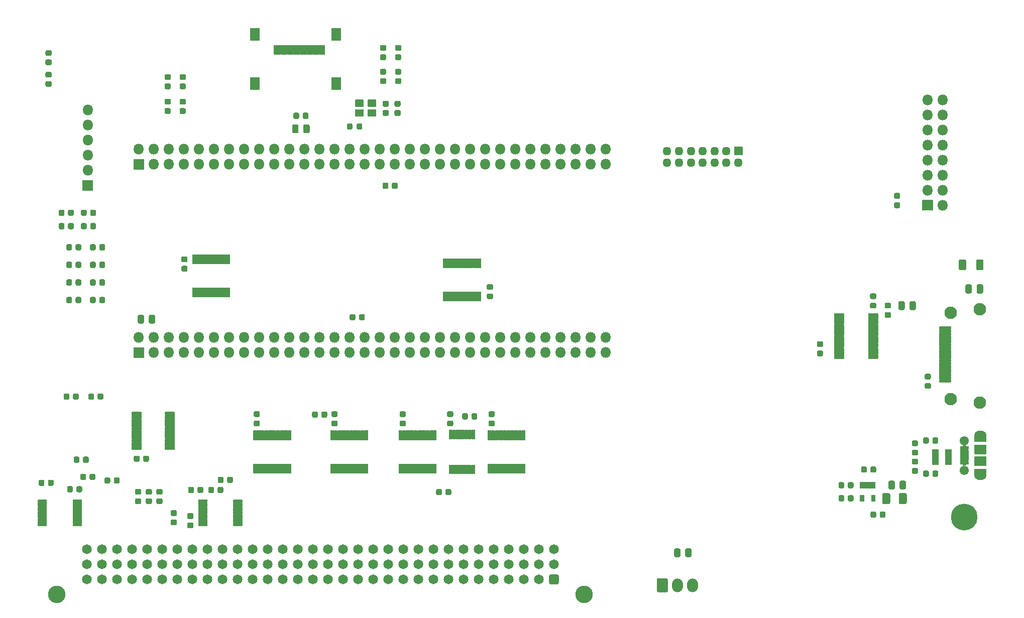
<source format=gbr>
G04 #@! TF.GenerationSoftware,KiCad,Pcbnew,5.1.9+dfsg1-1~bpo10+1*
G04 #@! TF.CreationDate,2023-03-18T11:52:40+01:00*
G04 #@! TF.ProjectId,nubus-to-ztex,6e756275-732d-4746-9f2d-7a7465782e6b,rev?*
G04 #@! TF.SameCoordinates,Original*
G04 #@! TF.FileFunction,Soldermask,Top*
G04 #@! TF.FilePolarity,Negative*
%FSLAX46Y46*%
G04 Gerber Fmt 4.6, Leading zero omitted, Abs format (unit mm)*
G04 Created by KiCad (PCBNEW 5.1.9+dfsg1-1~bpo10+1) date 2023-03-18 11:52:40*
%MOMM*%
%LPD*%
G01*
G04 APERTURE LIST*
%ADD10O,1.802000X1.802000*%
%ADD11O,1.452000X1.452000*%
%ADD12C,4.502000*%
%ADD13C,1.552000*%
%ADD14O,2.002000X1.302000*%
%ADD15O,1.842000X2.302000*%
%ADD16C,2.102000*%
%ADD17C,2.952000*%
%ADD18C,1.652000*%
%ADD19C,0.100000*%
G04 APERTURE END LIST*
G36*
G01*
X170011000Y-20775000D02*
X170011000Y-21875000D01*
G75*
G02*
X169960000Y-21926000I-51000J0D01*
G01*
X168660000Y-21926000D01*
G75*
G02*
X168609000Y-21875000I0J51000D01*
G01*
X168609000Y-20775000D01*
G75*
G02*
X168660000Y-20724000I51000J0D01*
G01*
X169960000Y-20724000D01*
G75*
G02*
X170011000Y-20775000I0J-51000D01*
G01*
G37*
G36*
G01*
X167911000Y-20775000D02*
X167911000Y-21875000D01*
G75*
G02*
X167860000Y-21926000I-51000J0D01*
G01*
X166560000Y-21926000D01*
G75*
G02*
X166509000Y-21875000I0J51000D01*
G01*
X166509000Y-20775000D01*
G75*
G02*
X166560000Y-20724000I51000J0D01*
G01*
X167860000Y-20724000D01*
G75*
G02*
X167911000Y-20775000I0J-51000D01*
G01*
G37*
G36*
G01*
X167911000Y-19125000D02*
X167911000Y-20225000D01*
G75*
G02*
X167860000Y-20276000I-51000J0D01*
G01*
X166560000Y-20276000D01*
G75*
G02*
X166509000Y-20225000I0J51000D01*
G01*
X166509000Y-19125000D01*
G75*
G02*
X166560000Y-19074000I51000J0D01*
G01*
X167860000Y-19074000D01*
G75*
G02*
X167911000Y-19125000I0J-51000D01*
G01*
G37*
G36*
G01*
X170011000Y-19125000D02*
X170011000Y-20225000D01*
G75*
G02*
X169960000Y-20276000I-51000J0D01*
G01*
X168660000Y-20276000D01*
G75*
G02*
X168609000Y-20225000I0J51000D01*
G01*
X168609000Y-19125000D01*
G75*
G02*
X168660000Y-19074000I51000J0D01*
G01*
X169960000Y-19074000D01*
G75*
G02*
X170011000Y-19125000I0J-51000D01*
G01*
G37*
G36*
G01*
X118079000Y-38440084D02*
X118079000Y-37876584D01*
G75*
G02*
X118323250Y-37632334I244250J0D01*
G01*
X118811750Y-37632334D01*
G75*
G02*
X119056000Y-37876584I0J-244250D01*
G01*
X119056000Y-38440084D01*
G75*
G02*
X118811750Y-38684334I-244250J0D01*
G01*
X118323250Y-38684334D01*
G75*
G02*
X118079000Y-38440084I0J244250D01*
G01*
G37*
G36*
G01*
X116504000Y-38440084D02*
X116504000Y-37876584D01*
G75*
G02*
X116748250Y-37632334I244250J0D01*
G01*
X117236750Y-37632334D01*
G75*
G02*
X117481000Y-37876584I0J-244250D01*
G01*
X117481000Y-38440084D01*
G75*
G02*
X117236750Y-38684334I-244250J0D01*
G01*
X116748250Y-38684334D01*
G75*
G02*
X116504000Y-38440084I0J244250D01*
G01*
G37*
G36*
G01*
X118079000Y-40691750D02*
X118079000Y-40128250D01*
G75*
G02*
X118323250Y-39884000I244250J0D01*
G01*
X118811750Y-39884000D01*
G75*
G02*
X119056000Y-40128250I0J-244250D01*
G01*
X119056000Y-40691750D01*
G75*
G02*
X118811750Y-40936000I-244250J0D01*
G01*
X118323250Y-40936000D01*
G75*
G02*
X118079000Y-40691750I0J244250D01*
G01*
G37*
G36*
G01*
X116504000Y-40691750D02*
X116504000Y-40128250D01*
G75*
G02*
X116748250Y-39884000I244250J0D01*
G01*
X117236750Y-39884000D01*
G75*
G02*
X117481000Y-40128250I0J-244250D01*
G01*
X117481000Y-40691750D01*
G75*
G02*
X117236750Y-40936000I-244250J0D01*
G01*
X116748250Y-40936000D01*
G75*
G02*
X116504000Y-40691750I0J244250D01*
G01*
G37*
G36*
G01*
X122753634Y-43695292D02*
X122753634Y-44258792D01*
G75*
G02*
X122509384Y-44503042I-244250J0D01*
G01*
X122020884Y-44503042D01*
G75*
G02*
X121776634Y-44258792I0J244250D01*
G01*
X121776634Y-43695292D01*
G75*
G02*
X122020884Y-43451042I244250J0D01*
G01*
X122509384Y-43451042D01*
G75*
G02*
X122753634Y-43695292I0J-244250D01*
G01*
G37*
G36*
G01*
X124328634Y-43695292D02*
X124328634Y-44258792D01*
G75*
G02*
X124084384Y-44503042I-244250J0D01*
G01*
X123595884Y-44503042D01*
G75*
G02*
X123351634Y-44258792I0J244250D01*
G01*
X123351634Y-43695292D01*
G75*
G02*
X123595884Y-43451042I244250J0D01*
G01*
X124084384Y-43451042D01*
G75*
G02*
X124328634Y-43695292I0J-244250D01*
G01*
G37*
G36*
G01*
X122753634Y-46661958D02*
X122753634Y-47225458D01*
G75*
G02*
X122509384Y-47469708I-244250J0D01*
G01*
X122020884Y-47469708D01*
G75*
G02*
X121776634Y-47225458I0J244250D01*
G01*
X121776634Y-46661958D01*
G75*
G02*
X122020884Y-46417708I244250J0D01*
G01*
X122509384Y-46417708D01*
G75*
G02*
X122753634Y-46661958I0J-244250D01*
G01*
G37*
G36*
G01*
X124328634Y-46661958D02*
X124328634Y-47225458D01*
G75*
G02*
X124084384Y-47469708I-244250J0D01*
G01*
X123595884Y-47469708D01*
G75*
G02*
X123351634Y-47225458I0J244250D01*
G01*
X123351634Y-46661958D01*
G75*
G02*
X123595884Y-46417708I244250J0D01*
G01*
X124084384Y-46417708D01*
G75*
G02*
X124328634Y-46661958I0J-244250D01*
G01*
G37*
G36*
G01*
X122753634Y-49628624D02*
X122753634Y-50192124D01*
G75*
G02*
X122509384Y-50436374I-244250J0D01*
G01*
X122020884Y-50436374D01*
G75*
G02*
X121776634Y-50192124I0J244250D01*
G01*
X121776634Y-49628624D01*
G75*
G02*
X122020884Y-49384374I244250J0D01*
G01*
X122509384Y-49384374D01*
G75*
G02*
X122753634Y-49628624I0J-244250D01*
G01*
G37*
G36*
G01*
X124328634Y-49628624D02*
X124328634Y-50192124D01*
G75*
G02*
X124084384Y-50436374I-244250J0D01*
G01*
X123595884Y-50436374D01*
G75*
G02*
X123351634Y-50192124I0J244250D01*
G01*
X123351634Y-49628624D01*
G75*
G02*
X123595884Y-49384374I244250J0D01*
G01*
X124084384Y-49384374D01*
G75*
G02*
X124328634Y-49628624I0J-244250D01*
G01*
G37*
G36*
G01*
X122753634Y-52595292D02*
X122753634Y-53158792D01*
G75*
G02*
X122509384Y-53403042I-244250J0D01*
G01*
X122020884Y-53403042D01*
G75*
G02*
X121776634Y-53158792I0J244250D01*
G01*
X121776634Y-52595292D01*
G75*
G02*
X122020884Y-52351042I244250J0D01*
G01*
X122509384Y-52351042D01*
G75*
G02*
X122753634Y-52595292I0J-244250D01*
G01*
G37*
G36*
G01*
X124328634Y-52595292D02*
X124328634Y-53158792D01*
G75*
G02*
X124084384Y-53403042I-244250J0D01*
G01*
X123595884Y-53403042D01*
G75*
G02*
X123351634Y-53158792I0J244250D01*
G01*
X123351634Y-52595292D01*
G75*
G02*
X123595884Y-52351042I244250J0D01*
G01*
X124084384Y-52351042D01*
G75*
G02*
X124328634Y-52595292I0J-244250D01*
G01*
G37*
G36*
G01*
X170922439Y-11430035D02*
X171485939Y-11430035D01*
G75*
G02*
X171730189Y-11674285I0J-244250D01*
G01*
X171730189Y-12162785D01*
G75*
G02*
X171485939Y-12407035I-244250J0D01*
G01*
X170922439Y-12407035D01*
G75*
G02*
X170678189Y-12162785I0J244250D01*
G01*
X170678189Y-11674285D01*
G75*
G02*
X170922439Y-11430035I244250J0D01*
G01*
G37*
G36*
G01*
X170922439Y-9855035D02*
X171485939Y-9855035D01*
G75*
G02*
X171730189Y-10099285I0J-244250D01*
G01*
X171730189Y-10587785D01*
G75*
G02*
X171485939Y-10832035I-244250J0D01*
G01*
X170922439Y-10832035D01*
G75*
G02*
X170678189Y-10587785I0J244250D01*
G01*
X170678189Y-10099285D01*
G75*
G02*
X170922439Y-9855035I244250J0D01*
G01*
G37*
G36*
G01*
X173462439Y-11430035D02*
X174025939Y-11430035D01*
G75*
G02*
X174270189Y-11674285I0J-244250D01*
G01*
X174270189Y-12162785D01*
G75*
G02*
X174025939Y-12407035I-244250J0D01*
G01*
X173462439Y-12407035D01*
G75*
G02*
X173218189Y-12162785I0J244250D01*
G01*
X173218189Y-11674285D01*
G75*
G02*
X173462439Y-11430035I244250J0D01*
G01*
G37*
G36*
G01*
X173462439Y-9855035D02*
X174025939Y-9855035D01*
G75*
G02*
X174270189Y-10099285I0J-244250D01*
G01*
X174270189Y-10587785D01*
G75*
G02*
X174025939Y-10832035I-244250J0D01*
G01*
X173462439Y-10832035D01*
G75*
G02*
X173218189Y-10587785I0J244250D01*
G01*
X173218189Y-10099285D01*
G75*
G02*
X173462439Y-9855035I244250J0D01*
G01*
G37*
G36*
G01*
X122461000Y-68868250D02*
X122461000Y-69431750D01*
G75*
G02*
X122216750Y-69676000I-244250J0D01*
G01*
X121728250Y-69676000D01*
G75*
G02*
X121484000Y-69431750I0J244250D01*
G01*
X121484000Y-68868250D01*
G75*
G02*
X121728250Y-68624000I244250J0D01*
G01*
X122216750Y-68624000D01*
G75*
G02*
X122461000Y-68868250I0J-244250D01*
G01*
G37*
G36*
G01*
X124036000Y-68868250D02*
X124036000Y-69431750D01*
G75*
G02*
X123791750Y-69676000I-244250J0D01*
G01*
X123303250Y-69676000D01*
G75*
G02*
X123059000Y-69431750I0J244250D01*
G01*
X123059000Y-68868250D01*
G75*
G02*
X123303250Y-68624000I244250J0D01*
G01*
X123791750Y-68624000D01*
G75*
G02*
X124036000Y-68868250I0J-244250D01*
G01*
G37*
G36*
G01*
X137691750Y-19911293D02*
X137128250Y-19911293D01*
G75*
G02*
X136884000Y-19667043I0J244250D01*
G01*
X136884000Y-19178543D01*
G75*
G02*
X137128250Y-18934293I244250J0D01*
G01*
X137691750Y-18934293D01*
G75*
G02*
X137936000Y-19178543I0J-244250D01*
G01*
X137936000Y-19667043D01*
G75*
G02*
X137691750Y-19911293I-244250J0D01*
G01*
G37*
G36*
G01*
X137691750Y-21486293D02*
X137128250Y-21486293D01*
G75*
G02*
X136884000Y-21242043I0J244250D01*
G01*
X136884000Y-20753543D01*
G75*
G02*
X137128250Y-20509293I244250J0D01*
G01*
X137691750Y-20509293D01*
G75*
G02*
X137936000Y-20753543I0J-244250D01*
G01*
X137936000Y-21242043D01*
G75*
G02*
X137691750Y-21486293I-244250J0D01*
G01*
G37*
G36*
G01*
X135161750Y-19911293D02*
X134598250Y-19911293D01*
G75*
G02*
X134354000Y-19667043I0J244250D01*
G01*
X134354000Y-19178543D01*
G75*
G02*
X134598250Y-18934293I244250J0D01*
G01*
X135161750Y-18934293D01*
G75*
G02*
X135406000Y-19178543I0J-244250D01*
G01*
X135406000Y-19667043D01*
G75*
G02*
X135161750Y-19911293I-244250J0D01*
G01*
G37*
G36*
G01*
X135161750Y-21486293D02*
X134598250Y-21486293D01*
G75*
G02*
X134354000Y-21242043I0J244250D01*
G01*
X134354000Y-20753543D01*
G75*
G02*
X134598250Y-20509293I244250J0D01*
G01*
X135161750Y-20509293D01*
G75*
G02*
X135406000Y-20753543I0J-244250D01*
G01*
X135406000Y-21242043D01*
G75*
G02*
X135161750Y-21486293I-244250J0D01*
G01*
G37*
G36*
G01*
X115081750Y-15351000D02*
X114518250Y-15351000D01*
G75*
G02*
X114274000Y-15106750I0J244250D01*
G01*
X114274000Y-14618250D01*
G75*
G02*
X114518250Y-14374000I244250J0D01*
G01*
X115081750Y-14374000D01*
G75*
G02*
X115326000Y-14618250I0J-244250D01*
G01*
X115326000Y-15106750D01*
G75*
G02*
X115081750Y-15351000I-244250J0D01*
G01*
G37*
G36*
G01*
X115081750Y-16926000D02*
X114518250Y-16926000D01*
G75*
G02*
X114274000Y-16681750I0J244250D01*
G01*
X114274000Y-16193250D01*
G75*
G02*
X114518250Y-15949000I244250J0D01*
G01*
X115081750Y-15949000D01*
G75*
G02*
X115326000Y-16193250I0J-244250D01*
G01*
X115326000Y-16681750D01*
G75*
G02*
X115081750Y-16926000I-244250J0D01*
G01*
G37*
G36*
G01*
X269488500Y-46276664D02*
X269488500Y-47583336D01*
G75*
G02*
X269215836Y-47856000I-272664J0D01*
G01*
X268534164Y-47856000D01*
G75*
G02*
X268261500Y-47583336I0J272664D01*
G01*
X268261500Y-46276664D01*
G75*
G02*
X268534164Y-46004000I272664J0D01*
G01*
X269215836Y-46004000D01*
G75*
G02*
X269488500Y-46276664I0J-272664D01*
G01*
G37*
G36*
G01*
X272413500Y-46276664D02*
X272413500Y-47583336D01*
G75*
G02*
X272140836Y-47856000I-272664J0D01*
G01*
X271459164Y-47856000D01*
G75*
G02*
X271186500Y-47583336I0J272664D01*
G01*
X271186500Y-46276664D01*
G75*
G02*
X271459164Y-46004000I272664J0D01*
G01*
X272140836Y-46004000D01*
G75*
G02*
X272413500Y-46276664I0J-272664D01*
G01*
G37*
D10*
X265540000Y-19110000D03*
X263000000Y-19110000D03*
X265540000Y-21650000D03*
X263000000Y-21650000D03*
X265540000Y-24190000D03*
X263000000Y-24190000D03*
X265540000Y-26730000D03*
X263000000Y-26730000D03*
X265540000Y-29270000D03*
X263000000Y-29270000D03*
X265540000Y-31810000D03*
X263000000Y-31810000D03*
X265540000Y-34350000D03*
X263000000Y-34350000D03*
X265540000Y-36890000D03*
G36*
G01*
X263901000Y-36040000D02*
X263901000Y-37740000D01*
G75*
G02*
X263850000Y-37791000I-51000J0D01*
G01*
X262150000Y-37791000D01*
G75*
G02*
X262099000Y-37740000I0J51000D01*
G01*
X262099000Y-36040000D01*
G75*
G02*
X262150000Y-35989000I51000J0D01*
G01*
X263850000Y-35989000D01*
G75*
G02*
X263901000Y-36040000I0J-51000D01*
G01*
G37*
D11*
X219080000Y-29730000D03*
X219080000Y-27730000D03*
X221080000Y-29730000D03*
X221080000Y-27730000D03*
X223080000Y-29730000D03*
X223080000Y-27730000D03*
X225080000Y-29730000D03*
X225080000Y-27730000D03*
X227080000Y-29730000D03*
X227080000Y-27730000D03*
X229080000Y-29730000D03*
X229080000Y-27730000D03*
X231080000Y-29730000D03*
G36*
G01*
X230405000Y-27004000D02*
X231755000Y-27004000D01*
G75*
G02*
X231806000Y-27055000I0J-51000D01*
G01*
X231806000Y-28405000D01*
G75*
G02*
X231755000Y-28456000I-51000J0D01*
G01*
X230405000Y-28456000D01*
G75*
G02*
X230354000Y-28405000I0J51000D01*
G01*
X230354000Y-27055000D01*
G75*
G02*
X230405000Y-27004000I51000J0D01*
G01*
G37*
G36*
G01*
X166759000Y-23900500D02*
X166759000Y-23299500D01*
G75*
G02*
X166984500Y-23074000I225500J0D01*
G01*
X167435500Y-23074000D01*
G75*
G02*
X167661000Y-23299500I0J-225500D01*
G01*
X167661000Y-23900500D01*
G75*
G02*
X167435500Y-24126000I-225500J0D01*
G01*
X166984500Y-24126000D01*
G75*
G02*
X166759000Y-23900500I0J225500D01*
G01*
G37*
G36*
G01*
X165109000Y-23900500D02*
X165109000Y-23299500D01*
G75*
G02*
X165334500Y-23074000I225500J0D01*
G01*
X165785500Y-23074000D01*
G75*
G02*
X166011000Y-23299500I0J-225500D01*
G01*
X166011000Y-23900500D01*
G75*
G02*
X165785500Y-24126000I-225500J0D01*
G01*
X165334500Y-24126000D01*
G75*
G02*
X165109000Y-23900500I0J225500D01*
G01*
G37*
G36*
G01*
X171910500Y-20276000D02*
X171359500Y-20276000D01*
G75*
G02*
X171109000Y-20025500I0J250500D01*
G01*
X171109000Y-19524500D01*
G75*
G02*
X171359500Y-19274000I250500J0D01*
G01*
X171910500Y-19274000D01*
G75*
G02*
X172161000Y-19524500I0J-250500D01*
G01*
X172161000Y-20025500D01*
G75*
G02*
X171910500Y-20276000I-250500J0D01*
G01*
G37*
G36*
G01*
X171910500Y-21826000D02*
X171359500Y-21826000D01*
G75*
G02*
X171109000Y-21575500I0J250500D01*
G01*
X171109000Y-21074500D01*
G75*
G02*
X171359500Y-20824000I250500J0D01*
G01*
X171910500Y-20824000D01*
G75*
G02*
X172161000Y-21074500I0J-250500D01*
G01*
X172161000Y-21575500D01*
G75*
G02*
X171910500Y-21826000I-250500J0D01*
G01*
G37*
G36*
G01*
X173910500Y-20276000D02*
X173359500Y-20276000D01*
G75*
G02*
X173109000Y-20025500I0J250500D01*
G01*
X173109000Y-19524500D01*
G75*
G02*
X173359500Y-19274000I250500J0D01*
G01*
X173910500Y-19274000D01*
G75*
G02*
X174161000Y-19524500I0J-250500D01*
G01*
X174161000Y-20025500D01*
G75*
G02*
X173910500Y-20276000I-250500J0D01*
G01*
G37*
G36*
G01*
X173910500Y-21826000D02*
X173359500Y-21826000D01*
G75*
G02*
X173109000Y-21575500I0J250500D01*
G01*
X173109000Y-21074500D01*
G75*
G02*
X173359500Y-20824000I250500J0D01*
G01*
X173910500Y-20824000D01*
G75*
G02*
X174161000Y-21074500I0J-250500D01*
G01*
X174161000Y-21575500D01*
G75*
G02*
X173910500Y-21826000I-250500J0D01*
G01*
G37*
G36*
G01*
X122301000Y-32678000D02*
X122301000Y-34378000D01*
G75*
G02*
X122250000Y-34429000I-51000J0D01*
G01*
X120550000Y-34429000D01*
G75*
G02*
X120499000Y-34378000I0J51000D01*
G01*
X120499000Y-32678000D01*
G75*
G02*
X120550000Y-32627000I51000J0D01*
G01*
X122250000Y-32627000D01*
G75*
G02*
X122301000Y-32678000I0J-51000D01*
G01*
G37*
D10*
X121400000Y-30988000D03*
X121400000Y-28448000D03*
X121400000Y-25908000D03*
X121400000Y-23368000D03*
X121400000Y-20828000D03*
G36*
G01*
X270451000Y-50499500D02*
X270451000Y-51500500D01*
G75*
G02*
X270175500Y-51776000I-275500J0D01*
G01*
X269624500Y-51776000D01*
G75*
G02*
X269349000Y-51500500I0J275500D01*
G01*
X269349000Y-50499500D01*
G75*
G02*
X269624500Y-50224000I275500J0D01*
G01*
X270175500Y-50224000D01*
G75*
G02*
X270451000Y-50499500I0J-275500D01*
G01*
G37*
G36*
G01*
X272351000Y-50499500D02*
X272351000Y-51500500D01*
G75*
G02*
X272075500Y-51776000I-275500J0D01*
G01*
X271524500Y-51776000D01*
G75*
G02*
X271249000Y-51500500I0J275500D01*
G01*
X271249000Y-50499500D01*
G75*
G02*
X271524500Y-50224000I275500J0D01*
G01*
X272075500Y-50224000D01*
G75*
G02*
X272351000Y-50499500I0J-275500D01*
G01*
G37*
G36*
G01*
X129164000Y-79921750D02*
X129164000Y-79358250D01*
G75*
G02*
X129408250Y-79114000I244250J0D01*
G01*
X129896750Y-79114000D01*
G75*
G02*
X130141000Y-79358250I0J-244250D01*
G01*
X130141000Y-79921750D01*
G75*
G02*
X129896750Y-80166000I-244250J0D01*
G01*
X129408250Y-80166000D01*
G75*
G02*
X129164000Y-79921750I0J244250D01*
G01*
G37*
G36*
G01*
X130739000Y-79921750D02*
X130739000Y-79358250D01*
G75*
G02*
X130983250Y-79114000I244250J0D01*
G01*
X131471750Y-79114000D01*
G75*
G02*
X131716000Y-79358250I0J-244250D01*
G01*
X131716000Y-79921750D01*
G75*
G02*
X131471750Y-80166000I-244250J0D01*
G01*
X130983250Y-80166000D01*
G75*
G02*
X130739000Y-79921750I0J244250D01*
G01*
G37*
G36*
G01*
X136076000Y-77640000D02*
X136076000Y-78090000D01*
G75*
G02*
X136025000Y-78141000I-51000J0D01*
G01*
X134475000Y-78141000D01*
G75*
G02*
X134424000Y-78090000I0J51000D01*
G01*
X134424000Y-77640000D01*
G75*
G02*
X134475000Y-77589000I51000J0D01*
G01*
X136025000Y-77589000D01*
G75*
G02*
X136076000Y-77640000I0J-51000D01*
G01*
G37*
G36*
G01*
X136076000Y-76990000D02*
X136076000Y-77440000D01*
G75*
G02*
X136025000Y-77491000I-51000J0D01*
G01*
X134475000Y-77491000D01*
G75*
G02*
X134424000Y-77440000I0J51000D01*
G01*
X134424000Y-76990000D01*
G75*
G02*
X134475000Y-76939000I51000J0D01*
G01*
X136025000Y-76939000D01*
G75*
G02*
X136076000Y-76990000I0J-51000D01*
G01*
G37*
G36*
G01*
X136076000Y-76340000D02*
X136076000Y-76790000D01*
G75*
G02*
X136025000Y-76841000I-51000J0D01*
G01*
X134475000Y-76841000D01*
G75*
G02*
X134424000Y-76790000I0J51000D01*
G01*
X134424000Y-76340000D01*
G75*
G02*
X134475000Y-76289000I51000J0D01*
G01*
X136025000Y-76289000D01*
G75*
G02*
X136076000Y-76340000I0J-51000D01*
G01*
G37*
G36*
G01*
X136076000Y-75690000D02*
X136076000Y-76140000D01*
G75*
G02*
X136025000Y-76191000I-51000J0D01*
G01*
X134475000Y-76191000D01*
G75*
G02*
X134424000Y-76140000I0J51000D01*
G01*
X134424000Y-75690000D01*
G75*
G02*
X134475000Y-75639000I51000J0D01*
G01*
X136025000Y-75639000D01*
G75*
G02*
X136076000Y-75690000I0J-51000D01*
G01*
G37*
G36*
G01*
X136076000Y-75040000D02*
X136076000Y-75490000D01*
G75*
G02*
X136025000Y-75541000I-51000J0D01*
G01*
X134475000Y-75541000D01*
G75*
G02*
X134424000Y-75490000I0J51000D01*
G01*
X134424000Y-75040000D01*
G75*
G02*
X134475000Y-74989000I51000J0D01*
G01*
X136025000Y-74989000D01*
G75*
G02*
X136076000Y-75040000I0J-51000D01*
G01*
G37*
G36*
G01*
X136076000Y-74390000D02*
X136076000Y-74840000D01*
G75*
G02*
X136025000Y-74891000I-51000J0D01*
G01*
X134475000Y-74891000D01*
G75*
G02*
X134424000Y-74840000I0J51000D01*
G01*
X134424000Y-74390000D01*
G75*
G02*
X134475000Y-74339000I51000J0D01*
G01*
X136025000Y-74339000D01*
G75*
G02*
X136076000Y-74390000I0J-51000D01*
G01*
G37*
G36*
G01*
X136076000Y-73740000D02*
X136076000Y-74190000D01*
G75*
G02*
X136025000Y-74241000I-51000J0D01*
G01*
X134475000Y-74241000D01*
G75*
G02*
X134424000Y-74190000I0J51000D01*
G01*
X134424000Y-73740000D01*
G75*
G02*
X134475000Y-73689000I51000J0D01*
G01*
X136025000Y-73689000D01*
G75*
G02*
X136076000Y-73740000I0J-51000D01*
G01*
G37*
G36*
G01*
X136076000Y-73090000D02*
X136076000Y-73540000D01*
G75*
G02*
X136025000Y-73591000I-51000J0D01*
G01*
X134475000Y-73591000D01*
G75*
G02*
X134424000Y-73540000I0J51000D01*
G01*
X134424000Y-73090000D01*
G75*
G02*
X134475000Y-73039000I51000J0D01*
G01*
X136025000Y-73039000D01*
G75*
G02*
X136076000Y-73090000I0J-51000D01*
G01*
G37*
G36*
G01*
X136076000Y-72440000D02*
X136076000Y-72890000D01*
G75*
G02*
X136025000Y-72941000I-51000J0D01*
G01*
X134475000Y-72941000D01*
G75*
G02*
X134424000Y-72890000I0J51000D01*
G01*
X134424000Y-72440000D01*
G75*
G02*
X134475000Y-72389000I51000J0D01*
G01*
X136025000Y-72389000D01*
G75*
G02*
X136076000Y-72440000I0J-51000D01*
G01*
G37*
G36*
G01*
X136076000Y-71790000D02*
X136076000Y-72240000D01*
G75*
G02*
X136025000Y-72291000I-51000J0D01*
G01*
X134475000Y-72291000D01*
G75*
G02*
X134424000Y-72240000I0J51000D01*
G01*
X134424000Y-71790000D01*
G75*
G02*
X134475000Y-71739000I51000J0D01*
G01*
X136025000Y-71739000D01*
G75*
G02*
X136076000Y-71790000I0J-51000D01*
G01*
G37*
G36*
G01*
X130476000Y-71790000D02*
X130476000Y-72240000D01*
G75*
G02*
X130425000Y-72291000I-51000J0D01*
G01*
X128875000Y-72291000D01*
G75*
G02*
X128824000Y-72240000I0J51000D01*
G01*
X128824000Y-71790000D01*
G75*
G02*
X128875000Y-71739000I51000J0D01*
G01*
X130425000Y-71739000D01*
G75*
G02*
X130476000Y-71790000I0J-51000D01*
G01*
G37*
G36*
G01*
X130476000Y-72440000D02*
X130476000Y-72890000D01*
G75*
G02*
X130425000Y-72941000I-51000J0D01*
G01*
X128875000Y-72941000D01*
G75*
G02*
X128824000Y-72890000I0J51000D01*
G01*
X128824000Y-72440000D01*
G75*
G02*
X128875000Y-72389000I51000J0D01*
G01*
X130425000Y-72389000D01*
G75*
G02*
X130476000Y-72440000I0J-51000D01*
G01*
G37*
G36*
G01*
X130476000Y-73090000D02*
X130476000Y-73540000D01*
G75*
G02*
X130425000Y-73591000I-51000J0D01*
G01*
X128875000Y-73591000D01*
G75*
G02*
X128824000Y-73540000I0J51000D01*
G01*
X128824000Y-73090000D01*
G75*
G02*
X128875000Y-73039000I51000J0D01*
G01*
X130425000Y-73039000D01*
G75*
G02*
X130476000Y-73090000I0J-51000D01*
G01*
G37*
G36*
G01*
X130476000Y-73740000D02*
X130476000Y-74190000D01*
G75*
G02*
X130425000Y-74241000I-51000J0D01*
G01*
X128875000Y-74241000D01*
G75*
G02*
X128824000Y-74190000I0J51000D01*
G01*
X128824000Y-73740000D01*
G75*
G02*
X128875000Y-73689000I51000J0D01*
G01*
X130425000Y-73689000D01*
G75*
G02*
X130476000Y-73740000I0J-51000D01*
G01*
G37*
G36*
G01*
X130476000Y-74390000D02*
X130476000Y-74840000D01*
G75*
G02*
X130425000Y-74891000I-51000J0D01*
G01*
X128875000Y-74891000D01*
G75*
G02*
X128824000Y-74840000I0J51000D01*
G01*
X128824000Y-74390000D01*
G75*
G02*
X128875000Y-74339000I51000J0D01*
G01*
X130425000Y-74339000D01*
G75*
G02*
X130476000Y-74390000I0J-51000D01*
G01*
G37*
G36*
G01*
X130476000Y-75040000D02*
X130476000Y-75490000D01*
G75*
G02*
X130425000Y-75541000I-51000J0D01*
G01*
X128875000Y-75541000D01*
G75*
G02*
X128824000Y-75490000I0J51000D01*
G01*
X128824000Y-75040000D01*
G75*
G02*
X128875000Y-74989000I51000J0D01*
G01*
X130425000Y-74989000D01*
G75*
G02*
X130476000Y-75040000I0J-51000D01*
G01*
G37*
G36*
G01*
X130476000Y-75690000D02*
X130476000Y-76140000D01*
G75*
G02*
X130425000Y-76191000I-51000J0D01*
G01*
X128875000Y-76191000D01*
G75*
G02*
X128824000Y-76140000I0J51000D01*
G01*
X128824000Y-75690000D01*
G75*
G02*
X128875000Y-75639000I51000J0D01*
G01*
X130425000Y-75639000D01*
G75*
G02*
X130476000Y-75690000I0J-51000D01*
G01*
G37*
G36*
G01*
X130476000Y-76340000D02*
X130476000Y-76790000D01*
G75*
G02*
X130425000Y-76841000I-51000J0D01*
G01*
X128875000Y-76841000D01*
G75*
G02*
X128824000Y-76790000I0J51000D01*
G01*
X128824000Y-76340000D01*
G75*
G02*
X128875000Y-76289000I51000J0D01*
G01*
X130425000Y-76289000D01*
G75*
G02*
X130476000Y-76340000I0J-51000D01*
G01*
G37*
G36*
G01*
X130476000Y-76990000D02*
X130476000Y-77440000D01*
G75*
G02*
X130425000Y-77491000I-51000J0D01*
G01*
X128875000Y-77491000D01*
G75*
G02*
X128824000Y-77440000I0J51000D01*
G01*
X128824000Y-76990000D01*
G75*
G02*
X128875000Y-76939000I51000J0D01*
G01*
X130425000Y-76939000D01*
G75*
G02*
X130476000Y-76990000I0J-51000D01*
G01*
G37*
G36*
G01*
X130476000Y-77640000D02*
X130476000Y-78090000D01*
G75*
G02*
X130425000Y-78141000I-51000J0D01*
G01*
X128875000Y-78141000D01*
G75*
G02*
X128824000Y-78090000I0J51000D01*
G01*
X128824000Y-77640000D01*
G75*
G02*
X128875000Y-77589000I51000J0D01*
G01*
X130425000Y-77589000D01*
G75*
G02*
X130476000Y-77640000I0J-51000D01*
G01*
G37*
G36*
G01*
X189493121Y-52738953D02*
X188929621Y-52738953D01*
G75*
G02*
X188685371Y-52494703I0J244250D01*
G01*
X188685371Y-52006203D01*
G75*
G02*
X188929621Y-51761953I244250J0D01*
G01*
X189493121Y-51761953D01*
G75*
G02*
X189737371Y-52006203I0J-244250D01*
G01*
X189737371Y-52494703D01*
G75*
G02*
X189493121Y-52738953I-244250J0D01*
G01*
G37*
G36*
G01*
X189493121Y-51163953D02*
X188929621Y-51163953D01*
G75*
G02*
X188685371Y-50919703I0J244250D01*
G01*
X188685371Y-50431203D01*
G75*
G02*
X188929621Y-50186953I244250J0D01*
G01*
X189493121Y-50186953D01*
G75*
G02*
X189737371Y-50431203I0J-244250D01*
G01*
X189737371Y-50919703D01*
G75*
G02*
X189493121Y-51163953I-244250J0D01*
G01*
G37*
G36*
G01*
X187211371Y-45836953D02*
X187661371Y-45836953D01*
G75*
G02*
X187712371Y-45887953I0J-51000D01*
G01*
X187712371Y-47437953D01*
G75*
G02*
X187661371Y-47488953I-51000J0D01*
G01*
X187211371Y-47488953D01*
G75*
G02*
X187160371Y-47437953I0J51000D01*
G01*
X187160371Y-45887953D01*
G75*
G02*
X187211371Y-45836953I51000J0D01*
G01*
G37*
G36*
G01*
X186561371Y-45836953D02*
X187011371Y-45836953D01*
G75*
G02*
X187062371Y-45887953I0J-51000D01*
G01*
X187062371Y-47437953D01*
G75*
G02*
X187011371Y-47488953I-51000J0D01*
G01*
X186561371Y-47488953D01*
G75*
G02*
X186510371Y-47437953I0J51000D01*
G01*
X186510371Y-45887953D01*
G75*
G02*
X186561371Y-45836953I51000J0D01*
G01*
G37*
G36*
G01*
X185911371Y-45836953D02*
X186361371Y-45836953D01*
G75*
G02*
X186412371Y-45887953I0J-51000D01*
G01*
X186412371Y-47437953D01*
G75*
G02*
X186361371Y-47488953I-51000J0D01*
G01*
X185911371Y-47488953D01*
G75*
G02*
X185860371Y-47437953I0J51000D01*
G01*
X185860371Y-45887953D01*
G75*
G02*
X185911371Y-45836953I51000J0D01*
G01*
G37*
G36*
G01*
X185261371Y-45836953D02*
X185711371Y-45836953D01*
G75*
G02*
X185762371Y-45887953I0J-51000D01*
G01*
X185762371Y-47437953D01*
G75*
G02*
X185711371Y-47488953I-51000J0D01*
G01*
X185261371Y-47488953D01*
G75*
G02*
X185210371Y-47437953I0J51000D01*
G01*
X185210371Y-45887953D01*
G75*
G02*
X185261371Y-45836953I51000J0D01*
G01*
G37*
G36*
G01*
X184611371Y-45836953D02*
X185061371Y-45836953D01*
G75*
G02*
X185112371Y-45887953I0J-51000D01*
G01*
X185112371Y-47437953D01*
G75*
G02*
X185061371Y-47488953I-51000J0D01*
G01*
X184611371Y-47488953D01*
G75*
G02*
X184560371Y-47437953I0J51000D01*
G01*
X184560371Y-45887953D01*
G75*
G02*
X184611371Y-45836953I51000J0D01*
G01*
G37*
G36*
G01*
X183961371Y-45836953D02*
X184411371Y-45836953D01*
G75*
G02*
X184462371Y-45887953I0J-51000D01*
G01*
X184462371Y-47437953D01*
G75*
G02*
X184411371Y-47488953I-51000J0D01*
G01*
X183961371Y-47488953D01*
G75*
G02*
X183910371Y-47437953I0J51000D01*
G01*
X183910371Y-45887953D01*
G75*
G02*
X183961371Y-45836953I51000J0D01*
G01*
G37*
G36*
G01*
X183311371Y-45836953D02*
X183761371Y-45836953D01*
G75*
G02*
X183812371Y-45887953I0J-51000D01*
G01*
X183812371Y-47437953D01*
G75*
G02*
X183761371Y-47488953I-51000J0D01*
G01*
X183311371Y-47488953D01*
G75*
G02*
X183260371Y-47437953I0J51000D01*
G01*
X183260371Y-45887953D01*
G75*
G02*
X183311371Y-45836953I51000J0D01*
G01*
G37*
G36*
G01*
X182661371Y-45836953D02*
X183111371Y-45836953D01*
G75*
G02*
X183162371Y-45887953I0J-51000D01*
G01*
X183162371Y-47437953D01*
G75*
G02*
X183111371Y-47488953I-51000J0D01*
G01*
X182661371Y-47488953D01*
G75*
G02*
X182610371Y-47437953I0J51000D01*
G01*
X182610371Y-45887953D01*
G75*
G02*
X182661371Y-45836953I51000J0D01*
G01*
G37*
G36*
G01*
X182011371Y-45836953D02*
X182461371Y-45836953D01*
G75*
G02*
X182512371Y-45887953I0J-51000D01*
G01*
X182512371Y-47437953D01*
G75*
G02*
X182461371Y-47488953I-51000J0D01*
G01*
X182011371Y-47488953D01*
G75*
G02*
X181960371Y-47437953I0J51000D01*
G01*
X181960371Y-45887953D01*
G75*
G02*
X182011371Y-45836953I51000J0D01*
G01*
G37*
G36*
G01*
X181361371Y-45836953D02*
X181811371Y-45836953D01*
G75*
G02*
X181862371Y-45887953I0J-51000D01*
G01*
X181862371Y-47437953D01*
G75*
G02*
X181811371Y-47488953I-51000J0D01*
G01*
X181361371Y-47488953D01*
G75*
G02*
X181310371Y-47437953I0J51000D01*
G01*
X181310371Y-45887953D01*
G75*
G02*
X181361371Y-45836953I51000J0D01*
G01*
G37*
G36*
G01*
X181361371Y-51436953D02*
X181811371Y-51436953D01*
G75*
G02*
X181862371Y-51487953I0J-51000D01*
G01*
X181862371Y-53037953D01*
G75*
G02*
X181811371Y-53088953I-51000J0D01*
G01*
X181361371Y-53088953D01*
G75*
G02*
X181310371Y-53037953I0J51000D01*
G01*
X181310371Y-51487953D01*
G75*
G02*
X181361371Y-51436953I51000J0D01*
G01*
G37*
G36*
G01*
X182011371Y-51436953D02*
X182461371Y-51436953D01*
G75*
G02*
X182512371Y-51487953I0J-51000D01*
G01*
X182512371Y-53037953D01*
G75*
G02*
X182461371Y-53088953I-51000J0D01*
G01*
X182011371Y-53088953D01*
G75*
G02*
X181960371Y-53037953I0J51000D01*
G01*
X181960371Y-51487953D01*
G75*
G02*
X182011371Y-51436953I51000J0D01*
G01*
G37*
G36*
G01*
X182661371Y-51436953D02*
X183111371Y-51436953D01*
G75*
G02*
X183162371Y-51487953I0J-51000D01*
G01*
X183162371Y-53037953D01*
G75*
G02*
X183111371Y-53088953I-51000J0D01*
G01*
X182661371Y-53088953D01*
G75*
G02*
X182610371Y-53037953I0J51000D01*
G01*
X182610371Y-51487953D01*
G75*
G02*
X182661371Y-51436953I51000J0D01*
G01*
G37*
G36*
G01*
X183311371Y-51436953D02*
X183761371Y-51436953D01*
G75*
G02*
X183812371Y-51487953I0J-51000D01*
G01*
X183812371Y-53037953D01*
G75*
G02*
X183761371Y-53088953I-51000J0D01*
G01*
X183311371Y-53088953D01*
G75*
G02*
X183260371Y-53037953I0J51000D01*
G01*
X183260371Y-51487953D01*
G75*
G02*
X183311371Y-51436953I51000J0D01*
G01*
G37*
G36*
G01*
X183961371Y-51436953D02*
X184411371Y-51436953D01*
G75*
G02*
X184462371Y-51487953I0J-51000D01*
G01*
X184462371Y-53037953D01*
G75*
G02*
X184411371Y-53088953I-51000J0D01*
G01*
X183961371Y-53088953D01*
G75*
G02*
X183910371Y-53037953I0J51000D01*
G01*
X183910371Y-51487953D01*
G75*
G02*
X183961371Y-51436953I51000J0D01*
G01*
G37*
G36*
G01*
X184611371Y-51436953D02*
X185061371Y-51436953D01*
G75*
G02*
X185112371Y-51487953I0J-51000D01*
G01*
X185112371Y-53037953D01*
G75*
G02*
X185061371Y-53088953I-51000J0D01*
G01*
X184611371Y-53088953D01*
G75*
G02*
X184560371Y-53037953I0J51000D01*
G01*
X184560371Y-51487953D01*
G75*
G02*
X184611371Y-51436953I51000J0D01*
G01*
G37*
G36*
G01*
X185261371Y-51436953D02*
X185711371Y-51436953D01*
G75*
G02*
X185762371Y-51487953I0J-51000D01*
G01*
X185762371Y-53037953D01*
G75*
G02*
X185711371Y-53088953I-51000J0D01*
G01*
X185261371Y-53088953D01*
G75*
G02*
X185210371Y-53037953I0J51000D01*
G01*
X185210371Y-51487953D01*
G75*
G02*
X185261371Y-51436953I51000J0D01*
G01*
G37*
G36*
G01*
X185911371Y-51436953D02*
X186361371Y-51436953D01*
G75*
G02*
X186412371Y-51487953I0J-51000D01*
G01*
X186412371Y-53037953D01*
G75*
G02*
X186361371Y-53088953I-51000J0D01*
G01*
X185911371Y-53088953D01*
G75*
G02*
X185860371Y-53037953I0J51000D01*
G01*
X185860371Y-51487953D01*
G75*
G02*
X185911371Y-51436953I51000J0D01*
G01*
G37*
G36*
G01*
X186561371Y-51436953D02*
X187011371Y-51436953D01*
G75*
G02*
X187062371Y-51487953I0J-51000D01*
G01*
X187062371Y-53037953D01*
G75*
G02*
X187011371Y-53088953I-51000J0D01*
G01*
X186561371Y-53088953D01*
G75*
G02*
X186510371Y-53037953I0J51000D01*
G01*
X186510371Y-51487953D01*
G75*
G02*
X186561371Y-51436953I51000J0D01*
G01*
G37*
G36*
G01*
X187211371Y-51436953D02*
X187661371Y-51436953D01*
G75*
G02*
X187712371Y-51487953I0J-51000D01*
G01*
X187712371Y-53037953D01*
G75*
G02*
X187661371Y-53088953I-51000J0D01*
G01*
X187211371Y-53088953D01*
G75*
G02*
X187160371Y-53037953I0J51000D01*
G01*
X187160371Y-51487953D01*
G75*
G02*
X187211371Y-51436953I51000J0D01*
G01*
G37*
D12*
X269197500Y-89500000D03*
G36*
G01*
X258131750Y-37378500D02*
X257568250Y-37378500D01*
G75*
G02*
X257324000Y-37134250I0J244250D01*
G01*
X257324000Y-36645750D01*
G75*
G02*
X257568250Y-36401500I244250J0D01*
G01*
X258131750Y-36401500D01*
G75*
G02*
X258376000Y-36645750I0J-244250D01*
G01*
X258376000Y-37134250D01*
G75*
G02*
X258131750Y-37378500I-244250J0D01*
G01*
G37*
G36*
G01*
X258131750Y-35803500D02*
X257568250Y-35803500D01*
G75*
G02*
X257324000Y-35559250I0J244250D01*
G01*
X257324000Y-35070750D01*
G75*
G02*
X257568250Y-34826500I244250J0D01*
G01*
X258131750Y-34826500D01*
G75*
G02*
X258376000Y-35070750I0J-244250D01*
G01*
X258376000Y-35559250D01*
G75*
G02*
X258131750Y-35803500I-244250J0D01*
G01*
G37*
G36*
G01*
X134598250Y-14784293D02*
X135161750Y-14784293D01*
G75*
G02*
X135406000Y-15028543I0J-244250D01*
G01*
X135406000Y-15517043D01*
G75*
G02*
X135161750Y-15761293I-244250J0D01*
G01*
X134598250Y-15761293D01*
G75*
G02*
X134354000Y-15517043I0J244250D01*
G01*
X134354000Y-15028543D01*
G75*
G02*
X134598250Y-14784293I244250J0D01*
G01*
G37*
G36*
G01*
X134598250Y-16359293D02*
X135161750Y-16359293D01*
G75*
G02*
X135406000Y-16603543I0J-244250D01*
G01*
X135406000Y-17092043D01*
G75*
G02*
X135161750Y-17336293I-244250J0D01*
G01*
X134598250Y-17336293D01*
G75*
G02*
X134354000Y-17092043I0J244250D01*
G01*
X134354000Y-16603543D01*
G75*
G02*
X134598250Y-16359293I244250J0D01*
G01*
G37*
G36*
G01*
X137138250Y-16359293D02*
X137701750Y-16359293D01*
G75*
G02*
X137946000Y-16603543I0J-244250D01*
G01*
X137946000Y-17092043D01*
G75*
G02*
X137701750Y-17336293I-244250J0D01*
G01*
X137138250Y-17336293D01*
G75*
G02*
X136894000Y-17092043I0J244250D01*
G01*
X136894000Y-16603543D01*
G75*
G02*
X137138250Y-16359293I244250J0D01*
G01*
G37*
G36*
G01*
X137138250Y-14784293D02*
X137701750Y-14784293D01*
G75*
G02*
X137946000Y-15028543I0J-244250D01*
G01*
X137946000Y-15517043D01*
G75*
G02*
X137701750Y-15761293I-244250J0D01*
G01*
X137138250Y-15761293D01*
G75*
G02*
X136894000Y-15517043I0J244250D01*
G01*
X136894000Y-15028543D01*
G75*
G02*
X137138250Y-14784293I244250J0D01*
G01*
G37*
G36*
G01*
X117334000Y-69431750D02*
X117334000Y-68868250D01*
G75*
G02*
X117578250Y-68624000I244250J0D01*
G01*
X118066750Y-68624000D01*
G75*
G02*
X118311000Y-68868250I0J-244250D01*
G01*
X118311000Y-69431750D01*
G75*
G02*
X118066750Y-69676000I-244250J0D01*
G01*
X117578250Y-69676000D01*
G75*
G02*
X117334000Y-69431750I0J244250D01*
G01*
G37*
G36*
G01*
X118909000Y-69431750D02*
X118909000Y-68868250D01*
G75*
G02*
X119153250Y-68624000I244250J0D01*
G01*
X119641750Y-68624000D01*
G75*
G02*
X119886000Y-68868250I0J-244250D01*
G01*
X119886000Y-69431750D01*
G75*
G02*
X119641750Y-69676000I-244250J0D01*
G01*
X119153250Y-69676000D01*
G75*
G02*
X118909000Y-69431750I0J244250D01*
G01*
G37*
G36*
G01*
X174025939Y-14862035D02*
X173462439Y-14862035D01*
G75*
G02*
X173218189Y-14617785I0J244250D01*
G01*
X173218189Y-14129285D01*
G75*
G02*
X173462439Y-13885035I244250J0D01*
G01*
X174025939Y-13885035D01*
G75*
G02*
X174270189Y-14129285I0J-244250D01*
G01*
X174270189Y-14617785D01*
G75*
G02*
X174025939Y-14862035I-244250J0D01*
G01*
G37*
G36*
G01*
X174025939Y-16437035D02*
X173462439Y-16437035D01*
G75*
G02*
X173218189Y-16192785I0J244250D01*
G01*
X173218189Y-15704285D01*
G75*
G02*
X173462439Y-15460035I244250J0D01*
G01*
X174025939Y-15460035D01*
G75*
G02*
X174270189Y-15704285I0J-244250D01*
G01*
X174270189Y-16192785D01*
G75*
G02*
X174025939Y-16437035I-244250J0D01*
G01*
G37*
G36*
G01*
X171485939Y-16437035D02*
X170922439Y-16437035D01*
G75*
G02*
X170678189Y-16192785I0J244250D01*
G01*
X170678189Y-15704285D01*
G75*
G02*
X170922439Y-15460035I244250J0D01*
G01*
X171485939Y-15460035D01*
G75*
G02*
X171730189Y-15704285I0J-244250D01*
G01*
X171730189Y-16192785D01*
G75*
G02*
X171485939Y-16437035I-244250J0D01*
G01*
G37*
G36*
G01*
X171485939Y-14862035D02*
X170922439Y-14862035D01*
G75*
G02*
X170678189Y-14617785I0J244250D01*
G01*
X170678189Y-14129285D01*
G75*
G02*
X170922439Y-13885035I244250J0D01*
G01*
X171485939Y-13885035D01*
G75*
G02*
X171730189Y-14129285I0J-244250D01*
G01*
X171730189Y-14617785D01*
G75*
G02*
X171485939Y-14862035I-244250J0D01*
G01*
G37*
G36*
G01*
X139500000Y-52426000D02*
X139050000Y-52426000D01*
G75*
G02*
X138999000Y-52375000I0J51000D01*
G01*
X138999000Y-50825000D01*
G75*
G02*
X139050000Y-50774000I51000J0D01*
G01*
X139500000Y-50774000D01*
G75*
G02*
X139551000Y-50825000I0J-51000D01*
G01*
X139551000Y-52375000D01*
G75*
G02*
X139500000Y-52426000I-51000J0D01*
G01*
G37*
G36*
G01*
X140150000Y-52426000D02*
X139700000Y-52426000D01*
G75*
G02*
X139649000Y-52375000I0J51000D01*
G01*
X139649000Y-50825000D01*
G75*
G02*
X139700000Y-50774000I51000J0D01*
G01*
X140150000Y-50774000D01*
G75*
G02*
X140201000Y-50825000I0J-51000D01*
G01*
X140201000Y-52375000D01*
G75*
G02*
X140150000Y-52426000I-51000J0D01*
G01*
G37*
G36*
G01*
X140800000Y-52426000D02*
X140350000Y-52426000D01*
G75*
G02*
X140299000Y-52375000I0J51000D01*
G01*
X140299000Y-50825000D01*
G75*
G02*
X140350000Y-50774000I51000J0D01*
G01*
X140800000Y-50774000D01*
G75*
G02*
X140851000Y-50825000I0J-51000D01*
G01*
X140851000Y-52375000D01*
G75*
G02*
X140800000Y-52426000I-51000J0D01*
G01*
G37*
G36*
G01*
X141450000Y-52426000D02*
X141000000Y-52426000D01*
G75*
G02*
X140949000Y-52375000I0J51000D01*
G01*
X140949000Y-50825000D01*
G75*
G02*
X141000000Y-50774000I51000J0D01*
G01*
X141450000Y-50774000D01*
G75*
G02*
X141501000Y-50825000I0J-51000D01*
G01*
X141501000Y-52375000D01*
G75*
G02*
X141450000Y-52426000I-51000J0D01*
G01*
G37*
G36*
G01*
X142100000Y-52426000D02*
X141650000Y-52426000D01*
G75*
G02*
X141599000Y-52375000I0J51000D01*
G01*
X141599000Y-50825000D01*
G75*
G02*
X141650000Y-50774000I51000J0D01*
G01*
X142100000Y-50774000D01*
G75*
G02*
X142151000Y-50825000I0J-51000D01*
G01*
X142151000Y-52375000D01*
G75*
G02*
X142100000Y-52426000I-51000J0D01*
G01*
G37*
G36*
G01*
X142750000Y-52426000D02*
X142300000Y-52426000D01*
G75*
G02*
X142249000Y-52375000I0J51000D01*
G01*
X142249000Y-50825000D01*
G75*
G02*
X142300000Y-50774000I51000J0D01*
G01*
X142750000Y-50774000D01*
G75*
G02*
X142801000Y-50825000I0J-51000D01*
G01*
X142801000Y-52375000D01*
G75*
G02*
X142750000Y-52426000I-51000J0D01*
G01*
G37*
G36*
G01*
X143400000Y-52426000D02*
X142950000Y-52426000D01*
G75*
G02*
X142899000Y-52375000I0J51000D01*
G01*
X142899000Y-50825000D01*
G75*
G02*
X142950000Y-50774000I51000J0D01*
G01*
X143400000Y-50774000D01*
G75*
G02*
X143451000Y-50825000I0J-51000D01*
G01*
X143451000Y-52375000D01*
G75*
G02*
X143400000Y-52426000I-51000J0D01*
G01*
G37*
G36*
G01*
X144050000Y-52426000D02*
X143600000Y-52426000D01*
G75*
G02*
X143549000Y-52375000I0J51000D01*
G01*
X143549000Y-50825000D01*
G75*
G02*
X143600000Y-50774000I51000J0D01*
G01*
X144050000Y-50774000D01*
G75*
G02*
X144101000Y-50825000I0J-51000D01*
G01*
X144101000Y-52375000D01*
G75*
G02*
X144050000Y-52426000I-51000J0D01*
G01*
G37*
G36*
G01*
X144700000Y-52426000D02*
X144250000Y-52426000D01*
G75*
G02*
X144199000Y-52375000I0J51000D01*
G01*
X144199000Y-50825000D01*
G75*
G02*
X144250000Y-50774000I51000J0D01*
G01*
X144700000Y-50774000D01*
G75*
G02*
X144751000Y-50825000I0J-51000D01*
G01*
X144751000Y-52375000D01*
G75*
G02*
X144700000Y-52426000I-51000J0D01*
G01*
G37*
G36*
G01*
X145350000Y-52426000D02*
X144900000Y-52426000D01*
G75*
G02*
X144849000Y-52375000I0J51000D01*
G01*
X144849000Y-50825000D01*
G75*
G02*
X144900000Y-50774000I51000J0D01*
G01*
X145350000Y-50774000D01*
G75*
G02*
X145401000Y-50825000I0J-51000D01*
G01*
X145401000Y-52375000D01*
G75*
G02*
X145350000Y-52426000I-51000J0D01*
G01*
G37*
G36*
G01*
X145350000Y-46826000D02*
X144900000Y-46826000D01*
G75*
G02*
X144849000Y-46775000I0J51000D01*
G01*
X144849000Y-45225000D01*
G75*
G02*
X144900000Y-45174000I51000J0D01*
G01*
X145350000Y-45174000D01*
G75*
G02*
X145401000Y-45225000I0J-51000D01*
G01*
X145401000Y-46775000D01*
G75*
G02*
X145350000Y-46826000I-51000J0D01*
G01*
G37*
G36*
G01*
X144700000Y-46826000D02*
X144250000Y-46826000D01*
G75*
G02*
X144199000Y-46775000I0J51000D01*
G01*
X144199000Y-45225000D01*
G75*
G02*
X144250000Y-45174000I51000J0D01*
G01*
X144700000Y-45174000D01*
G75*
G02*
X144751000Y-45225000I0J-51000D01*
G01*
X144751000Y-46775000D01*
G75*
G02*
X144700000Y-46826000I-51000J0D01*
G01*
G37*
G36*
G01*
X144050000Y-46826000D02*
X143600000Y-46826000D01*
G75*
G02*
X143549000Y-46775000I0J51000D01*
G01*
X143549000Y-45225000D01*
G75*
G02*
X143600000Y-45174000I51000J0D01*
G01*
X144050000Y-45174000D01*
G75*
G02*
X144101000Y-45225000I0J-51000D01*
G01*
X144101000Y-46775000D01*
G75*
G02*
X144050000Y-46826000I-51000J0D01*
G01*
G37*
G36*
G01*
X143400000Y-46826000D02*
X142950000Y-46826000D01*
G75*
G02*
X142899000Y-46775000I0J51000D01*
G01*
X142899000Y-45225000D01*
G75*
G02*
X142950000Y-45174000I51000J0D01*
G01*
X143400000Y-45174000D01*
G75*
G02*
X143451000Y-45225000I0J-51000D01*
G01*
X143451000Y-46775000D01*
G75*
G02*
X143400000Y-46826000I-51000J0D01*
G01*
G37*
G36*
G01*
X142750000Y-46826000D02*
X142300000Y-46826000D01*
G75*
G02*
X142249000Y-46775000I0J51000D01*
G01*
X142249000Y-45225000D01*
G75*
G02*
X142300000Y-45174000I51000J0D01*
G01*
X142750000Y-45174000D01*
G75*
G02*
X142801000Y-45225000I0J-51000D01*
G01*
X142801000Y-46775000D01*
G75*
G02*
X142750000Y-46826000I-51000J0D01*
G01*
G37*
G36*
G01*
X142100000Y-46826000D02*
X141650000Y-46826000D01*
G75*
G02*
X141599000Y-46775000I0J51000D01*
G01*
X141599000Y-45225000D01*
G75*
G02*
X141650000Y-45174000I51000J0D01*
G01*
X142100000Y-45174000D01*
G75*
G02*
X142151000Y-45225000I0J-51000D01*
G01*
X142151000Y-46775000D01*
G75*
G02*
X142100000Y-46826000I-51000J0D01*
G01*
G37*
G36*
G01*
X141450000Y-46826000D02*
X141000000Y-46826000D01*
G75*
G02*
X140949000Y-46775000I0J51000D01*
G01*
X140949000Y-45225000D01*
G75*
G02*
X141000000Y-45174000I51000J0D01*
G01*
X141450000Y-45174000D01*
G75*
G02*
X141501000Y-45225000I0J-51000D01*
G01*
X141501000Y-46775000D01*
G75*
G02*
X141450000Y-46826000I-51000J0D01*
G01*
G37*
G36*
G01*
X140800000Y-46826000D02*
X140350000Y-46826000D01*
G75*
G02*
X140299000Y-46775000I0J51000D01*
G01*
X140299000Y-45225000D01*
G75*
G02*
X140350000Y-45174000I51000J0D01*
G01*
X140800000Y-45174000D01*
G75*
G02*
X140851000Y-45225000I0J-51000D01*
G01*
X140851000Y-46775000D01*
G75*
G02*
X140800000Y-46826000I-51000J0D01*
G01*
G37*
G36*
G01*
X140150000Y-46826000D02*
X139700000Y-46826000D01*
G75*
G02*
X139649000Y-46775000I0J51000D01*
G01*
X139649000Y-45225000D01*
G75*
G02*
X139700000Y-45174000I51000J0D01*
G01*
X140150000Y-45174000D01*
G75*
G02*
X140201000Y-45225000I0J-51000D01*
G01*
X140201000Y-46775000D01*
G75*
G02*
X140150000Y-46826000I-51000J0D01*
G01*
G37*
G36*
G01*
X139500000Y-46826000D02*
X139050000Y-46826000D01*
G75*
G02*
X138999000Y-46775000I0J51000D01*
G01*
X138999000Y-45225000D01*
G75*
G02*
X139050000Y-45174000I51000J0D01*
G01*
X139500000Y-45174000D01*
G75*
G02*
X139551000Y-45225000I0J-51000D01*
G01*
X139551000Y-46775000D01*
G75*
G02*
X139500000Y-46826000I-51000J0D01*
G01*
G37*
G36*
G01*
X156064000Y-22081750D02*
X156064000Y-21518250D01*
G75*
G02*
X156308250Y-21274000I244250J0D01*
G01*
X156796750Y-21274000D01*
G75*
G02*
X157041000Y-21518250I0J-244250D01*
G01*
X157041000Y-22081750D01*
G75*
G02*
X156796750Y-22326000I-244250J0D01*
G01*
X156308250Y-22326000D01*
G75*
G02*
X156064000Y-22081750I0J244250D01*
G01*
G37*
G36*
G01*
X157639000Y-22081750D02*
X157639000Y-21518250D01*
G75*
G02*
X157883250Y-21274000I244250J0D01*
G01*
X158371750Y-21274000D01*
G75*
G02*
X158616000Y-21518250I0J-244250D01*
G01*
X158616000Y-22081750D01*
G75*
G02*
X158371750Y-22326000I-244250J0D01*
G01*
X157883250Y-22326000D01*
G75*
G02*
X157639000Y-22081750I0J244250D01*
G01*
G37*
G36*
G01*
X155864000Y-24481750D02*
X155864000Y-23518250D01*
G75*
G02*
X156133250Y-23249000I269250J0D01*
G01*
X156671750Y-23249000D01*
G75*
G02*
X156941000Y-23518250I0J-269250D01*
G01*
X156941000Y-24481750D01*
G75*
G02*
X156671750Y-24751000I-269250J0D01*
G01*
X156133250Y-24751000D01*
G75*
G02*
X155864000Y-24481750I0J269250D01*
G01*
G37*
G36*
G01*
X157739000Y-24481750D02*
X157739000Y-23518250D01*
G75*
G02*
X158008250Y-23249000I269250J0D01*
G01*
X158546750Y-23249000D01*
G75*
G02*
X158816000Y-23518250I0J-269250D01*
G01*
X158816000Y-24481750D01*
G75*
G02*
X158546750Y-24751000I-269250J0D01*
G01*
X158008250Y-24751000D01*
G75*
G02*
X157739000Y-24481750I0J269250D01*
G01*
G37*
G36*
G01*
X153681000Y-9930000D02*
X153681000Y-11430000D01*
G75*
G02*
X153630000Y-11481000I-51000J0D01*
G01*
X152830000Y-11481000D01*
G75*
G02*
X152779000Y-11430000I0J51000D01*
G01*
X152779000Y-9930000D01*
G75*
G02*
X152830000Y-9879000I51000J0D01*
G01*
X153630000Y-9879000D01*
G75*
G02*
X153681000Y-9930000I0J-51000D01*
G01*
G37*
G36*
G01*
X154781000Y-9930000D02*
X154781000Y-11430000D01*
G75*
G02*
X154730000Y-11481000I-51000J0D01*
G01*
X153930000Y-11481000D01*
G75*
G02*
X153879000Y-11430000I0J51000D01*
G01*
X153879000Y-9930000D01*
G75*
G02*
X153930000Y-9879000I51000J0D01*
G01*
X154730000Y-9879000D01*
G75*
G02*
X154781000Y-9930000I0J-51000D01*
G01*
G37*
G36*
G01*
X155881000Y-9930000D02*
X155881000Y-11430000D01*
G75*
G02*
X155830000Y-11481000I-51000J0D01*
G01*
X155030000Y-11481000D01*
G75*
G02*
X154979000Y-11430000I0J51000D01*
G01*
X154979000Y-9930000D01*
G75*
G02*
X155030000Y-9879000I51000J0D01*
G01*
X155830000Y-9879000D01*
G75*
G02*
X155881000Y-9930000I0J-51000D01*
G01*
G37*
G36*
G01*
X156981000Y-9930000D02*
X156981000Y-11430000D01*
G75*
G02*
X156930000Y-11481000I-51000J0D01*
G01*
X156130000Y-11481000D01*
G75*
G02*
X156079000Y-11430000I0J51000D01*
G01*
X156079000Y-9930000D01*
G75*
G02*
X156130000Y-9879000I51000J0D01*
G01*
X156930000Y-9879000D01*
G75*
G02*
X156981000Y-9930000I0J-51000D01*
G01*
G37*
G36*
G01*
X158081000Y-9930000D02*
X158081000Y-11430000D01*
G75*
G02*
X158030000Y-11481000I-51000J0D01*
G01*
X157230000Y-11481000D01*
G75*
G02*
X157179000Y-11430000I0J51000D01*
G01*
X157179000Y-9930000D01*
G75*
G02*
X157230000Y-9879000I51000J0D01*
G01*
X158030000Y-9879000D01*
G75*
G02*
X158081000Y-9930000I0J-51000D01*
G01*
G37*
G36*
G01*
X159181000Y-9930000D02*
X159181000Y-11430000D01*
G75*
G02*
X159130000Y-11481000I-51000J0D01*
G01*
X158330000Y-11481000D01*
G75*
G02*
X158279000Y-11430000I0J51000D01*
G01*
X158279000Y-9930000D01*
G75*
G02*
X158330000Y-9879000I51000J0D01*
G01*
X159130000Y-9879000D01*
G75*
G02*
X159181000Y-9930000I0J-51000D01*
G01*
G37*
G36*
G01*
X160281000Y-9930000D02*
X160281000Y-11430000D01*
G75*
G02*
X160230000Y-11481000I-51000J0D01*
G01*
X159430000Y-11481000D01*
G75*
G02*
X159379000Y-11430000I0J51000D01*
G01*
X159379000Y-9930000D01*
G75*
G02*
X159430000Y-9879000I51000J0D01*
G01*
X160230000Y-9879000D01*
G75*
G02*
X160281000Y-9930000I0J-51000D01*
G01*
G37*
G36*
G01*
X161381000Y-9930000D02*
X161381000Y-11430000D01*
G75*
G02*
X161330000Y-11481000I-51000J0D01*
G01*
X160530000Y-11481000D01*
G75*
G02*
X160479000Y-11430000I0J51000D01*
G01*
X160479000Y-9930000D01*
G75*
G02*
X160530000Y-9879000I51000J0D01*
G01*
X161330000Y-9879000D01*
G75*
G02*
X161381000Y-9930000I0J-51000D01*
G01*
G37*
G36*
G01*
X150356000Y-7055000D02*
X150356000Y-9105000D01*
G75*
G02*
X150305000Y-9156000I-51000J0D01*
G01*
X148805000Y-9156000D01*
G75*
G02*
X148754000Y-9105000I0J51000D01*
G01*
X148754000Y-7055000D01*
G75*
G02*
X148805000Y-7004000I51000J0D01*
G01*
X150305000Y-7004000D01*
G75*
G02*
X150356000Y-7055000I0J-51000D01*
G01*
G37*
G36*
G01*
X150356000Y-15355000D02*
X150356000Y-17405000D01*
G75*
G02*
X150305000Y-17456000I-51000J0D01*
G01*
X148805000Y-17456000D01*
G75*
G02*
X148754000Y-17405000I0J51000D01*
G01*
X148754000Y-15355000D01*
G75*
G02*
X148805000Y-15304000I51000J0D01*
G01*
X150305000Y-15304000D01*
G75*
G02*
X150356000Y-15355000I0J-51000D01*
G01*
G37*
G36*
G01*
X164106000Y-15355000D02*
X164106000Y-17405000D01*
G75*
G02*
X164055000Y-17456000I-51000J0D01*
G01*
X162555000Y-17456000D01*
G75*
G02*
X162504000Y-17405000I0J51000D01*
G01*
X162504000Y-15355000D01*
G75*
G02*
X162555000Y-15304000I51000J0D01*
G01*
X164055000Y-15304000D01*
G75*
G02*
X164106000Y-15355000I0J-51000D01*
G01*
G37*
G36*
G01*
X164106000Y-7055000D02*
X164106000Y-9105000D01*
G75*
G02*
X164055000Y-9156000I-51000J0D01*
G01*
X162555000Y-9156000D01*
G75*
G02*
X162504000Y-9105000I0J51000D01*
G01*
X162504000Y-7055000D01*
G75*
G02*
X162555000Y-7004000I51000J0D01*
G01*
X164055000Y-7004000D01*
G75*
G02*
X164106000Y-7055000I0J-51000D01*
G01*
G37*
G36*
G01*
X137418250Y-45524000D02*
X137981750Y-45524000D01*
G75*
G02*
X138226000Y-45768250I0J-244250D01*
G01*
X138226000Y-46256750D01*
G75*
G02*
X137981750Y-46501000I-244250J0D01*
G01*
X137418250Y-46501000D01*
G75*
G02*
X137174000Y-46256750I0J244250D01*
G01*
X137174000Y-45768250D01*
G75*
G02*
X137418250Y-45524000I244250J0D01*
G01*
G37*
G36*
G01*
X137418250Y-47099000D02*
X137981750Y-47099000D01*
G75*
G02*
X138226000Y-47343250I0J-244250D01*
G01*
X138226000Y-47831750D01*
G75*
G02*
X137981750Y-48076000I-244250J0D01*
G01*
X137418250Y-48076000D01*
G75*
G02*
X137174000Y-47831750I0J244250D01*
G01*
X137174000Y-47343250D01*
G75*
G02*
X137418250Y-47099000I244250J0D01*
G01*
G37*
G36*
G01*
X114101000Y-83418250D02*
X114101000Y-83981750D01*
G75*
G02*
X113856750Y-84226000I-244250J0D01*
G01*
X113368250Y-84226000D01*
G75*
G02*
X113124000Y-83981750I0J244250D01*
G01*
X113124000Y-83418250D01*
G75*
G02*
X113368250Y-83174000I244250J0D01*
G01*
X113856750Y-83174000D01*
G75*
G02*
X114101000Y-83418250I0J-244250D01*
G01*
G37*
G36*
G01*
X115676000Y-83418250D02*
X115676000Y-83981750D01*
G75*
G02*
X115431750Y-84226000I-244250J0D01*
G01*
X114943250Y-84226000D01*
G75*
G02*
X114699000Y-83981750I0J244250D01*
G01*
X114699000Y-83418250D01*
G75*
G02*
X114943250Y-83174000I244250J0D01*
G01*
X115431750Y-83174000D01*
G75*
G02*
X115676000Y-83418250I0J-244250D01*
G01*
G37*
G36*
G01*
X119024000Y-80081750D02*
X119024000Y-79518250D01*
G75*
G02*
X119268250Y-79274000I244250J0D01*
G01*
X119756750Y-79274000D01*
G75*
G02*
X120001000Y-79518250I0J-244250D01*
G01*
X120001000Y-80081750D01*
G75*
G02*
X119756750Y-80326000I-244250J0D01*
G01*
X119268250Y-80326000D01*
G75*
G02*
X119024000Y-80081750I0J244250D01*
G01*
G37*
G36*
G01*
X120599000Y-80081750D02*
X120599000Y-79518250D01*
G75*
G02*
X120843250Y-79274000I244250J0D01*
G01*
X121331750Y-79274000D01*
G75*
G02*
X121576000Y-79518250I0J-244250D01*
G01*
X121576000Y-80081750D01*
G75*
G02*
X121331750Y-80326000I-244250J0D01*
G01*
X120843250Y-80326000D01*
G75*
G02*
X120599000Y-80081750I0J244250D01*
G01*
G37*
G36*
G01*
X125201000Y-83018250D02*
X125201000Y-83581750D01*
G75*
G02*
X124956750Y-83826000I-244250J0D01*
G01*
X124468250Y-83826000D01*
G75*
G02*
X124224000Y-83581750I0J244250D01*
G01*
X124224000Y-83018250D01*
G75*
G02*
X124468250Y-82774000I244250J0D01*
G01*
X124956750Y-82774000D01*
G75*
G02*
X125201000Y-83018250I0J-244250D01*
G01*
G37*
G36*
G01*
X126776000Y-83018250D02*
X126776000Y-83581750D01*
G75*
G02*
X126531750Y-83826000I-244250J0D01*
G01*
X126043250Y-83826000D01*
G75*
G02*
X125799000Y-83581750I0J244250D01*
G01*
X125799000Y-83018250D01*
G75*
G02*
X126043250Y-82774000I244250J0D01*
G01*
X126531750Y-82774000D01*
G75*
G02*
X126776000Y-83018250I0J-244250D01*
G01*
G37*
G36*
G01*
X120124000Y-82981750D02*
X120124000Y-82418250D01*
G75*
G02*
X120368250Y-82174000I244250J0D01*
G01*
X120856750Y-82174000D01*
G75*
G02*
X121101000Y-82418250I0J-244250D01*
G01*
X121101000Y-82981750D01*
G75*
G02*
X120856750Y-83226000I-244250J0D01*
G01*
X120368250Y-83226000D01*
G75*
G02*
X120124000Y-82981750I0J244250D01*
G01*
G37*
G36*
G01*
X121699000Y-82981750D02*
X121699000Y-82418250D01*
G75*
G02*
X121943250Y-82174000I244250J0D01*
G01*
X122431750Y-82174000D01*
G75*
G02*
X122676000Y-82418250I0J-244250D01*
G01*
X122676000Y-82981750D01*
G75*
G02*
X122431750Y-83226000I-244250J0D01*
G01*
X121943250Y-83226000D01*
G75*
G02*
X121699000Y-82981750I0J244250D01*
G01*
G37*
G36*
G01*
X181711661Y-85537247D02*
X181711661Y-84973747D01*
G75*
G02*
X181955911Y-84729497I244250J0D01*
G01*
X182444411Y-84729497D01*
G75*
G02*
X182688661Y-84973747I0J-244250D01*
G01*
X182688661Y-85537247D01*
G75*
G02*
X182444411Y-85781497I-244250J0D01*
G01*
X181955911Y-85781497D01*
G75*
G02*
X181711661Y-85537247I0J244250D01*
G01*
G37*
G36*
G01*
X180136661Y-85537247D02*
X180136661Y-84973747D01*
G75*
G02*
X180380911Y-84729497I244250J0D01*
G01*
X180869411Y-84729497D01*
G75*
G02*
X181113661Y-84973747I0J-244250D01*
G01*
X181113661Y-85537247D01*
G75*
G02*
X180869411Y-85781497I-244250J0D01*
G01*
X180380911Y-85781497D01*
G75*
G02*
X180136661Y-85537247I0J244250D01*
G01*
G37*
G36*
G01*
X187076000Y-72218250D02*
X187076000Y-72781750D01*
G75*
G02*
X186831750Y-73026000I-244250J0D01*
G01*
X186343250Y-73026000D01*
G75*
G02*
X186099000Y-72781750I0J244250D01*
G01*
X186099000Y-72218250D01*
G75*
G02*
X186343250Y-71974000I244250J0D01*
G01*
X186831750Y-71974000D01*
G75*
G02*
X187076000Y-72218250I0J-244250D01*
G01*
G37*
G36*
G01*
X185501000Y-72218250D02*
X185501000Y-72781750D01*
G75*
G02*
X185256750Y-73026000I-244250J0D01*
G01*
X184768250Y-73026000D01*
G75*
G02*
X184524000Y-72781750I0J244250D01*
G01*
X184524000Y-72218250D01*
G75*
G02*
X184768250Y-71974000I244250J0D01*
G01*
X185256750Y-71974000D01*
G75*
G02*
X185501000Y-72218250I0J-244250D01*
G01*
G37*
G36*
G01*
X142701000Y-84618250D02*
X142701000Y-85181750D01*
G75*
G02*
X142456750Y-85426000I-244250J0D01*
G01*
X141968250Y-85426000D01*
G75*
G02*
X141724000Y-85181750I0J244250D01*
G01*
X141724000Y-84618250D01*
G75*
G02*
X141968250Y-84374000I244250J0D01*
G01*
X142456750Y-84374000D01*
G75*
G02*
X142701000Y-84618250I0J-244250D01*
G01*
G37*
G36*
G01*
X144276000Y-84618250D02*
X144276000Y-85181750D01*
G75*
G02*
X144031750Y-85426000I-244250J0D01*
G01*
X143543250Y-85426000D01*
G75*
G02*
X143299000Y-85181750I0J244250D01*
G01*
X143299000Y-84618250D01*
G75*
G02*
X143543250Y-84374000I244250J0D01*
G01*
X144031750Y-84374000D01*
G75*
G02*
X144276000Y-84618250I0J-244250D01*
G01*
G37*
G36*
G01*
X143324000Y-83481750D02*
X143324000Y-82918250D01*
G75*
G02*
X143568250Y-82674000I244250J0D01*
G01*
X144056750Y-82674000D01*
G75*
G02*
X144301000Y-82918250I0J-244250D01*
G01*
X144301000Y-83481750D01*
G75*
G02*
X144056750Y-83726000I-244250J0D01*
G01*
X143568250Y-83726000D01*
G75*
G02*
X143324000Y-83481750I0J244250D01*
G01*
G37*
G36*
G01*
X144899000Y-83481750D02*
X144899000Y-82918250D01*
G75*
G02*
X145143250Y-82674000I244250J0D01*
G01*
X145631750Y-82674000D01*
G75*
G02*
X145876000Y-82918250I0J-244250D01*
G01*
X145876000Y-83481750D01*
G75*
G02*
X145631750Y-83726000I-244250J0D01*
G01*
X145143250Y-83726000D01*
G75*
G02*
X144899000Y-83481750I0J244250D01*
G01*
G37*
G36*
G01*
X136181750Y-89301000D02*
X135618250Y-89301000D01*
G75*
G02*
X135374000Y-89056750I0J244250D01*
G01*
X135374000Y-88568250D01*
G75*
G02*
X135618250Y-88324000I244250J0D01*
G01*
X136181750Y-88324000D01*
G75*
G02*
X136426000Y-88568250I0J-244250D01*
G01*
X136426000Y-89056750D01*
G75*
G02*
X136181750Y-89301000I-244250J0D01*
G01*
G37*
G36*
G01*
X136181750Y-90876000D02*
X135618250Y-90876000D01*
G75*
G02*
X135374000Y-90631750I0J244250D01*
G01*
X135374000Y-90143250D01*
G75*
G02*
X135618250Y-89899000I244250J0D01*
G01*
X136181750Y-89899000D01*
G75*
G02*
X136426000Y-90143250I0J-244250D01*
G01*
X136426000Y-90631750D01*
G75*
G02*
X136181750Y-90876000I-244250J0D01*
G01*
G37*
G36*
G01*
X140876000Y-84618250D02*
X140876000Y-85181750D01*
G75*
G02*
X140631750Y-85426000I-244250J0D01*
G01*
X140143250Y-85426000D01*
G75*
G02*
X139899000Y-85181750I0J244250D01*
G01*
X139899000Y-84618250D01*
G75*
G02*
X140143250Y-84374000I244250J0D01*
G01*
X140631750Y-84374000D01*
G75*
G02*
X140876000Y-84618250I0J-244250D01*
G01*
G37*
G36*
G01*
X139301000Y-84618250D02*
X139301000Y-85181750D01*
G75*
G02*
X139056750Y-85426000I-244250J0D01*
G01*
X138568250Y-85426000D01*
G75*
G02*
X138324000Y-85181750I0J244250D01*
G01*
X138324000Y-84618250D01*
G75*
G02*
X138568250Y-84374000I244250J0D01*
G01*
X139056750Y-84374000D01*
G75*
G02*
X139301000Y-84618250I0J-244250D01*
G01*
G37*
G36*
G01*
X129824000Y-56581750D02*
X129824000Y-55618250D01*
G75*
G02*
X130093250Y-55349000I269250J0D01*
G01*
X130631750Y-55349000D01*
G75*
G02*
X130901000Y-55618250I0J-269250D01*
G01*
X130901000Y-56581750D01*
G75*
G02*
X130631750Y-56851000I-269250J0D01*
G01*
X130093250Y-56851000D01*
G75*
G02*
X129824000Y-56581750I0J269250D01*
G01*
G37*
G36*
G01*
X131699000Y-56581750D02*
X131699000Y-55618250D01*
G75*
G02*
X131968250Y-55349000I269250J0D01*
G01*
X132506750Y-55349000D01*
G75*
G02*
X132776000Y-55618250I0J-269250D01*
G01*
X132776000Y-56581750D01*
G75*
G02*
X132506750Y-56851000I-269250J0D01*
G01*
X131968250Y-56851000D01*
G75*
G02*
X131699000Y-56581750I0J269250D01*
G01*
G37*
G36*
G01*
X114518250Y-10724000D02*
X115081750Y-10724000D01*
G75*
G02*
X115326000Y-10968250I0J-244250D01*
G01*
X115326000Y-11456750D01*
G75*
G02*
X115081750Y-11701000I-244250J0D01*
G01*
X114518250Y-11701000D01*
G75*
G02*
X114274000Y-11456750I0J244250D01*
G01*
X114274000Y-10968250D01*
G75*
G02*
X114518250Y-10724000I244250J0D01*
G01*
G37*
G36*
G01*
X114518250Y-12299000D02*
X115081750Y-12299000D01*
G75*
G02*
X115326000Y-12543250I0J-244250D01*
G01*
X115326000Y-13031750D01*
G75*
G02*
X115081750Y-13276000I-244250J0D01*
G01*
X114518250Y-13276000D01*
G75*
G02*
X114274000Y-13031750I0J244250D01*
G01*
X114274000Y-12543250D01*
G75*
G02*
X114518250Y-12299000I244250J0D01*
G01*
G37*
G36*
G01*
X182781750Y-74176000D02*
X182218250Y-74176000D01*
G75*
G02*
X181974000Y-73931750I0J244250D01*
G01*
X181974000Y-73443250D01*
G75*
G02*
X182218250Y-73199000I244250J0D01*
G01*
X182781750Y-73199000D01*
G75*
G02*
X183026000Y-73443250I0J-244250D01*
G01*
X183026000Y-73931750D01*
G75*
G02*
X182781750Y-74176000I-244250J0D01*
G01*
G37*
G36*
G01*
X182781750Y-72601000D02*
X182218250Y-72601000D01*
G75*
G02*
X181974000Y-72356750I0J244250D01*
G01*
X181974000Y-71868250D01*
G75*
G02*
X182218250Y-71624000I244250J0D01*
G01*
X182781750Y-71624000D01*
G75*
G02*
X183026000Y-71868250I0J-244250D01*
G01*
X183026000Y-72356750D01*
G75*
G02*
X182781750Y-72601000I-244250J0D01*
G01*
G37*
G36*
G01*
X182775000Y-82226000D02*
X182325000Y-82226000D01*
G75*
G02*
X182274000Y-82175000I0J51000D01*
G01*
X182274000Y-80725000D01*
G75*
G02*
X182325000Y-80674000I51000J0D01*
G01*
X182775000Y-80674000D01*
G75*
G02*
X182826000Y-80725000I0J-51000D01*
G01*
X182826000Y-82175000D01*
G75*
G02*
X182775000Y-82226000I-51000J0D01*
G01*
G37*
G36*
G01*
X183425000Y-82226000D02*
X182975000Y-82226000D01*
G75*
G02*
X182924000Y-82175000I0J51000D01*
G01*
X182924000Y-80725000D01*
G75*
G02*
X182975000Y-80674000I51000J0D01*
G01*
X183425000Y-80674000D01*
G75*
G02*
X183476000Y-80725000I0J-51000D01*
G01*
X183476000Y-82175000D01*
G75*
G02*
X183425000Y-82226000I-51000J0D01*
G01*
G37*
G36*
G01*
X184075000Y-82226000D02*
X183625000Y-82226000D01*
G75*
G02*
X183574000Y-82175000I0J51000D01*
G01*
X183574000Y-80725000D01*
G75*
G02*
X183625000Y-80674000I51000J0D01*
G01*
X184075000Y-80674000D01*
G75*
G02*
X184126000Y-80725000I0J-51000D01*
G01*
X184126000Y-82175000D01*
G75*
G02*
X184075000Y-82226000I-51000J0D01*
G01*
G37*
G36*
G01*
X184725000Y-82226000D02*
X184275000Y-82226000D01*
G75*
G02*
X184224000Y-82175000I0J51000D01*
G01*
X184224000Y-80725000D01*
G75*
G02*
X184275000Y-80674000I51000J0D01*
G01*
X184725000Y-80674000D01*
G75*
G02*
X184776000Y-80725000I0J-51000D01*
G01*
X184776000Y-82175000D01*
G75*
G02*
X184725000Y-82226000I-51000J0D01*
G01*
G37*
G36*
G01*
X185375000Y-82226000D02*
X184925000Y-82226000D01*
G75*
G02*
X184874000Y-82175000I0J51000D01*
G01*
X184874000Y-80725000D01*
G75*
G02*
X184925000Y-80674000I51000J0D01*
G01*
X185375000Y-80674000D01*
G75*
G02*
X185426000Y-80725000I0J-51000D01*
G01*
X185426000Y-82175000D01*
G75*
G02*
X185375000Y-82226000I-51000J0D01*
G01*
G37*
G36*
G01*
X186025000Y-82226000D02*
X185575000Y-82226000D01*
G75*
G02*
X185524000Y-82175000I0J51000D01*
G01*
X185524000Y-80725000D01*
G75*
G02*
X185575000Y-80674000I51000J0D01*
G01*
X186025000Y-80674000D01*
G75*
G02*
X186076000Y-80725000I0J-51000D01*
G01*
X186076000Y-82175000D01*
G75*
G02*
X186025000Y-82226000I-51000J0D01*
G01*
G37*
G36*
G01*
X186675000Y-82226000D02*
X186225000Y-82226000D01*
G75*
G02*
X186174000Y-82175000I0J51000D01*
G01*
X186174000Y-80725000D01*
G75*
G02*
X186225000Y-80674000I51000J0D01*
G01*
X186675000Y-80674000D01*
G75*
G02*
X186726000Y-80725000I0J-51000D01*
G01*
X186726000Y-82175000D01*
G75*
G02*
X186675000Y-82226000I-51000J0D01*
G01*
G37*
G36*
G01*
X186675000Y-76326000D02*
X186225000Y-76326000D01*
G75*
G02*
X186174000Y-76275000I0J51000D01*
G01*
X186174000Y-74825000D01*
G75*
G02*
X186225000Y-74774000I51000J0D01*
G01*
X186675000Y-74774000D01*
G75*
G02*
X186726000Y-74825000I0J-51000D01*
G01*
X186726000Y-76275000D01*
G75*
G02*
X186675000Y-76326000I-51000J0D01*
G01*
G37*
G36*
G01*
X186025000Y-76326000D02*
X185575000Y-76326000D01*
G75*
G02*
X185524000Y-76275000I0J51000D01*
G01*
X185524000Y-74825000D01*
G75*
G02*
X185575000Y-74774000I51000J0D01*
G01*
X186025000Y-74774000D01*
G75*
G02*
X186076000Y-74825000I0J-51000D01*
G01*
X186076000Y-76275000D01*
G75*
G02*
X186025000Y-76326000I-51000J0D01*
G01*
G37*
G36*
G01*
X185375000Y-76326000D02*
X184925000Y-76326000D01*
G75*
G02*
X184874000Y-76275000I0J51000D01*
G01*
X184874000Y-74825000D01*
G75*
G02*
X184925000Y-74774000I51000J0D01*
G01*
X185375000Y-74774000D01*
G75*
G02*
X185426000Y-74825000I0J-51000D01*
G01*
X185426000Y-76275000D01*
G75*
G02*
X185375000Y-76326000I-51000J0D01*
G01*
G37*
G36*
G01*
X184725000Y-76326000D02*
X184275000Y-76326000D01*
G75*
G02*
X184224000Y-76275000I0J51000D01*
G01*
X184224000Y-74825000D01*
G75*
G02*
X184275000Y-74774000I51000J0D01*
G01*
X184725000Y-74774000D01*
G75*
G02*
X184776000Y-74825000I0J-51000D01*
G01*
X184776000Y-76275000D01*
G75*
G02*
X184725000Y-76326000I-51000J0D01*
G01*
G37*
G36*
G01*
X184075000Y-76326000D02*
X183625000Y-76326000D01*
G75*
G02*
X183574000Y-76275000I0J51000D01*
G01*
X183574000Y-74825000D01*
G75*
G02*
X183625000Y-74774000I51000J0D01*
G01*
X184075000Y-74774000D01*
G75*
G02*
X184126000Y-74825000I0J-51000D01*
G01*
X184126000Y-76275000D01*
G75*
G02*
X184075000Y-76326000I-51000J0D01*
G01*
G37*
G36*
G01*
X183425000Y-76326000D02*
X182975000Y-76326000D01*
G75*
G02*
X182924000Y-76275000I0J51000D01*
G01*
X182924000Y-74825000D01*
G75*
G02*
X182975000Y-74774000I51000J0D01*
G01*
X183425000Y-74774000D01*
G75*
G02*
X183476000Y-74825000I0J-51000D01*
G01*
X183476000Y-76275000D01*
G75*
G02*
X183425000Y-76326000I-51000J0D01*
G01*
G37*
G36*
G01*
X182775000Y-76326000D02*
X182325000Y-76326000D01*
G75*
G02*
X182274000Y-76275000I0J51000D01*
G01*
X182274000Y-74825000D01*
G75*
G02*
X182325000Y-74774000I51000J0D01*
G01*
X182775000Y-74774000D01*
G75*
G02*
X182826000Y-74825000I0J-51000D01*
G01*
X182826000Y-76275000D01*
G75*
G02*
X182775000Y-76326000I-51000J0D01*
G01*
G37*
G36*
G01*
X162800000Y-82126000D02*
X162350000Y-82126000D01*
G75*
G02*
X162299000Y-82075000I0J51000D01*
G01*
X162299000Y-80525000D01*
G75*
G02*
X162350000Y-80474000I51000J0D01*
G01*
X162800000Y-80474000D01*
G75*
G02*
X162851000Y-80525000I0J-51000D01*
G01*
X162851000Y-82075000D01*
G75*
G02*
X162800000Y-82126000I-51000J0D01*
G01*
G37*
G36*
G01*
X163450000Y-82126000D02*
X163000000Y-82126000D01*
G75*
G02*
X162949000Y-82075000I0J51000D01*
G01*
X162949000Y-80525000D01*
G75*
G02*
X163000000Y-80474000I51000J0D01*
G01*
X163450000Y-80474000D01*
G75*
G02*
X163501000Y-80525000I0J-51000D01*
G01*
X163501000Y-82075000D01*
G75*
G02*
X163450000Y-82126000I-51000J0D01*
G01*
G37*
G36*
G01*
X164100000Y-82126000D02*
X163650000Y-82126000D01*
G75*
G02*
X163599000Y-82075000I0J51000D01*
G01*
X163599000Y-80525000D01*
G75*
G02*
X163650000Y-80474000I51000J0D01*
G01*
X164100000Y-80474000D01*
G75*
G02*
X164151000Y-80525000I0J-51000D01*
G01*
X164151000Y-82075000D01*
G75*
G02*
X164100000Y-82126000I-51000J0D01*
G01*
G37*
G36*
G01*
X164750000Y-82126000D02*
X164300000Y-82126000D01*
G75*
G02*
X164249000Y-82075000I0J51000D01*
G01*
X164249000Y-80525000D01*
G75*
G02*
X164300000Y-80474000I51000J0D01*
G01*
X164750000Y-80474000D01*
G75*
G02*
X164801000Y-80525000I0J-51000D01*
G01*
X164801000Y-82075000D01*
G75*
G02*
X164750000Y-82126000I-51000J0D01*
G01*
G37*
G36*
G01*
X165400000Y-82126000D02*
X164950000Y-82126000D01*
G75*
G02*
X164899000Y-82075000I0J51000D01*
G01*
X164899000Y-80525000D01*
G75*
G02*
X164950000Y-80474000I51000J0D01*
G01*
X165400000Y-80474000D01*
G75*
G02*
X165451000Y-80525000I0J-51000D01*
G01*
X165451000Y-82075000D01*
G75*
G02*
X165400000Y-82126000I-51000J0D01*
G01*
G37*
G36*
G01*
X166050000Y-82126000D02*
X165600000Y-82126000D01*
G75*
G02*
X165549000Y-82075000I0J51000D01*
G01*
X165549000Y-80525000D01*
G75*
G02*
X165600000Y-80474000I51000J0D01*
G01*
X166050000Y-80474000D01*
G75*
G02*
X166101000Y-80525000I0J-51000D01*
G01*
X166101000Y-82075000D01*
G75*
G02*
X166050000Y-82126000I-51000J0D01*
G01*
G37*
G36*
G01*
X166700000Y-82126000D02*
X166250000Y-82126000D01*
G75*
G02*
X166199000Y-82075000I0J51000D01*
G01*
X166199000Y-80525000D01*
G75*
G02*
X166250000Y-80474000I51000J0D01*
G01*
X166700000Y-80474000D01*
G75*
G02*
X166751000Y-80525000I0J-51000D01*
G01*
X166751000Y-82075000D01*
G75*
G02*
X166700000Y-82126000I-51000J0D01*
G01*
G37*
G36*
G01*
X167350000Y-82126000D02*
X166900000Y-82126000D01*
G75*
G02*
X166849000Y-82075000I0J51000D01*
G01*
X166849000Y-80525000D01*
G75*
G02*
X166900000Y-80474000I51000J0D01*
G01*
X167350000Y-80474000D01*
G75*
G02*
X167401000Y-80525000I0J-51000D01*
G01*
X167401000Y-82075000D01*
G75*
G02*
X167350000Y-82126000I-51000J0D01*
G01*
G37*
G36*
G01*
X168000000Y-82126000D02*
X167550000Y-82126000D01*
G75*
G02*
X167499000Y-82075000I0J51000D01*
G01*
X167499000Y-80525000D01*
G75*
G02*
X167550000Y-80474000I51000J0D01*
G01*
X168000000Y-80474000D01*
G75*
G02*
X168051000Y-80525000I0J-51000D01*
G01*
X168051000Y-82075000D01*
G75*
G02*
X168000000Y-82126000I-51000J0D01*
G01*
G37*
G36*
G01*
X168650000Y-82126000D02*
X168200000Y-82126000D01*
G75*
G02*
X168149000Y-82075000I0J51000D01*
G01*
X168149000Y-80525000D01*
G75*
G02*
X168200000Y-80474000I51000J0D01*
G01*
X168650000Y-80474000D01*
G75*
G02*
X168701000Y-80525000I0J-51000D01*
G01*
X168701000Y-82075000D01*
G75*
G02*
X168650000Y-82126000I-51000J0D01*
G01*
G37*
G36*
G01*
X168650000Y-76526000D02*
X168200000Y-76526000D01*
G75*
G02*
X168149000Y-76475000I0J51000D01*
G01*
X168149000Y-74925000D01*
G75*
G02*
X168200000Y-74874000I51000J0D01*
G01*
X168650000Y-74874000D01*
G75*
G02*
X168701000Y-74925000I0J-51000D01*
G01*
X168701000Y-76475000D01*
G75*
G02*
X168650000Y-76526000I-51000J0D01*
G01*
G37*
G36*
G01*
X168000000Y-76526000D02*
X167550000Y-76526000D01*
G75*
G02*
X167499000Y-76475000I0J51000D01*
G01*
X167499000Y-74925000D01*
G75*
G02*
X167550000Y-74874000I51000J0D01*
G01*
X168000000Y-74874000D01*
G75*
G02*
X168051000Y-74925000I0J-51000D01*
G01*
X168051000Y-76475000D01*
G75*
G02*
X168000000Y-76526000I-51000J0D01*
G01*
G37*
G36*
G01*
X167350000Y-76526000D02*
X166900000Y-76526000D01*
G75*
G02*
X166849000Y-76475000I0J51000D01*
G01*
X166849000Y-74925000D01*
G75*
G02*
X166900000Y-74874000I51000J0D01*
G01*
X167350000Y-74874000D01*
G75*
G02*
X167401000Y-74925000I0J-51000D01*
G01*
X167401000Y-76475000D01*
G75*
G02*
X167350000Y-76526000I-51000J0D01*
G01*
G37*
G36*
G01*
X166700000Y-76526000D02*
X166250000Y-76526000D01*
G75*
G02*
X166199000Y-76475000I0J51000D01*
G01*
X166199000Y-74925000D01*
G75*
G02*
X166250000Y-74874000I51000J0D01*
G01*
X166700000Y-74874000D01*
G75*
G02*
X166751000Y-74925000I0J-51000D01*
G01*
X166751000Y-76475000D01*
G75*
G02*
X166700000Y-76526000I-51000J0D01*
G01*
G37*
G36*
G01*
X166050000Y-76526000D02*
X165600000Y-76526000D01*
G75*
G02*
X165549000Y-76475000I0J51000D01*
G01*
X165549000Y-74925000D01*
G75*
G02*
X165600000Y-74874000I51000J0D01*
G01*
X166050000Y-74874000D01*
G75*
G02*
X166101000Y-74925000I0J-51000D01*
G01*
X166101000Y-76475000D01*
G75*
G02*
X166050000Y-76526000I-51000J0D01*
G01*
G37*
G36*
G01*
X165400000Y-76526000D02*
X164950000Y-76526000D01*
G75*
G02*
X164899000Y-76475000I0J51000D01*
G01*
X164899000Y-74925000D01*
G75*
G02*
X164950000Y-74874000I51000J0D01*
G01*
X165400000Y-74874000D01*
G75*
G02*
X165451000Y-74925000I0J-51000D01*
G01*
X165451000Y-76475000D01*
G75*
G02*
X165400000Y-76526000I-51000J0D01*
G01*
G37*
G36*
G01*
X164750000Y-76526000D02*
X164300000Y-76526000D01*
G75*
G02*
X164249000Y-76475000I0J51000D01*
G01*
X164249000Y-74925000D01*
G75*
G02*
X164300000Y-74874000I51000J0D01*
G01*
X164750000Y-74874000D01*
G75*
G02*
X164801000Y-74925000I0J-51000D01*
G01*
X164801000Y-76475000D01*
G75*
G02*
X164750000Y-76526000I-51000J0D01*
G01*
G37*
G36*
G01*
X164100000Y-76526000D02*
X163650000Y-76526000D01*
G75*
G02*
X163599000Y-76475000I0J51000D01*
G01*
X163599000Y-74925000D01*
G75*
G02*
X163650000Y-74874000I51000J0D01*
G01*
X164100000Y-74874000D01*
G75*
G02*
X164151000Y-74925000I0J-51000D01*
G01*
X164151000Y-76475000D01*
G75*
G02*
X164100000Y-76526000I-51000J0D01*
G01*
G37*
G36*
G01*
X163450000Y-76526000D02*
X163000000Y-76526000D01*
G75*
G02*
X162949000Y-76475000I0J51000D01*
G01*
X162949000Y-74925000D01*
G75*
G02*
X163000000Y-74874000I51000J0D01*
G01*
X163450000Y-74874000D01*
G75*
G02*
X163501000Y-74925000I0J-51000D01*
G01*
X163501000Y-76475000D01*
G75*
G02*
X163450000Y-76526000I-51000J0D01*
G01*
G37*
G36*
G01*
X162800000Y-76526000D02*
X162350000Y-76526000D01*
G75*
G02*
X162299000Y-76475000I0J51000D01*
G01*
X162299000Y-74925000D01*
G75*
G02*
X162350000Y-74874000I51000J0D01*
G01*
X162800000Y-74874000D01*
G75*
G02*
X162851000Y-74925000I0J-51000D01*
G01*
X162851000Y-76475000D01*
G75*
G02*
X162800000Y-76526000I-51000J0D01*
G01*
G37*
G36*
G01*
X189300000Y-76526000D02*
X188850000Y-76526000D01*
G75*
G02*
X188799000Y-76475000I0J51000D01*
G01*
X188799000Y-74925000D01*
G75*
G02*
X188850000Y-74874000I51000J0D01*
G01*
X189300000Y-74874000D01*
G75*
G02*
X189351000Y-74925000I0J-51000D01*
G01*
X189351000Y-76475000D01*
G75*
G02*
X189300000Y-76526000I-51000J0D01*
G01*
G37*
G36*
G01*
X189950000Y-76526000D02*
X189500000Y-76526000D01*
G75*
G02*
X189449000Y-76475000I0J51000D01*
G01*
X189449000Y-74925000D01*
G75*
G02*
X189500000Y-74874000I51000J0D01*
G01*
X189950000Y-74874000D01*
G75*
G02*
X190001000Y-74925000I0J-51000D01*
G01*
X190001000Y-76475000D01*
G75*
G02*
X189950000Y-76526000I-51000J0D01*
G01*
G37*
G36*
G01*
X190600000Y-76526000D02*
X190150000Y-76526000D01*
G75*
G02*
X190099000Y-76475000I0J51000D01*
G01*
X190099000Y-74925000D01*
G75*
G02*
X190150000Y-74874000I51000J0D01*
G01*
X190600000Y-74874000D01*
G75*
G02*
X190651000Y-74925000I0J-51000D01*
G01*
X190651000Y-76475000D01*
G75*
G02*
X190600000Y-76526000I-51000J0D01*
G01*
G37*
G36*
G01*
X191250000Y-76526000D02*
X190800000Y-76526000D01*
G75*
G02*
X190749000Y-76475000I0J51000D01*
G01*
X190749000Y-74925000D01*
G75*
G02*
X190800000Y-74874000I51000J0D01*
G01*
X191250000Y-74874000D01*
G75*
G02*
X191301000Y-74925000I0J-51000D01*
G01*
X191301000Y-76475000D01*
G75*
G02*
X191250000Y-76526000I-51000J0D01*
G01*
G37*
G36*
G01*
X191900000Y-76526000D02*
X191450000Y-76526000D01*
G75*
G02*
X191399000Y-76475000I0J51000D01*
G01*
X191399000Y-74925000D01*
G75*
G02*
X191450000Y-74874000I51000J0D01*
G01*
X191900000Y-74874000D01*
G75*
G02*
X191951000Y-74925000I0J-51000D01*
G01*
X191951000Y-76475000D01*
G75*
G02*
X191900000Y-76526000I-51000J0D01*
G01*
G37*
G36*
G01*
X192550000Y-76526000D02*
X192100000Y-76526000D01*
G75*
G02*
X192049000Y-76475000I0J51000D01*
G01*
X192049000Y-74925000D01*
G75*
G02*
X192100000Y-74874000I51000J0D01*
G01*
X192550000Y-74874000D01*
G75*
G02*
X192601000Y-74925000I0J-51000D01*
G01*
X192601000Y-76475000D01*
G75*
G02*
X192550000Y-76526000I-51000J0D01*
G01*
G37*
G36*
G01*
X193200000Y-76526000D02*
X192750000Y-76526000D01*
G75*
G02*
X192699000Y-76475000I0J51000D01*
G01*
X192699000Y-74925000D01*
G75*
G02*
X192750000Y-74874000I51000J0D01*
G01*
X193200000Y-74874000D01*
G75*
G02*
X193251000Y-74925000I0J-51000D01*
G01*
X193251000Y-76475000D01*
G75*
G02*
X193200000Y-76526000I-51000J0D01*
G01*
G37*
G36*
G01*
X193850000Y-76526000D02*
X193400000Y-76526000D01*
G75*
G02*
X193349000Y-76475000I0J51000D01*
G01*
X193349000Y-74925000D01*
G75*
G02*
X193400000Y-74874000I51000J0D01*
G01*
X193850000Y-74874000D01*
G75*
G02*
X193901000Y-74925000I0J-51000D01*
G01*
X193901000Y-76475000D01*
G75*
G02*
X193850000Y-76526000I-51000J0D01*
G01*
G37*
G36*
G01*
X194500000Y-76526000D02*
X194050000Y-76526000D01*
G75*
G02*
X193999000Y-76475000I0J51000D01*
G01*
X193999000Y-74925000D01*
G75*
G02*
X194050000Y-74874000I51000J0D01*
G01*
X194500000Y-74874000D01*
G75*
G02*
X194551000Y-74925000I0J-51000D01*
G01*
X194551000Y-76475000D01*
G75*
G02*
X194500000Y-76526000I-51000J0D01*
G01*
G37*
G36*
G01*
X195150000Y-76526000D02*
X194700000Y-76526000D01*
G75*
G02*
X194649000Y-76475000I0J51000D01*
G01*
X194649000Y-74925000D01*
G75*
G02*
X194700000Y-74874000I51000J0D01*
G01*
X195150000Y-74874000D01*
G75*
G02*
X195201000Y-74925000I0J-51000D01*
G01*
X195201000Y-76475000D01*
G75*
G02*
X195150000Y-76526000I-51000J0D01*
G01*
G37*
G36*
G01*
X195150000Y-82126000D02*
X194700000Y-82126000D01*
G75*
G02*
X194649000Y-82075000I0J51000D01*
G01*
X194649000Y-80525000D01*
G75*
G02*
X194700000Y-80474000I51000J0D01*
G01*
X195150000Y-80474000D01*
G75*
G02*
X195201000Y-80525000I0J-51000D01*
G01*
X195201000Y-82075000D01*
G75*
G02*
X195150000Y-82126000I-51000J0D01*
G01*
G37*
G36*
G01*
X194500000Y-82126000D02*
X194050000Y-82126000D01*
G75*
G02*
X193999000Y-82075000I0J51000D01*
G01*
X193999000Y-80525000D01*
G75*
G02*
X194050000Y-80474000I51000J0D01*
G01*
X194500000Y-80474000D01*
G75*
G02*
X194551000Y-80525000I0J-51000D01*
G01*
X194551000Y-82075000D01*
G75*
G02*
X194500000Y-82126000I-51000J0D01*
G01*
G37*
G36*
G01*
X193850000Y-82126000D02*
X193400000Y-82126000D01*
G75*
G02*
X193349000Y-82075000I0J51000D01*
G01*
X193349000Y-80525000D01*
G75*
G02*
X193400000Y-80474000I51000J0D01*
G01*
X193850000Y-80474000D01*
G75*
G02*
X193901000Y-80525000I0J-51000D01*
G01*
X193901000Y-82075000D01*
G75*
G02*
X193850000Y-82126000I-51000J0D01*
G01*
G37*
G36*
G01*
X193200000Y-82126000D02*
X192750000Y-82126000D01*
G75*
G02*
X192699000Y-82075000I0J51000D01*
G01*
X192699000Y-80525000D01*
G75*
G02*
X192750000Y-80474000I51000J0D01*
G01*
X193200000Y-80474000D01*
G75*
G02*
X193251000Y-80525000I0J-51000D01*
G01*
X193251000Y-82075000D01*
G75*
G02*
X193200000Y-82126000I-51000J0D01*
G01*
G37*
G36*
G01*
X192550000Y-82126000D02*
X192100000Y-82126000D01*
G75*
G02*
X192049000Y-82075000I0J51000D01*
G01*
X192049000Y-80525000D01*
G75*
G02*
X192100000Y-80474000I51000J0D01*
G01*
X192550000Y-80474000D01*
G75*
G02*
X192601000Y-80525000I0J-51000D01*
G01*
X192601000Y-82075000D01*
G75*
G02*
X192550000Y-82126000I-51000J0D01*
G01*
G37*
G36*
G01*
X191900000Y-82126000D02*
X191450000Y-82126000D01*
G75*
G02*
X191399000Y-82075000I0J51000D01*
G01*
X191399000Y-80525000D01*
G75*
G02*
X191450000Y-80474000I51000J0D01*
G01*
X191900000Y-80474000D01*
G75*
G02*
X191951000Y-80525000I0J-51000D01*
G01*
X191951000Y-82075000D01*
G75*
G02*
X191900000Y-82126000I-51000J0D01*
G01*
G37*
G36*
G01*
X191250000Y-82126000D02*
X190800000Y-82126000D01*
G75*
G02*
X190749000Y-82075000I0J51000D01*
G01*
X190749000Y-80525000D01*
G75*
G02*
X190800000Y-80474000I51000J0D01*
G01*
X191250000Y-80474000D01*
G75*
G02*
X191301000Y-80525000I0J-51000D01*
G01*
X191301000Y-82075000D01*
G75*
G02*
X191250000Y-82126000I-51000J0D01*
G01*
G37*
G36*
G01*
X190600000Y-82126000D02*
X190150000Y-82126000D01*
G75*
G02*
X190099000Y-82075000I0J51000D01*
G01*
X190099000Y-80525000D01*
G75*
G02*
X190150000Y-80474000I51000J0D01*
G01*
X190600000Y-80474000D01*
G75*
G02*
X190651000Y-80525000I0J-51000D01*
G01*
X190651000Y-82075000D01*
G75*
G02*
X190600000Y-82126000I-51000J0D01*
G01*
G37*
G36*
G01*
X189950000Y-82126000D02*
X189500000Y-82126000D01*
G75*
G02*
X189449000Y-82075000I0J51000D01*
G01*
X189449000Y-80525000D01*
G75*
G02*
X189500000Y-80474000I51000J0D01*
G01*
X189950000Y-80474000D01*
G75*
G02*
X190001000Y-80525000I0J-51000D01*
G01*
X190001000Y-82075000D01*
G75*
G02*
X189950000Y-82126000I-51000J0D01*
G01*
G37*
G36*
G01*
X189300000Y-82126000D02*
X188850000Y-82126000D01*
G75*
G02*
X188799000Y-82075000I0J51000D01*
G01*
X188799000Y-80525000D01*
G75*
G02*
X188850000Y-80474000I51000J0D01*
G01*
X189300000Y-80474000D01*
G75*
G02*
X189351000Y-80525000I0J-51000D01*
G01*
X189351000Y-82075000D01*
G75*
G02*
X189300000Y-82126000I-51000J0D01*
G01*
G37*
G36*
G01*
X174300000Y-82126000D02*
X173850000Y-82126000D01*
G75*
G02*
X173799000Y-82075000I0J51000D01*
G01*
X173799000Y-80525000D01*
G75*
G02*
X173850000Y-80474000I51000J0D01*
G01*
X174300000Y-80474000D01*
G75*
G02*
X174351000Y-80525000I0J-51000D01*
G01*
X174351000Y-82075000D01*
G75*
G02*
X174300000Y-82126000I-51000J0D01*
G01*
G37*
G36*
G01*
X174950000Y-82126000D02*
X174500000Y-82126000D01*
G75*
G02*
X174449000Y-82075000I0J51000D01*
G01*
X174449000Y-80525000D01*
G75*
G02*
X174500000Y-80474000I51000J0D01*
G01*
X174950000Y-80474000D01*
G75*
G02*
X175001000Y-80525000I0J-51000D01*
G01*
X175001000Y-82075000D01*
G75*
G02*
X174950000Y-82126000I-51000J0D01*
G01*
G37*
G36*
G01*
X175600000Y-82126000D02*
X175150000Y-82126000D01*
G75*
G02*
X175099000Y-82075000I0J51000D01*
G01*
X175099000Y-80525000D01*
G75*
G02*
X175150000Y-80474000I51000J0D01*
G01*
X175600000Y-80474000D01*
G75*
G02*
X175651000Y-80525000I0J-51000D01*
G01*
X175651000Y-82075000D01*
G75*
G02*
X175600000Y-82126000I-51000J0D01*
G01*
G37*
G36*
G01*
X176250000Y-82126000D02*
X175800000Y-82126000D01*
G75*
G02*
X175749000Y-82075000I0J51000D01*
G01*
X175749000Y-80525000D01*
G75*
G02*
X175800000Y-80474000I51000J0D01*
G01*
X176250000Y-80474000D01*
G75*
G02*
X176301000Y-80525000I0J-51000D01*
G01*
X176301000Y-82075000D01*
G75*
G02*
X176250000Y-82126000I-51000J0D01*
G01*
G37*
G36*
G01*
X176900000Y-82126000D02*
X176450000Y-82126000D01*
G75*
G02*
X176399000Y-82075000I0J51000D01*
G01*
X176399000Y-80525000D01*
G75*
G02*
X176450000Y-80474000I51000J0D01*
G01*
X176900000Y-80474000D01*
G75*
G02*
X176951000Y-80525000I0J-51000D01*
G01*
X176951000Y-82075000D01*
G75*
G02*
X176900000Y-82126000I-51000J0D01*
G01*
G37*
G36*
G01*
X177550000Y-82126000D02*
X177100000Y-82126000D01*
G75*
G02*
X177049000Y-82075000I0J51000D01*
G01*
X177049000Y-80525000D01*
G75*
G02*
X177100000Y-80474000I51000J0D01*
G01*
X177550000Y-80474000D01*
G75*
G02*
X177601000Y-80525000I0J-51000D01*
G01*
X177601000Y-82075000D01*
G75*
G02*
X177550000Y-82126000I-51000J0D01*
G01*
G37*
G36*
G01*
X178200000Y-82126000D02*
X177750000Y-82126000D01*
G75*
G02*
X177699000Y-82075000I0J51000D01*
G01*
X177699000Y-80525000D01*
G75*
G02*
X177750000Y-80474000I51000J0D01*
G01*
X178200000Y-80474000D01*
G75*
G02*
X178251000Y-80525000I0J-51000D01*
G01*
X178251000Y-82075000D01*
G75*
G02*
X178200000Y-82126000I-51000J0D01*
G01*
G37*
G36*
G01*
X178850000Y-82126000D02*
X178400000Y-82126000D01*
G75*
G02*
X178349000Y-82075000I0J51000D01*
G01*
X178349000Y-80525000D01*
G75*
G02*
X178400000Y-80474000I51000J0D01*
G01*
X178850000Y-80474000D01*
G75*
G02*
X178901000Y-80525000I0J-51000D01*
G01*
X178901000Y-82075000D01*
G75*
G02*
X178850000Y-82126000I-51000J0D01*
G01*
G37*
G36*
G01*
X179500000Y-82126000D02*
X179050000Y-82126000D01*
G75*
G02*
X178999000Y-82075000I0J51000D01*
G01*
X178999000Y-80525000D01*
G75*
G02*
X179050000Y-80474000I51000J0D01*
G01*
X179500000Y-80474000D01*
G75*
G02*
X179551000Y-80525000I0J-51000D01*
G01*
X179551000Y-82075000D01*
G75*
G02*
X179500000Y-82126000I-51000J0D01*
G01*
G37*
G36*
G01*
X180150000Y-82126000D02*
X179700000Y-82126000D01*
G75*
G02*
X179649000Y-82075000I0J51000D01*
G01*
X179649000Y-80525000D01*
G75*
G02*
X179700000Y-80474000I51000J0D01*
G01*
X180150000Y-80474000D01*
G75*
G02*
X180201000Y-80525000I0J-51000D01*
G01*
X180201000Y-82075000D01*
G75*
G02*
X180150000Y-82126000I-51000J0D01*
G01*
G37*
G36*
G01*
X180150000Y-76526000D02*
X179700000Y-76526000D01*
G75*
G02*
X179649000Y-76475000I0J51000D01*
G01*
X179649000Y-74925000D01*
G75*
G02*
X179700000Y-74874000I51000J0D01*
G01*
X180150000Y-74874000D01*
G75*
G02*
X180201000Y-74925000I0J-51000D01*
G01*
X180201000Y-76475000D01*
G75*
G02*
X180150000Y-76526000I-51000J0D01*
G01*
G37*
G36*
G01*
X179500000Y-76526000D02*
X179050000Y-76526000D01*
G75*
G02*
X178999000Y-76475000I0J51000D01*
G01*
X178999000Y-74925000D01*
G75*
G02*
X179050000Y-74874000I51000J0D01*
G01*
X179500000Y-74874000D01*
G75*
G02*
X179551000Y-74925000I0J-51000D01*
G01*
X179551000Y-76475000D01*
G75*
G02*
X179500000Y-76526000I-51000J0D01*
G01*
G37*
G36*
G01*
X178850000Y-76526000D02*
X178400000Y-76526000D01*
G75*
G02*
X178349000Y-76475000I0J51000D01*
G01*
X178349000Y-74925000D01*
G75*
G02*
X178400000Y-74874000I51000J0D01*
G01*
X178850000Y-74874000D01*
G75*
G02*
X178901000Y-74925000I0J-51000D01*
G01*
X178901000Y-76475000D01*
G75*
G02*
X178850000Y-76526000I-51000J0D01*
G01*
G37*
G36*
G01*
X178200000Y-76526000D02*
X177750000Y-76526000D01*
G75*
G02*
X177699000Y-76475000I0J51000D01*
G01*
X177699000Y-74925000D01*
G75*
G02*
X177750000Y-74874000I51000J0D01*
G01*
X178200000Y-74874000D01*
G75*
G02*
X178251000Y-74925000I0J-51000D01*
G01*
X178251000Y-76475000D01*
G75*
G02*
X178200000Y-76526000I-51000J0D01*
G01*
G37*
G36*
G01*
X177550000Y-76526000D02*
X177100000Y-76526000D01*
G75*
G02*
X177049000Y-76475000I0J51000D01*
G01*
X177049000Y-74925000D01*
G75*
G02*
X177100000Y-74874000I51000J0D01*
G01*
X177550000Y-74874000D01*
G75*
G02*
X177601000Y-74925000I0J-51000D01*
G01*
X177601000Y-76475000D01*
G75*
G02*
X177550000Y-76526000I-51000J0D01*
G01*
G37*
G36*
G01*
X176900000Y-76526000D02*
X176450000Y-76526000D01*
G75*
G02*
X176399000Y-76475000I0J51000D01*
G01*
X176399000Y-74925000D01*
G75*
G02*
X176450000Y-74874000I51000J0D01*
G01*
X176900000Y-74874000D01*
G75*
G02*
X176951000Y-74925000I0J-51000D01*
G01*
X176951000Y-76475000D01*
G75*
G02*
X176900000Y-76526000I-51000J0D01*
G01*
G37*
G36*
G01*
X176250000Y-76526000D02*
X175800000Y-76526000D01*
G75*
G02*
X175749000Y-76475000I0J51000D01*
G01*
X175749000Y-74925000D01*
G75*
G02*
X175800000Y-74874000I51000J0D01*
G01*
X176250000Y-74874000D01*
G75*
G02*
X176301000Y-74925000I0J-51000D01*
G01*
X176301000Y-76475000D01*
G75*
G02*
X176250000Y-76526000I-51000J0D01*
G01*
G37*
G36*
G01*
X175600000Y-76526000D02*
X175150000Y-76526000D01*
G75*
G02*
X175099000Y-76475000I0J51000D01*
G01*
X175099000Y-74925000D01*
G75*
G02*
X175150000Y-74874000I51000J0D01*
G01*
X175600000Y-74874000D01*
G75*
G02*
X175651000Y-74925000I0J-51000D01*
G01*
X175651000Y-76475000D01*
G75*
G02*
X175600000Y-76526000I-51000J0D01*
G01*
G37*
G36*
G01*
X174950000Y-76526000D02*
X174500000Y-76526000D01*
G75*
G02*
X174449000Y-76475000I0J51000D01*
G01*
X174449000Y-74925000D01*
G75*
G02*
X174500000Y-74874000I51000J0D01*
G01*
X174950000Y-74874000D01*
G75*
G02*
X175001000Y-74925000I0J-51000D01*
G01*
X175001000Y-76475000D01*
G75*
G02*
X174950000Y-76526000I-51000J0D01*
G01*
G37*
G36*
G01*
X174300000Y-76526000D02*
X173850000Y-76526000D01*
G75*
G02*
X173799000Y-76475000I0J51000D01*
G01*
X173799000Y-74925000D01*
G75*
G02*
X173850000Y-74874000I51000J0D01*
G01*
X174300000Y-74874000D01*
G75*
G02*
X174351000Y-74925000I0J-51000D01*
G01*
X174351000Y-76475000D01*
G75*
G02*
X174300000Y-76526000I-51000J0D01*
G01*
G37*
G36*
G01*
X149800000Y-82126000D02*
X149350000Y-82126000D01*
G75*
G02*
X149299000Y-82075000I0J51000D01*
G01*
X149299000Y-80525000D01*
G75*
G02*
X149350000Y-80474000I51000J0D01*
G01*
X149800000Y-80474000D01*
G75*
G02*
X149851000Y-80525000I0J-51000D01*
G01*
X149851000Y-82075000D01*
G75*
G02*
X149800000Y-82126000I-51000J0D01*
G01*
G37*
G36*
G01*
X150450000Y-82126000D02*
X150000000Y-82126000D01*
G75*
G02*
X149949000Y-82075000I0J51000D01*
G01*
X149949000Y-80525000D01*
G75*
G02*
X150000000Y-80474000I51000J0D01*
G01*
X150450000Y-80474000D01*
G75*
G02*
X150501000Y-80525000I0J-51000D01*
G01*
X150501000Y-82075000D01*
G75*
G02*
X150450000Y-82126000I-51000J0D01*
G01*
G37*
G36*
G01*
X151100000Y-82126000D02*
X150650000Y-82126000D01*
G75*
G02*
X150599000Y-82075000I0J51000D01*
G01*
X150599000Y-80525000D01*
G75*
G02*
X150650000Y-80474000I51000J0D01*
G01*
X151100000Y-80474000D01*
G75*
G02*
X151151000Y-80525000I0J-51000D01*
G01*
X151151000Y-82075000D01*
G75*
G02*
X151100000Y-82126000I-51000J0D01*
G01*
G37*
G36*
G01*
X151750000Y-82126000D02*
X151300000Y-82126000D01*
G75*
G02*
X151249000Y-82075000I0J51000D01*
G01*
X151249000Y-80525000D01*
G75*
G02*
X151300000Y-80474000I51000J0D01*
G01*
X151750000Y-80474000D01*
G75*
G02*
X151801000Y-80525000I0J-51000D01*
G01*
X151801000Y-82075000D01*
G75*
G02*
X151750000Y-82126000I-51000J0D01*
G01*
G37*
G36*
G01*
X152400000Y-82126000D02*
X151950000Y-82126000D01*
G75*
G02*
X151899000Y-82075000I0J51000D01*
G01*
X151899000Y-80525000D01*
G75*
G02*
X151950000Y-80474000I51000J0D01*
G01*
X152400000Y-80474000D01*
G75*
G02*
X152451000Y-80525000I0J-51000D01*
G01*
X152451000Y-82075000D01*
G75*
G02*
X152400000Y-82126000I-51000J0D01*
G01*
G37*
G36*
G01*
X153050000Y-82126000D02*
X152600000Y-82126000D01*
G75*
G02*
X152549000Y-82075000I0J51000D01*
G01*
X152549000Y-80525000D01*
G75*
G02*
X152600000Y-80474000I51000J0D01*
G01*
X153050000Y-80474000D01*
G75*
G02*
X153101000Y-80525000I0J-51000D01*
G01*
X153101000Y-82075000D01*
G75*
G02*
X153050000Y-82126000I-51000J0D01*
G01*
G37*
G36*
G01*
X153700000Y-82126000D02*
X153250000Y-82126000D01*
G75*
G02*
X153199000Y-82075000I0J51000D01*
G01*
X153199000Y-80525000D01*
G75*
G02*
X153250000Y-80474000I51000J0D01*
G01*
X153700000Y-80474000D01*
G75*
G02*
X153751000Y-80525000I0J-51000D01*
G01*
X153751000Y-82075000D01*
G75*
G02*
X153700000Y-82126000I-51000J0D01*
G01*
G37*
G36*
G01*
X154350000Y-82126000D02*
X153900000Y-82126000D01*
G75*
G02*
X153849000Y-82075000I0J51000D01*
G01*
X153849000Y-80525000D01*
G75*
G02*
X153900000Y-80474000I51000J0D01*
G01*
X154350000Y-80474000D01*
G75*
G02*
X154401000Y-80525000I0J-51000D01*
G01*
X154401000Y-82075000D01*
G75*
G02*
X154350000Y-82126000I-51000J0D01*
G01*
G37*
G36*
G01*
X155000000Y-82126000D02*
X154550000Y-82126000D01*
G75*
G02*
X154499000Y-82075000I0J51000D01*
G01*
X154499000Y-80525000D01*
G75*
G02*
X154550000Y-80474000I51000J0D01*
G01*
X155000000Y-80474000D01*
G75*
G02*
X155051000Y-80525000I0J-51000D01*
G01*
X155051000Y-82075000D01*
G75*
G02*
X155000000Y-82126000I-51000J0D01*
G01*
G37*
G36*
G01*
X155650000Y-82126000D02*
X155200000Y-82126000D01*
G75*
G02*
X155149000Y-82075000I0J51000D01*
G01*
X155149000Y-80525000D01*
G75*
G02*
X155200000Y-80474000I51000J0D01*
G01*
X155650000Y-80474000D01*
G75*
G02*
X155701000Y-80525000I0J-51000D01*
G01*
X155701000Y-82075000D01*
G75*
G02*
X155650000Y-82126000I-51000J0D01*
G01*
G37*
G36*
G01*
X155650000Y-76526000D02*
X155200000Y-76526000D01*
G75*
G02*
X155149000Y-76475000I0J51000D01*
G01*
X155149000Y-74925000D01*
G75*
G02*
X155200000Y-74874000I51000J0D01*
G01*
X155650000Y-74874000D01*
G75*
G02*
X155701000Y-74925000I0J-51000D01*
G01*
X155701000Y-76475000D01*
G75*
G02*
X155650000Y-76526000I-51000J0D01*
G01*
G37*
G36*
G01*
X155000000Y-76526000D02*
X154550000Y-76526000D01*
G75*
G02*
X154499000Y-76475000I0J51000D01*
G01*
X154499000Y-74925000D01*
G75*
G02*
X154550000Y-74874000I51000J0D01*
G01*
X155000000Y-74874000D01*
G75*
G02*
X155051000Y-74925000I0J-51000D01*
G01*
X155051000Y-76475000D01*
G75*
G02*
X155000000Y-76526000I-51000J0D01*
G01*
G37*
G36*
G01*
X154350000Y-76526000D02*
X153900000Y-76526000D01*
G75*
G02*
X153849000Y-76475000I0J51000D01*
G01*
X153849000Y-74925000D01*
G75*
G02*
X153900000Y-74874000I51000J0D01*
G01*
X154350000Y-74874000D01*
G75*
G02*
X154401000Y-74925000I0J-51000D01*
G01*
X154401000Y-76475000D01*
G75*
G02*
X154350000Y-76526000I-51000J0D01*
G01*
G37*
G36*
G01*
X153700000Y-76526000D02*
X153250000Y-76526000D01*
G75*
G02*
X153199000Y-76475000I0J51000D01*
G01*
X153199000Y-74925000D01*
G75*
G02*
X153250000Y-74874000I51000J0D01*
G01*
X153700000Y-74874000D01*
G75*
G02*
X153751000Y-74925000I0J-51000D01*
G01*
X153751000Y-76475000D01*
G75*
G02*
X153700000Y-76526000I-51000J0D01*
G01*
G37*
G36*
G01*
X153050000Y-76526000D02*
X152600000Y-76526000D01*
G75*
G02*
X152549000Y-76475000I0J51000D01*
G01*
X152549000Y-74925000D01*
G75*
G02*
X152600000Y-74874000I51000J0D01*
G01*
X153050000Y-74874000D01*
G75*
G02*
X153101000Y-74925000I0J-51000D01*
G01*
X153101000Y-76475000D01*
G75*
G02*
X153050000Y-76526000I-51000J0D01*
G01*
G37*
G36*
G01*
X152400000Y-76526000D02*
X151950000Y-76526000D01*
G75*
G02*
X151899000Y-76475000I0J51000D01*
G01*
X151899000Y-74925000D01*
G75*
G02*
X151950000Y-74874000I51000J0D01*
G01*
X152400000Y-74874000D01*
G75*
G02*
X152451000Y-74925000I0J-51000D01*
G01*
X152451000Y-76475000D01*
G75*
G02*
X152400000Y-76526000I-51000J0D01*
G01*
G37*
G36*
G01*
X151750000Y-76526000D02*
X151300000Y-76526000D01*
G75*
G02*
X151249000Y-76475000I0J51000D01*
G01*
X151249000Y-74925000D01*
G75*
G02*
X151300000Y-74874000I51000J0D01*
G01*
X151750000Y-74874000D01*
G75*
G02*
X151801000Y-74925000I0J-51000D01*
G01*
X151801000Y-76475000D01*
G75*
G02*
X151750000Y-76526000I-51000J0D01*
G01*
G37*
G36*
G01*
X151100000Y-76526000D02*
X150650000Y-76526000D01*
G75*
G02*
X150599000Y-76475000I0J51000D01*
G01*
X150599000Y-74925000D01*
G75*
G02*
X150650000Y-74874000I51000J0D01*
G01*
X151100000Y-74874000D01*
G75*
G02*
X151151000Y-74925000I0J-51000D01*
G01*
X151151000Y-76475000D01*
G75*
G02*
X151100000Y-76526000I-51000J0D01*
G01*
G37*
G36*
G01*
X150450000Y-76526000D02*
X150000000Y-76526000D01*
G75*
G02*
X149949000Y-76475000I0J51000D01*
G01*
X149949000Y-74925000D01*
G75*
G02*
X150000000Y-74874000I51000J0D01*
G01*
X150450000Y-74874000D01*
G75*
G02*
X150501000Y-74925000I0J-51000D01*
G01*
X150501000Y-76475000D01*
G75*
G02*
X150450000Y-76526000I-51000J0D01*
G01*
G37*
G36*
G01*
X149800000Y-76526000D02*
X149350000Y-76526000D01*
G75*
G02*
X149299000Y-76475000I0J51000D01*
G01*
X149299000Y-74925000D01*
G75*
G02*
X149350000Y-74874000I51000J0D01*
G01*
X149800000Y-74874000D01*
G75*
G02*
X149851000Y-74925000I0J-51000D01*
G01*
X149851000Y-76475000D01*
G75*
G02*
X149800000Y-76526000I-51000J0D01*
G01*
G37*
G36*
G01*
X120476000Y-84498250D02*
X120476000Y-85061750D01*
G75*
G02*
X120231750Y-85306000I-244250J0D01*
G01*
X119743250Y-85306000D01*
G75*
G02*
X119499000Y-85061750I0J244250D01*
G01*
X119499000Y-84498250D01*
G75*
G02*
X119743250Y-84254000I244250J0D01*
G01*
X120231750Y-84254000D01*
G75*
G02*
X120476000Y-84498250I0J-244250D01*
G01*
G37*
G36*
G01*
X118901000Y-84498250D02*
X118901000Y-85061750D01*
G75*
G02*
X118656750Y-85306000I-244250J0D01*
G01*
X118168250Y-85306000D01*
G75*
G02*
X117924000Y-85061750I0J244250D01*
G01*
X117924000Y-84498250D01*
G75*
G02*
X118168250Y-84254000I244250J0D01*
G01*
X118656750Y-84254000D01*
G75*
G02*
X118901000Y-84498250I0J-244250D01*
G01*
G37*
G36*
G01*
X112974000Y-87055000D02*
X112974000Y-86605000D01*
G75*
G02*
X113025000Y-86554000I51000J0D01*
G01*
X114475000Y-86554000D01*
G75*
G02*
X114526000Y-86605000I0J-51000D01*
G01*
X114526000Y-87055000D01*
G75*
G02*
X114475000Y-87106000I-51000J0D01*
G01*
X113025000Y-87106000D01*
G75*
G02*
X112974000Y-87055000I0J51000D01*
G01*
G37*
G36*
G01*
X112974000Y-87705000D02*
X112974000Y-87255000D01*
G75*
G02*
X113025000Y-87204000I51000J0D01*
G01*
X114475000Y-87204000D01*
G75*
G02*
X114526000Y-87255000I0J-51000D01*
G01*
X114526000Y-87705000D01*
G75*
G02*
X114475000Y-87756000I-51000J0D01*
G01*
X113025000Y-87756000D01*
G75*
G02*
X112974000Y-87705000I0J51000D01*
G01*
G37*
G36*
G01*
X112974000Y-88355000D02*
X112974000Y-87905000D01*
G75*
G02*
X113025000Y-87854000I51000J0D01*
G01*
X114475000Y-87854000D01*
G75*
G02*
X114526000Y-87905000I0J-51000D01*
G01*
X114526000Y-88355000D01*
G75*
G02*
X114475000Y-88406000I-51000J0D01*
G01*
X113025000Y-88406000D01*
G75*
G02*
X112974000Y-88355000I0J51000D01*
G01*
G37*
G36*
G01*
X112974000Y-89005000D02*
X112974000Y-88555000D01*
G75*
G02*
X113025000Y-88504000I51000J0D01*
G01*
X114475000Y-88504000D01*
G75*
G02*
X114526000Y-88555000I0J-51000D01*
G01*
X114526000Y-89005000D01*
G75*
G02*
X114475000Y-89056000I-51000J0D01*
G01*
X113025000Y-89056000D01*
G75*
G02*
X112974000Y-89005000I0J51000D01*
G01*
G37*
G36*
G01*
X112974000Y-89655000D02*
X112974000Y-89205000D01*
G75*
G02*
X113025000Y-89154000I51000J0D01*
G01*
X114475000Y-89154000D01*
G75*
G02*
X114526000Y-89205000I0J-51000D01*
G01*
X114526000Y-89655000D01*
G75*
G02*
X114475000Y-89706000I-51000J0D01*
G01*
X113025000Y-89706000D01*
G75*
G02*
X112974000Y-89655000I0J51000D01*
G01*
G37*
G36*
G01*
X112974000Y-90305000D02*
X112974000Y-89855000D01*
G75*
G02*
X113025000Y-89804000I51000J0D01*
G01*
X114475000Y-89804000D01*
G75*
G02*
X114526000Y-89855000I0J-51000D01*
G01*
X114526000Y-90305000D01*
G75*
G02*
X114475000Y-90356000I-51000J0D01*
G01*
X113025000Y-90356000D01*
G75*
G02*
X112974000Y-90305000I0J51000D01*
G01*
G37*
G36*
G01*
X112974000Y-90955000D02*
X112974000Y-90505000D01*
G75*
G02*
X113025000Y-90454000I51000J0D01*
G01*
X114475000Y-90454000D01*
G75*
G02*
X114526000Y-90505000I0J-51000D01*
G01*
X114526000Y-90955000D01*
G75*
G02*
X114475000Y-91006000I-51000J0D01*
G01*
X113025000Y-91006000D01*
G75*
G02*
X112974000Y-90955000I0J51000D01*
G01*
G37*
G36*
G01*
X118874000Y-90955000D02*
X118874000Y-90505000D01*
G75*
G02*
X118925000Y-90454000I51000J0D01*
G01*
X120375000Y-90454000D01*
G75*
G02*
X120426000Y-90505000I0J-51000D01*
G01*
X120426000Y-90955000D01*
G75*
G02*
X120375000Y-91006000I-51000J0D01*
G01*
X118925000Y-91006000D01*
G75*
G02*
X118874000Y-90955000I0J51000D01*
G01*
G37*
G36*
G01*
X118874000Y-90305000D02*
X118874000Y-89855000D01*
G75*
G02*
X118925000Y-89804000I51000J0D01*
G01*
X120375000Y-89804000D01*
G75*
G02*
X120426000Y-89855000I0J-51000D01*
G01*
X120426000Y-90305000D01*
G75*
G02*
X120375000Y-90356000I-51000J0D01*
G01*
X118925000Y-90356000D01*
G75*
G02*
X118874000Y-90305000I0J51000D01*
G01*
G37*
G36*
G01*
X118874000Y-89655000D02*
X118874000Y-89205000D01*
G75*
G02*
X118925000Y-89154000I51000J0D01*
G01*
X120375000Y-89154000D01*
G75*
G02*
X120426000Y-89205000I0J-51000D01*
G01*
X120426000Y-89655000D01*
G75*
G02*
X120375000Y-89706000I-51000J0D01*
G01*
X118925000Y-89706000D01*
G75*
G02*
X118874000Y-89655000I0J51000D01*
G01*
G37*
G36*
G01*
X118874000Y-89005000D02*
X118874000Y-88555000D01*
G75*
G02*
X118925000Y-88504000I51000J0D01*
G01*
X120375000Y-88504000D01*
G75*
G02*
X120426000Y-88555000I0J-51000D01*
G01*
X120426000Y-89005000D01*
G75*
G02*
X120375000Y-89056000I-51000J0D01*
G01*
X118925000Y-89056000D01*
G75*
G02*
X118874000Y-89005000I0J51000D01*
G01*
G37*
G36*
G01*
X118874000Y-88355000D02*
X118874000Y-87905000D01*
G75*
G02*
X118925000Y-87854000I51000J0D01*
G01*
X120375000Y-87854000D01*
G75*
G02*
X120426000Y-87905000I0J-51000D01*
G01*
X120426000Y-88355000D01*
G75*
G02*
X120375000Y-88406000I-51000J0D01*
G01*
X118925000Y-88406000D01*
G75*
G02*
X118874000Y-88355000I0J51000D01*
G01*
G37*
G36*
G01*
X118874000Y-87705000D02*
X118874000Y-87255000D01*
G75*
G02*
X118925000Y-87204000I51000J0D01*
G01*
X120375000Y-87204000D01*
G75*
G02*
X120426000Y-87255000I0J-51000D01*
G01*
X120426000Y-87705000D01*
G75*
G02*
X120375000Y-87756000I-51000J0D01*
G01*
X118925000Y-87756000D01*
G75*
G02*
X118874000Y-87705000I0J51000D01*
G01*
G37*
G36*
G01*
X118874000Y-87055000D02*
X118874000Y-86605000D01*
G75*
G02*
X118925000Y-86554000I51000J0D01*
G01*
X120375000Y-86554000D01*
G75*
G02*
X120426000Y-86605000I0J-51000D01*
G01*
X120426000Y-87055000D01*
G75*
G02*
X120375000Y-87106000I-51000J0D01*
G01*
X118925000Y-87106000D01*
G75*
G02*
X118874000Y-87055000I0J51000D01*
G01*
G37*
G36*
G01*
X138981750Y-89801000D02*
X138418250Y-89801000D01*
G75*
G02*
X138174000Y-89556750I0J244250D01*
G01*
X138174000Y-89068250D01*
G75*
G02*
X138418250Y-88824000I244250J0D01*
G01*
X138981750Y-88824000D01*
G75*
G02*
X139226000Y-89068250I0J-244250D01*
G01*
X139226000Y-89556750D01*
G75*
G02*
X138981750Y-89801000I-244250J0D01*
G01*
G37*
G36*
G01*
X138981750Y-91376000D02*
X138418250Y-91376000D01*
G75*
G02*
X138174000Y-91131750I0J244250D01*
G01*
X138174000Y-90643250D01*
G75*
G02*
X138418250Y-90399000I244250J0D01*
G01*
X138981750Y-90399000D01*
G75*
G02*
X139226000Y-90643250I0J-244250D01*
G01*
X139226000Y-91131750D01*
G75*
G02*
X138981750Y-91376000I-244250J0D01*
G01*
G37*
G36*
G01*
X147476000Y-90475000D02*
X147476000Y-90925000D01*
G75*
G02*
X147425000Y-90976000I-51000J0D01*
G01*
X145975000Y-90976000D01*
G75*
G02*
X145924000Y-90925000I0J51000D01*
G01*
X145924000Y-90475000D01*
G75*
G02*
X145975000Y-90424000I51000J0D01*
G01*
X147425000Y-90424000D01*
G75*
G02*
X147476000Y-90475000I0J-51000D01*
G01*
G37*
G36*
G01*
X147476000Y-89825000D02*
X147476000Y-90275000D01*
G75*
G02*
X147425000Y-90326000I-51000J0D01*
G01*
X145975000Y-90326000D01*
G75*
G02*
X145924000Y-90275000I0J51000D01*
G01*
X145924000Y-89825000D01*
G75*
G02*
X145975000Y-89774000I51000J0D01*
G01*
X147425000Y-89774000D01*
G75*
G02*
X147476000Y-89825000I0J-51000D01*
G01*
G37*
G36*
G01*
X147476000Y-89175000D02*
X147476000Y-89625000D01*
G75*
G02*
X147425000Y-89676000I-51000J0D01*
G01*
X145975000Y-89676000D01*
G75*
G02*
X145924000Y-89625000I0J51000D01*
G01*
X145924000Y-89175000D01*
G75*
G02*
X145975000Y-89124000I51000J0D01*
G01*
X147425000Y-89124000D01*
G75*
G02*
X147476000Y-89175000I0J-51000D01*
G01*
G37*
G36*
G01*
X147476000Y-88525000D02*
X147476000Y-88975000D01*
G75*
G02*
X147425000Y-89026000I-51000J0D01*
G01*
X145975000Y-89026000D01*
G75*
G02*
X145924000Y-88975000I0J51000D01*
G01*
X145924000Y-88525000D01*
G75*
G02*
X145975000Y-88474000I51000J0D01*
G01*
X147425000Y-88474000D01*
G75*
G02*
X147476000Y-88525000I0J-51000D01*
G01*
G37*
G36*
G01*
X147476000Y-87875000D02*
X147476000Y-88325000D01*
G75*
G02*
X147425000Y-88376000I-51000J0D01*
G01*
X145975000Y-88376000D01*
G75*
G02*
X145924000Y-88325000I0J51000D01*
G01*
X145924000Y-87875000D01*
G75*
G02*
X145975000Y-87824000I51000J0D01*
G01*
X147425000Y-87824000D01*
G75*
G02*
X147476000Y-87875000I0J-51000D01*
G01*
G37*
G36*
G01*
X147476000Y-87225000D02*
X147476000Y-87675000D01*
G75*
G02*
X147425000Y-87726000I-51000J0D01*
G01*
X145975000Y-87726000D01*
G75*
G02*
X145924000Y-87675000I0J51000D01*
G01*
X145924000Y-87225000D01*
G75*
G02*
X145975000Y-87174000I51000J0D01*
G01*
X147425000Y-87174000D01*
G75*
G02*
X147476000Y-87225000I0J-51000D01*
G01*
G37*
G36*
G01*
X147476000Y-86575000D02*
X147476000Y-87025000D01*
G75*
G02*
X147425000Y-87076000I-51000J0D01*
G01*
X145975000Y-87076000D01*
G75*
G02*
X145924000Y-87025000I0J51000D01*
G01*
X145924000Y-86575000D01*
G75*
G02*
X145975000Y-86524000I51000J0D01*
G01*
X147425000Y-86524000D01*
G75*
G02*
X147476000Y-86575000I0J-51000D01*
G01*
G37*
G36*
G01*
X141576000Y-86575000D02*
X141576000Y-87025000D01*
G75*
G02*
X141525000Y-87076000I-51000J0D01*
G01*
X140075000Y-87076000D01*
G75*
G02*
X140024000Y-87025000I0J51000D01*
G01*
X140024000Y-86575000D01*
G75*
G02*
X140075000Y-86524000I51000J0D01*
G01*
X141525000Y-86524000D01*
G75*
G02*
X141576000Y-86575000I0J-51000D01*
G01*
G37*
G36*
G01*
X141576000Y-87225000D02*
X141576000Y-87675000D01*
G75*
G02*
X141525000Y-87726000I-51000J0D01*
G01*
X140075000Y-87726000D01*
G75*
G02*
X140024000Y-87675000I0J51000D01*
G01*
X140024000Y-87225000D01*
G75*
G02*
X140075000Y-87174000I51000J0D01*
G01*
X141525000Y-87174000D01*
G75*
G02*
X141576000Y-87225000I0J-51000D01*
G01*
G37*
G36*
G01*
X141576000Y-87875000D02*
X141576000Y-88325000D01*
G75*
G02*
X141525000Y-88376000I-51000J0D01*
G01*
X140075000Y-88376000D01*
G75*
G02*
X140024000Y-88325000I0J51000D01*
G01*
X140024000Y-87875000D01*
G75*
G02*
X140075000Y-87824000I51000J0D01*
G01*
X141525000Y-87824000D01*
G75*
G02*
X141576000Y-87875000I0J-51000D01*
G01*
G37*
G36*
G01*
X141576000Y-88525000D02*
X141576000Y-88975000D01*
G75*
G02*
X141525000Y-89026000I-51000J0D01*
G01*
X140075000Y-89026000D01*
G75*
G02*
X140024000Y-88975000I0J51000D01*
G01*
X140024000Y-88525000D01*
G75*
G02*
X140075000Y-88474000I51000J0D01*
G01*
X141525000Y-88474000D01*
G75*
G02*
X141576000Y-88525000I0J-51000D01*
G01*
G37*
G36*
G01*
X141576000Y-89175000D02*
X141576000Y-89625000D01*
G75*
G02*
X141525000Y-89676000I-51000J0D01*
G01*
X140075000Y-89676000D01*
G75*
G02*
X140024000Y-89625000I0J51000D01*
G01*
X140024000Y-89175000D01*
G75*
G02*
X140075000Y-89124000I51000J0D01*
G01*
X141525000Y-89124000D01*
G75*
G02*
X141576000Y-89175000I0J-51000D01*
G01*
G37*
G36*
G01*
X141576000Y-89825000D02*
X141576000Y-90275000D01*
G75*
G02*
X141525000Y-90326000I-51000J0D01*
G01*
X140075000Y-90326000D01*
G75*
G02*
X140024000Y-90275000I0J51000D01*
G01*
X140024000Y-89825000D01*
G75*
G02*
X140075000Y-89774000I51000J0D01*
G01*
X141525000Y-89774000D01*
G75*
G02*
X141576000Y-89825000I0J-51000D01*
G01*
G37*
G36*
G01*
X141576000Y-90475000D02*
X141576000Y-90925000D01*
G75*
G02*
X141525000Y-90976000I-51000J0D01*
G01*
X140075000Y-90976000D01*
G75*
G02*
X140024000Y-90925000I0J51000D01*
G01*
X140024000Y-90475000D01*
G75*
G02*
X140075000Y-90424000I51000J0D01*
G01*
X141525000Y-90424000D01*
G75*
G02*
X141576000Y-90475000I0J-51000D01*
G01*
G37*
G36*
G01*
X247244000Y-55580000D02*
X247244000Y-55170000D01*
G75*
G02*
X247295000Y-55119000I51000J0D01*
G01*
X248865000Y-55119000D01*
G75*
G02*
X248916000Y-55170000I0J-51000D01*
G01*
X248916000Y-55580000D01*
G75*
G02*
X248865000Y-55631000I-51000J0D01*
G01*
X247295000Y-55631000D01*
G75*
G02*
X247244000Y-55580000I0J51000D01*
G01*
G37*
G36*
G01*
X247244000Y-56230000D02*
X247244000Y-55820000D01*
G75*
G02*
X247295000Y-55769000I51000J0D01*
G01*
X248865000Y-55769000D01*
G75*
G02*
X248916000Y-55820000I0J-51000D01*
G01*
X248916000Y-56230000D01*
G75*
G02*
X248865000Y-56281000I-51000J0D01*
G01*
X247295000Y-56281000D01*
G75*
G02*
X247244000Y-56230000I0J51000D01*
G01*
G37*
G36*
G01*
X247244000Y-56880000D02*
X247244000Y-56470000D01*
G75*
G02*
X247295000Y-56419000I51000J0D01*
G01*
X248865000Y-56419000D01*
G75*
G02*
X248916000Y-56470000I0J-51000D01*
G01*
X248916000Y-56880000D01*
G75*
G02*
X248865000Y-56931000I-51000J0D01*
G01*
X247295000Y-56931000D01*
G75*
G02*
X247244000Y-56880000I0J51000D01*
G01*
G37*
G36*
G01*
X247244000Y-57530000D02*
X247244000Y-57120000D01*
G75*
G02*
X247295000Y-57069000I51000J0D01*
G01*
X248865000Y-57069000D01*
G75*
G02*
X248916000Y-57120000I0J-51000D01*
G01*
X248916000Y-57530000D01*
G75*
G02*
X248865000Y-57581000I-51000J0D01*
G01*
X247295000Y-57581000D01*
G75*
G02*
X247244000Y-57530000I0J51000D01*
G01*
G37*
G36*
G01*
X247244000Y-58180000D02*
X247244000Y-57770000D01*
G75*
G02*
X247295000Y-57719000I51000J0D01*
G01*
X248865000Y-57719000D01*
G75*
G02*
X248916000Y-57770000I0J-51000D01*
G01*
X248916000Y-58180000D01*
G75*
G02*
X248865000Y-58231000I-51000J0D01*
G01*
X247295000Y-58231000D01*
G75*
G02*
X247244000Y-58180000I0J51000D01*
G01*
G37*
G36*
G01*
X247244000Y-58830000D02*
X247244000Y-58420000D01*
G75*
G02*
X247295000Y-58369000I51000J0D01*
G01*
X248865000Y-58369000D01*
G75*
G02*
X248916000Y-58420000I0J-51000D01*
G01*
X248916000Y-58830000D01*
G75*
G02*
X248865000Y-58881000I-51000J0D01*
G01*
X247295000Y-58881000D01*
G75*
G02*
X247244000Y-58830000I0J51000D01*
G01*
G37*
G36*
G01*
X247244000Y-59480000D02*
X247244000Y-59070000D01*
G75*
G02*
X247295000Y-59019000I51000J0D01*
G01*
X248865000Y-59019000D01*
G75*
G02*
X248916000Y-59070000I0J-51000D01*
G01*
X248916000Y-59480000D01*
G75*
G02*
X248865000Y-59531000I-51000J0D01*
G01*
X247295000Y-59531000D01*
G75*
G02*
X247244000Y-59480000I0J51000D01*
G01*
G37*
G36*
G01*
X247244000Y-60130000D02*
X247244000Y-59720000D01*
G75*
G02*
X247295000Y-59669000I51000J0D01*
G01*
X248865000Y-59669000D01*
G75*
G02*
X248916000Y-59720000I0J-51000D01*
G01*
X248916000Y-60130000D01*
G75*
G02*
X248865000Y-60181000I-51000J0D01*
G01*
X247295000Y-60181000D01*
G75*
G02*
X247244000Y-60130000I0J51000D01*
G01*
G37*
G36*
G01*
X247244000Y-60780000D02*
X247244000Y-60370000D01*
G75*
G02*
X247295000Y-60319000I51000J0D01*
G01*
X248865000Y-60319000D01*
G75*
G02*
X248916000Y-60370000I0J-51000D01*
G01*
X248916000Y-60780000D01*
G75*
G02*
X248865000Y-60831000I-51000J0D01*
G01*
X247295000Y-60831000D01*
G75*
G02*
X247244000Y-60780000I0J51000D01*
G01*
G37*
G36*
G01*
X247244000Y-61430000D02*
X247244000Y-61020000D01*
G75*
G02*
X247295000Y-60969000I51000J0D01*
G01*
X248865000Y-60969000D01*
G75*
G02*
X248916000Y-61020000I0J-51000D01*
G01*
X248916000Y-61430000D01*
G75*
G02*
X248865000Y-61481000I-51000J0D01*
G01*
X247295000Y-61481000D01*
G75*
G02*
X247244000Y-61430000I0J51000D01*
G01*
G37*
G36*
G01*
X247244000Y-62080000D02*
X247244000Y-61670000D01*
G75*
G02*
X247295000Y-61619000I51000J0D01*
G01*
X248865000Y-61619000D01*
G75*
G02*
X248916000Y-61670000I0J-51000D01*
G01*
X248916000Y-62080000D01*
G75*
G02*
X248865000Y-62131000I-51000J0D01*
G01*
X247295000Y-62131000D01*
G75*
G02*
X247244000Y-62080000I0J51000D01*
G01*
G37*
G36*
G01*
X247244000Y-62730000D02*
X247244000Y-62320000D01*
G75*
G02*
X247295000Y-62269000I51000J0D01*
G01*
X248865000Y-62269000D01*
G75*
G02*
X248916000Y-62320000I0J-51000D01*
G01*
X248916000Y-62730000D01*
G75*
G02*
X248865000Y-62781000I-51000J0D01*
G01*
X247295000Y-62781000D01*
G75*
G02*
X247244000Y-62730000I0J51000D01*
G01*
G37*
G36*
G01*
X252984000Y-62730000D02*
X252984000Y-62320000D01*
G75*
G02*
X253035000Y-62269000I51000J0D01*
G01*
X254605000Y-62269000D01*
G75*
G02*
X254656000Y-62320000I0J-51000D01*
G01*
X254656000Y-62730000D01*
G75*
G02*
X254605000Y-62781000I-51000J0D01*
G01*
X253035000Y-62781000D01*
G75*
G02*
X252984000Y-62730000I0J51000D01*
G01*
G37*
G36*
G01*
X252984000Y-62080000D02*
X252984000Y-61670000D01*
G75*
G02*
X253035000Y-61619000I51000J0D01*
G01*
X254605000Y-61619000D01*
G75*
G02*
X254656000Y-61670000I0J-51000D01*
G01*
X254656000Y-62080000D01*
G75*
G02*
X254605000Y-62131000I-51000J0D01*
G01*
X253035000Y-62131000D01*
G75*
G02*
X252984000Y-62080000I0J51000D01*
G01*
G37*
G36*
G01*
X252984000Y-61430000D02*
X252984000Y-61020000D01*
G75*
G02*
X253035000Y-60969000I51000J0D01*
G01*
X254605000Y-60969000D01*
G75*
G02*
X254656000Y-61020000I0J-51000D01*
G01*
X254656000Y-61430000D01*
G75*
G02*
X254605000Y-61481000I-51000J0D01*
G01*
X253035000Y-61481000D01*
G75*
G02*
X252984000Y-61430000I0J51000D01*
G01*
G37*
G36*
G01*
X252984000Y-60780000D02*
X252984000Y-60370000D01*
G75*
G02*
X253035000Y-60319000I51000J0D01*
G01*
X254605000Y-60319000D01*
G75*
G02*
X254656000Y-60370000I0J-51000D01*
G01*
X254656000Y-60780000D01*
G75*
G02*
X254605000Y-60831000I-51000J0D01*
G01*
X253035000Y-60831000D01*
G75*
G02*
X252984000Y-60780000I0J51000D01*
G01*
G37*
G36*
G01*
X252984000Y-60130000D02*
X252984000Y-59720000D01*
G75*
G02*
X253035000Y-59669000I51000J0D01*
G01*
X254605000Y-59669000D01*
G75*
G02*
X254656000Y-59720000I0J-51000D01*
G01*
X254656000Y-60130000D01*
G75*
G02*
X254605000Y-60181000I-51000J0D01*
G01*
X253035000Y-60181000D01*
G75*
G02*
X252984000Y-60130000I0J51000D01*
G01*
G37*
G36*
G01*
X252984000Y-59480000D02*
X252984000Y-59070000D01*
G75*
G02*
X253035000Y-59019000I51000J0D01*
G01*
X254605000Y-59019000D01*
G75*
G02*
X254656000Y-59070000I0J-51000D01*
G01*
X254656000Y-59480000D01*
G75*
G02*
X254605000Y-59531000I-51000J0D01*
G01*
X253035000Y-59531000D01*
G75*
G02*
X252984000Y-59480000I0J51000D01*
G01*
G37*
G36*
G01*
X252984000Y-58830000D02*
X252984000Y-58420000D01*
G75*
G02*
X253035000Y-58369000I51000J0D01*
G01*
X254605000Y-58369000D01*
G75*
G02*
X254656000Y-58420000I0J-51000D01*
G01*
X254656000Y-58830000D01*
G75*
G02*
X254605000Y-58881000I-51000J0D01*
G01*
X253035000Y-58881000D01*
G75*
G02*
X252984000Y-58830000I0J51000D01*
G01*
G37*
G36*
G01*
X252984000Y-58180000D02*
X252984000Y-57770000D01*
G75*
G02*
X253035000Y-57719000I51000J0D01*
G01*
X254605000Y-57719000D01*
G75*
G02*
X254656000Y-57770000I0J-51000D01*
G01*
X254656000Y-58180000D01*
G75*
G02*
X254605000Y-58231000I-51000J0D01*
G01*
X253035000Y-58231000D01*
G75*
G02*
X252984000Y-58180000I0J51000D01*
G01*
G37*
G36*
G01*
X252984000Y-57530000D02*
X252984000Y-57120000D01*
G75*
G02*
X253035000Y-57069000I51000J0D01*
G01*
X254605000Y-57069000D01*
G75*
G02*
X254656000Y-57120000I0J-51000D01*
G01*
X254656000Y-57530000D01*
G75*
G02*
X254605000Y-57581000I-51000J0D01*
G01*
X253035000Y-57581000D01*
G75*
G02*
X252984000Y-57530000I0J51000D01*
G01*
G37*
G36*
G01*
X252984000Y-56880000D02*
X252984000Y-56470000D01*
G75*
G02*
X253035000Y-56419000I51000J0D01*
G01*
X254605000Y-56419000D01*
G75*
G02*
X254656000Y-56470000I0J-51000D01*
G01*
X254656000Y-56880000D01*
G75*
G02*
X254605000Y-56931000I-51000J0D01*
G01*
X253035000Y-56931000D01*
G75*
G02*
X252984000Y-56880000I0J51000D01*
G01*
G37*
G36*
G01*
X252984000Y-56230000D02*
X252984000Y-55820000D01*
G75*
G02*
X253035000Y-55769000I51000J0D01*
G01*
X254605000Y-55769000D01*
G75*
G02*
X254656000Y-55820000I0J-51000D01*
G01*
X254656000Y-56230000D01*
G75*
G02*
X254605000Y-56281000I-51000J0D01*
G01*
X253035000Y-56281000D01*
G75*
G02*
X252984000Y-56230000I0J51000D01*
G01*
G37*
G36*
G01*
X252984000Y-55580000D02*
X252984000Y-55170000D01*
G75*
G02*
X253035000Y-55119000I51000J0D01*
G01*
X254605000Y-55119000D01*
G75*
G02*
X254656000Y-55170000I0J-51000D01*
G01*
X254656000Y-55580000D01*
G75*
G02*
X254605000Y-55631000I-51000J0D01*
G01*
X253035000Y-55631000D01*
G75*
G02*
X252984000Y-55580000I0J51000D01*
G01*
G37*
G36*
G01*
X119351634Y-53158792D02*
X119351634Y-52595292D01*
G75*
G02*
X119595884Y-52351042I244250J0D01*
G01*
X120084384Y-52351042D01*
G75*
G02*
X120328634Y-52595292I0J-244250D01*
G01*
X120328634Y-53158792D01*
G75*
G02*
X120084384Y-53403042I-244250J0D01*
G01*
X119595884Y-53403042D01*
G75*
G02*
X119351634Y-53158792I0J244250D01*
G01*
G37*
G36*
G01*
X117776634Y-53158792D02*
X117776634Y-52595292D01*
G75*
G02*
X118020884Y-52351042I244250J0D01*
G01*
X118509384Y-52351042D01*
G75*
G02*
X118753634Y-52595292I0J-244250D01*
G01*
X118753634Y-53158792D01*
G75*
G02*
X118509384Y-53403042I-244250J0D01*
G01*
X118020884Y-53403042D01*
G75*
G02*
X117776634Y-53158792I0J244250D01*
G01*
G37*
G36*
G01*
X117776634Y-44258792D02*
X117776634Y-43695292D01*
G75*
G02*
X118020884Y-43451042I244250J0D01*
G01*
X118509384Y-43451042D01*
G75*
G02*
X118753634Y-43695292I0J-244250D01*
G01*
X118753634Y-44258792D01*
G75*
G02*
X118509384Y-44503042I-244250J0D01*
G01*
X118020884Y-44503042D01*
G75*
G02*
X117776634Y-44258792I0J244250D01*
G01*
G37*
G36*
G01*
X119351634Y-44258792D02*
X119351634Y-43695292D01*
G75*
G02*
X119595884Y-43451042I244250J0D01*
G01*
X120084384Y-43451042D01*
G75*
G02*
X120328634Y-43695292I0J-244250D01*
G01*
X120328634Y-44258792D01*
G75*
G02*
X120084384Y-44503042I-244250J0D01*
G01*
X119595884Y-44503042D01*
G75*
G02*
X119351634Y-44258792I0J244250D01*
G01*
G37*
G36*
G01*
X119351634Y-47225458D02*
X119351634Y-46661958D01*
G75*
G02*
X119595884Y-46417708I244250J0D01*
G01*
X120084384Y-46417708D01*
G75*
G02*
X120328634Y-46661958I0J-244250D01*
G01*
X120328634Y-47225458D01*
G75*
G02*
X120084384Y-47469708I-244250J0D01*
G01*
X119595884Y-47469708D01*
G75*
G02*
X119351634Y-47225458I0J244250D01*
G01*
G37*
G36*
G01*
X117776634Y-47225458D02*
X117776634Y-46661958D01*
G75*
G02*
X118020884Y-46417708I244250J0D01*
G01*
X118509384Y-46417708D01*
G75*
G02*
X118753634Y-46661958I0J-244250D01*
G01*
X118753634Y-47225458D01*
G75*
G02*
X118509384Y-47469708I-244250J0D01*
G01*
X118020884Y-47469708D01*
G75*
G02*
X117776634Y-47225458I0J244250D01*
G01*
G37*
G36*
G01*
X117776634Y-50192124D02*
X117776634Y-49628624D01*
G75*
G02*
X118020884Y-49384374I244250J0D01*
G01*
X118509384Y-49384374D01*
G75*
G02*
X118753634Y-49628624I0J-244250D01*
G01*
X118753634Y-50192124D01*
G75*
G02*
X118509384Y-50436374I-244250J0D01*
G01*
X118020884Y-50436374D01*
G75*
G02*
X117776634Y-50192124I0J244250D01*
G01*
G37*
G36*
G01*
X119351634Y-50192124D02*
X119351634Y-49628624D01*
G75*
G02*
X119595884Y-49384374I244250J0D01*
G01*
X120084384Y-49384374D01*
G75*
G02*
X120328634Y-49628624I0J-244250D01*
G01*
X120328634Y-50192124D01*
G75*
G02*
X120084384Y-50436374I-244250J0D01*
G01*
X119595884Y-50436374D01*
G75*
G02*
X119351634Y-50192124I0J244250D01*
G01*
G37*
G36*
G01*
X272847500Y-78871000D02*
X270947500Y-78871000D01*
G75*
G02*
X270896500Y-78820000I0J51000D01*
G01*
X270896500Y-77320000D01*
G75*
G02*
X270947500Y-77269000I51000J0D01*
G01*
X272847500Y-77269000D01*
G75*
G02*
X272898500Y-77320000I0J-51000D01*
G01*
X272898500Y-78820000D01*
G75*
G02*
X272847500Y-78871000I-51000J0D01*
G01*
G37*
D13*
X269197500Y-81570000D03*
G36*
G01*
X269872500Y-79971000D02*
X268522500Y-79971000D01*
G75*
G02*
X268471500Y-79920000I0J51000D01*
G01*
X268471500Y-79520000D01*
G75*
G02*
X268522500Y-79469000I51000J0D01*
G01*
X269872500Y-79469000D01*
G75*
G02*
X269923500Y-79520000I0J-51000D01*
G01*
X269923500Y-79920000D01*
G75*
G02*
X269872500Y-79971000I-51000J0D01*
G01*
G37*
G36*
G01*
X269872500Y-80621000D02*
X268522500Y-80621000D01*
G75*
G02*
X268471500Y-80570000I0J51000D01*
G01*
X268471500Y-80170000D01*
G75*
G02*
X268522500Y-80119000I51000J0D01*
G01*
X269872500Y-80119000D01*
G75*
G02*
X269923500Y-80170000I0J-51000D01*
G01*
X269923500Y-80570000D01*
G75*
G02*
X269872500Y-80621000I-51000J0D01*
G01*
G37*
G36*
G01*
X269872500Y-78021000D02*
X268522500Y-78021000D01*
G75*
G02*
X268471500Y-77970000I0J51000D01*
G01*
X268471500Y-77570000D01*
G75*
G02*
X268522500Y-77519000I51000J0D01*
G01*
X269872500Y-77519000D01*
G75*
G02*
X269923500Y-77570000I0J-51000D01*
G01*
X269923500Y-77970000D01*
G75*
G02*
X269872500Y-78021000I-51000J0D01*
G01*
G37*
G36*
G01*
X269872500Y-78671000D02*
X268522500Y-78671000D01*
G75*
G02*
X268471500Y-78620000I0J51000D01*
G01*
X268471500Y-78220000D01*
G75*
G02*
X268522500Y-78169000I51000J0D01*
G01*
X269872500Y-78169000D01*
G75*
G02*
X269923500Y-78220000I0J-51000D01*
G01*
X269923500Y-78620000D01*
G75*
G02*
X269872500Y-78671000I-51000J0D01*
G01*
G37*
G36*
G01*
X269872500Y-79321000D02*
X268522500Y-79321000D01*
G75*
G02*
X268471500Y-79270000I0J51000D01*
G01*
X268471500Y-78870000D01*
G75*
G02*
X268522500Y-78819000I51000J0D01*
G01*
X269872500Y-78819000D01*
G75*
G02*
X269923500Y-78870000I0J-51000D01*
G01*
X269923500Y-79270000D01*
G75*
G02*
X269872500Y-79321000I-51000J0D01*
G01*
G37*
X269197500Y-76570000D03*
G36*
G01*
X272847500Y-80871000D02*
X270947500Y-80871000D01*
G75*
G02*
X270896500Y-80820000I0J51000D01*
G01*
X270896500Y-79320000D01*
G75*
G02*
X270947500Y-79269000I51000J0D01*
G01*
X272847500Y-79269000D01*
G75*
G02*
X272898500Y-79320000I0J-51000D01*
G01*
X272898500Y-80820000D01*
G75*
G02*
X272847500Y-80871000I-51000J0D01*
G01*
G37*
D14*
X271897500Y-82570000D03*
X271897500Y-75570000D03*
G36*
G01*
X272847501Y-76821000D02*
X270947499Y-76821000D01*
G75*
G02*
X270896500Y-76770001I0J50999D01*
G01*
X270896500Y-75569999D01*
G75*
G02*
X270947499Y-75519000I50999J0D01*
G01*
X272847501Y-75519000D01*
G75*
G02*
X272898500Y-75569999I0J-50999D01*
G01*
X272898500Y-76770001D01*
G75*
G02*
X272847501Y-76821000I-50999J0D01*
G01*
G37*
G36*
G01*
X272847501Y-82621000D02*
X270947499Y-82621000D01*
G75*
G02*
X270896500Y-82570001I0J50999D01*
G01*
X270896500Y-81369999D01*
G75*
G02*
X270947499Y-81319000I50999J0D01*
G01*
X272847501Y-81319000D01*
G75*
G02*
X272898500Y-81369999I0J-50999D01*
G01*
X272898500Y-82570001D01*
G75*
G02*
X272847501Y-82621000I-50999J0D01*
G01*
G37*
G36*
G01*
X163281750Y-72601000D02*
X162718250Y-72601000D01*
G75*
G02*
X162474000Y-72356750I0J244250D01*
G01*
X162474000Y-71868250D01*
G75*
G02*
X162718250Y-71624000I244250J0D01*
G01*
X163281750Y-71624000D01*
G75*
G02*
X163526000Y-71868250I0J-244250D01*
G01*
X163526000Y-72356750D01*
G75*
G02*
X163281750Y-72601000I-244250J0D01*
G01*
G37*
G36*
G01*
X163281750Y-74176000D02*
X162718250Y-74176000D01*
G75*
G02*
X162474000Y-73931750I0J244250D01*
G01*
X162474000Y-73443250D01*
G75*
G02*
X162718250Y-73199000I244250J0D01*
G01*
X163281750Y-73199000D01*
G75*
G02*
X163526000Y-73443250I0J-244250D01*
G01*
X163526000Y-73931750D01*
G75*
G02*
X163281750Y-74176000I-244250J0D01*
G01*
G37*
G36*
G01*
X174781750Y-74176000D02*
X174218250Y-74176000D01*
G75*
G02*
X173974000Y-73931750I0J244250D01*
G01*
X173974000Y-73443250D01*
G75*
G02*
X174218250Y-73199000I244250J0D01*
G01*
X174781750Y-73199000D01*
G75*
G02*
X175026000Y-73443250I0J-244250D01*
G01*
X175026000Y-73931750D01*
G75*
G02*
X174781750Y-74176000I-244250J0D01*
G01*
G37*
G36*
G01*
X174781750Y-72601000D02*
X174218250Y-72601000D01*
G75*
G02*
X173974000Y-72356750I0J244250D01*
G01*
X173974000Y-71868250D01*
G75*
G02*
X174218250Y-71624000I244250J0D01*
G01*
X174781750Y-71624000D01*
G75*
G02*
X175026000Y-71868250I0J-244250D01*
G01*
X175026000Y-72356750D01*
G75*
G02*
X174781750Y-72601000I-244250J0D01*
G01*
G37*
G36*
G01*
X189781750Y-72601000D02*
X189218250Y-72601000D01*
G75*
G02*
X188974000Y-72356750I0J244250D01*
G01*
X188974000Y-71868250D01*
G75*
G02*
X189218250Y-71624000I244250J0D01*
G01*
X189781750Y-71624000D01*
G75*
G02*
X190026000Y-71868250I0J-244250D01*
G01*
X190026000Y-72356750D01*
G75*
G02*
X189781750Y-72601000I-244250J0D01*
G01*
G37*
G36*
G01*
X189781750Y-74176000D02*
X189218250Y-74176000D01*
G75*
G02*
X188974000Y-73931750I0J244250D01*
G01*
X188974000Y-73443250D01*
G75*
G02*
X189218250Y-73199000I244250J0D01*
G01*
X189781750Y-73199000D01*
G75*
G02*
X190026000Y-73443250I0J-244250D01*
G01*
X190026000Y-73931750D01*
G75*
G02*
X189781750Y-74176000I-244250J0D01*
G01*
G37*
G36*
G01*
X150181750Y-74176000D02*
X149618250Y-74176000D01*
G75*
G02*
X149374000Y-73931750I0J244250D01*
G01*
X149374000Y-73443250D01*
G75*
G02*
X149618250Y-73199000I244250J0D01*
G01*
X150181750Y-73199000D01*
G75*
G02*
X150426000Y-73443250I0J-244250D01*
G01*
X150426000Y-73931750D01*
G75*
G02*
X150181750Y-74176000I-244250J0D01*
G01*
G37*
G36*
G01*
X150181750Y-72601000D02*
X149618250Y-72601000D01*
G75*
G02*
X149374000Y-72356750I0J244250D01*
G01*
X149374000Y-71868250D01*
G75*
G02*
X149618250Y-71624000I244250J0D01*
G01*
X150181750Y-71624000D01*
G75*
G02*
X150426000Y-71868250I0J-244250D01*
G01*
X150426000Y-72356750D01*
G75*
G02*
X150181750Y-72601000I-244250J0D01*
G01*
G37*
G36*
G01*
X220261500Y-95981750D02*
X220261500Y-95018250D01*
G75*
G02*
X220530750Y-94749000I269250J0D01*
G01*
X221069250Y-94749000D01*
G75*
G02*
X221338500Y-95018250I0J-269250D01*
G01*
X221338500Y-95981750D01*
G75*
G02*
X221069250Y-96251000I-269250J0D01*
G01*
X220530750Y-96251000D01*
G75*
G02*
X220261500Y-95981750I0J269250D01*
G01*
G37*
G36*
G01*
X222136500Y-95981750D02*
X222136500Y-95018250D01*
G75*
G02*
X222405750Y-94749000I269250J0D01*
G01*
X222944250Y-94749000D01*
G75*
G02*
X223213500Y-95018250I0J-269250D01*
G01*
X223213500Y-95981750D01*
G75*
G02*
X222944250Y-96251000I-269250J0D01*
G01*
X222405750Y-96251000D01*
G75*
G02*
X222136500Y-95981750I0J269250D01*
G01*
G37*
G36*
G01*
X217339000Y-101886346D02*
X217339000Y-100113654D01*
G75*
G02*
X217603654Y-99849000I264654J0D01*
G01*
X218916346Y-99849000D01*
G75*
G02*
X219181000Y-100113654I0J-264654D01*
G01*
X219181000Y-101886346D01*
G75*
G02*
X218916346Y-102151000I-264654J0D01*
G01*
X217603654Y-102151000D01*
G75*
G02*
X217339000Y-101886346I0J264654D01*
G01*
G37*
D15*
X220800000Y-101000000D03*
X223340000Y-101000000D03*
G36*
G01*
X131979592Y-85708091D02*
X131416092Y-85708091D01*
G75*
G02*
X131171842Y-85463841I0J244250D01*
G01*
X131171842Y-84975341D01*
G75*
G02*
X131416092Y-84731091I244250J0D01*
G01*
X131979592Y-84731091D01*
G75*
G02*
X132223842Y-84975341I0J-244250D01*
G01*
X132223842Y-85463841D01*
G75*
G02*
X131979592Y-85708091I-244250J0D01*
G01*
G37*
G36*
G01*
X131979592Y-87283091D02*
X131416092Y-87283091D01*
G75*
G02*
X131171842Y-87038841I0J244250D01*
G01*
X131171842Y-86550341D01*
G75*
G02*
X131416092Y-86306091I244250J0D01*
G01*
X131979592Y-86306091D01*
G75*
G02*
X132223842Y-86550341I0J-244250D01*
G01*
X132223842Y-87038841D01*
G75*
G02*
X131979592Y-87283091I-244250J0D01*
G01*
G37*
G36*
G01*
X130179592Y-87283091D02*
X129616092Y-87283091D01*
G75*
G02*
X129371842Y-87038841I0J244250D01*
G01*
X129371842Y-86550341D01*
G75*
G02*
X129616092Y-86306091I244250J0D01*
G01*
X130179592Y-86306091D01*
G75*
G02*
X130423842Y-86550341I0J-244250D01*
G01*
X130423842Y-87038841D01*
G75*
G02*
X130179592Y-87283091I-244250J0D01*
G01*
G37*
G36*
G01*
X130179592Y-85708091D02*
X129616092Y-85708091D01*
G75*
G02*
X129371842Y-85463841I0J244250D01*
G01*
X129371842Y-84975341D01*
G75*
G02*
X129616092Y-84731091I244250J0D01*
G01*
X130179592Y-84731091D01*
G75*
G02*
X130423842Y-84975341I0J-244250D01*
G01*
X130423842Y-85463841D01*
G75*
G02*
X130179592Y-85708091I-244250J0D01*
G01*
G37*
G36*
G01*
X133779592Y-87283091D02*
X133216092Y-87283091D01*
G75*
G02*
X132971842Y-87038841I0J244250D01*
G01*
X132971842Y-86550341D01*
G75*
G02*
X133216092Y-86306091I244250J0D01*
G01*
X133779592Y-86306091D01*
G75*
G02*
X134023842Y-86550341I0J-244250D01*
G01*
X134023842Y-87038841D01*
G75*
G02*
X133779592Y-87283091I-244250J0D01*
G01*
G37*
G36*
G01*
X133779592Y-85708091D02*
X133216092Y-85708091D01*
G75*
G02*
X132971842Y-85463841I0J244250D01*
G01*
X132971842Y-84975341D01*
G75*
G02*
X133216092Y-84731091I244250J0D01*
G01*
X133779592Y-84731091D01*
G75*
G02*
X134023842Y-84975341I0J-244250D01*
G01*
X134023842Y-85463841D01*
G75*
G02*
X133779592Y-85708091I-244250J0D01*
G01*
G37*
G36*
G01*
X254101750Y-54296000D02*
X253538250Y-54296000D01*
G75*
G02*
X253294000Y-54051750I0J244250D01*
G01*
X253294000Y-53563250D01*
G75*
G02*
X253538250Y-53319000I244250J0D01*
G01*
X254101750Y-53319000D01*
G75*
G02*
X254346000Y-53563250I0J-244250D01*
G01*
X254346000Y-54051750D01*
G75*
G02*
X254101750Y-54296000I-244250J0D01*
G01*
G37*
G36*
G01*
X254101750Y-52721000D02*
X253538250Y-52721000D01*
G75*
G02*
X253294000Y-52476750I0J244250D01*
G01*
X253294000Y-51988250D01*
G75*
G02*
X253538250Y-51744000I244250J0D01*
G01*
X254101750Y-51744000D01*
G75*
G02*
X254346000Y-51988250I0J-244250D01*
G01*
X254346000Y-52476750D01*
G75*
G02*
X254101750Y-52721000I-244250J0D01*
G01*
G37*
G36*
G01*
X130850000Y-30901000D02*
X129150000Y-30901000D01*
G75*
G02*
X129099000Y-30850000I0J51000D01*
G01*
X129099000Y-29150000D01*
G75*
G02*
X129150000Y-29099000I51000J0D01*
G01*
X130850000Y-29099000D01*
G75*
G02*
X130901000Y-29150000I0J-51000D01*
G01*
X130901000Y-30850000D01*
G75*
G02*
X130850000Y-30901000I-51000J0D01*
G01*
G37*
D10*
X130000000Y-27460000D03*
X132540000Y-30000000D03*
X132540000Y-27460000D03*
X135080000Y-30000000D03*
X135080000Y-27460000D03*
X137620000Y-30000000D03*
X137620000Y-27460000D03*
X140160000Y-30000000D03*
X140160000Y-27460000D03*
X142700000Y-30000000D03*
X142700000Y-27460000D03*
X145240000Y-30000000D03*
X145240000Y-27460000D03*
X147780000Y-30000000D03*
X147780000Y-27460000D03*
X150320000Y-30000000D03*
X150320000Y-27460000D03*
X152860000Y-30000000D03*
X152860000Y-27460000D03*
X155400000Y-30000000D03*
X155400000Y-27460000D03*
X157940000Y-30000000D03*
X157940000Y-27460000D03*
X160480000Y-30000000D03*
X160480000Y-27460000D03*
X163020000Y-30000000D03*
X163020000Y-27460000D03*
X165560000Y-30000000D03*
X165560000Y-27460000D03*
X168100000Y-30000000D03*
X168100000Y-27460000D03*
X170640000Y-30000000D03*
X170640000Y-27460000D03*
X173180000Y-30000000D03*
X173180000Y-27460000D03*
X175720000Y-30000000D03*
X175720000Y-27460000D03*
X178260000Y-30000000D03*
X178260000Y-27460000D03*
X180800000Y-30000000D03*
X180800000Y-27460000D03*
X183340000Y-30000000D03*
X183340000Y-27460000D03*
X185880000Y-30000000D03*
X185880000Y-27460000D03*
X188420000Y-30000000D03*
X188420000Y-27460000D03*
X190960000Y-30000000D03*
X190960000Y-27460000D03*
X193500000Y-30000000D03*
X193500000Y-27460000D03*
X196040000Y-30000000D03*
X196040000Y-27460000D03*
X198580000Y-30000000D03*
X198580000Y-27460000D03*
X201120000Y-30000000D03*
X201120000Y-27460000D03*
X203660000Y-30000000D03*
X203660000Y-27460000D03*
X206200000Y-30000000D03*
X206200000Y-27460000D03*
X208740000Y-30000000D03*
X208740000Y-27460000D03*
G36*
G01*
X173651000Y-33318250D02*
X173651000Y-33881750D01*
G75*
G02*
X173406750Y-34126000I-244250J0D01*
G01*
X172918250Y-34126000D01*
G75*
G02*
X172674000Y-33881750I0J244250D01*
G01*
X172674000Y-33318250D01*
G75*
G02*
X172918250Y-33074000I244250J0D01*
G01*
X173406750Y-33074000D01*
G75*
G02*
X173651000Y-33318250I0J-244250D01*
G01*
G37*
G36*
G01*
X172076000Y-33318250D02*
X172076000Y-33881750D01*
G75*
G02*
X171831750Y-34126000I-244250J0D01*
G01*
X171343250Y-34126000D01*
G75*
G02*
X171099000Y-33881750I0J244250D01*
G01*
X171099000Y-33318250D01*
G75*
G02*
X171343250Y-33074000I244250J0D01*
G01*
X171831750Y-33074000D01*
G75*
G02*
X172076000Y-33318250I0J-244250D01*
G01*
G37*
G36*
G01*
X254929000Y-89341750D02*
X254929000Y-88778250D01*
G75*
G02*
X255173250Y-88534000I244250J0D01*
G01*
X255661750Y-88534000D01*
G75*
G02*
X255906000Y-88778250I0J-244250D01*
G01*
X255906000Y-89341750D01*
G75*
G02*
X255661750Y-89586000I-244250J0D01*
G01*
X255173250Y-89586000D01*
G75*
G02*
X254929000Y-89341750I0J244250D01*
G01*
G37*
G36*
G01*
X253354000Y-89341750D02*
X253354000Y-88778250D01*
G75*
G02*
X253598250Y-88534000I244250J0D01*
G01*
X254086750Y-88534000D01*
G75*
G02*
X254331000Y-88778250I0J-244250D01*
G01*
X254331000Y-89341750D01*
G75*
G02*
X254086750Y-89586000I-244250J0D01*
G01*
X253598250Y-89586000D01*
G75*
G02*
X253354000Y-89341750I0J244250D01*
G01*
G37*
G36*
G01*
X254326000Y-81178250D02*
X254326000Y-81741750D01*
G75*
G02*
X254081750Y-81986000I-244250J0D01*
G01*
X253593250Y-81986000D01*
G75*
G02*
X253349000Y-81741750I0J244250D01*
G01*
X253349000Y-81178250D01*
G75*
G02*
X253593250Y-80934000I244250J0D01*
G01*
X254081750Y-80934000D01*
G75*
G02*
X254326000Y-81178250I0J-244250D01*
G01*
G37*
G36*
G01*
X252751000Y-81178250D02*
X252751000Y-81741750D01*
G75*
G02*
X252506750Y-81986000I-244250J0D01*
G01*
X252018250Y-81986000D01*
G75*
G02*
X251774000Y-81741750I0J244250D01*
G01*
X251774000Y-81178250D01*
G75*
G02*
X252018250Y-80934000I244250J0D01*
G01*
X252506750Y-80934000D01*
G75*
G02*
X252751000Y-81178250I0J-244250D01*
G01*
G37*
G36*
G01*
X259486000Y-85704400D02*
X259486000Y-87015600D01*
G75*
G02*
X259215600Y-87286000I-270400J0D01*
G01*
X258404400Y-87286000D01*
G75*
G02*
X258134000Y-87015600I0J270400D01*
G01*
X258134000Y-85704400D01*
G75*
G02*
X258404400Y-85434000I270400J0D01*
G01*
X259215600Y-85434000D01*
G75*
G02*
X259486000Y-85704400I0J-270400D01*
G01*
G37*
G36*
G01*
X256686000Y-85704400D02*
X256686000Y-87015600D01*
G75*
G02*
X256415600Y-87286000I-270400J0D01*
G01*
X255604400Y-87286000D01*
G75*
G02*
X255334000Y-87015600I0J270400D01*
G01*
X255334000Y-85704400D01*
G75*
G02*
X255604400Y-85434000I270400J0D01*
G01*
X256415600Y-85434000D01*
G75*
G02*
X256686000Y-85704400I0J-270400D01*
G01*
G37*
G36*
G01*
X256394000Y-84551750D02*
X256394000Y-83588250D01*
G75*
G02*
X256663250Y-83319000I269250J0D01*
G01*
X257201750Y-83319000D01*
G75*
G02*
X257471000Y-83588250I0J-269250D01*
G01*
X257471000Y-84551750D01*
G75*
G02*
X257201750Y-84821000I-269250J0D01*
G01*
X256663250Y-84821000D01*
G75*
G02*
X256394000Y-84551750I0J269250D01*
G01*
G37*
G36*
G01*
X258269000Y-84551750D02*
X258269000Y-83588250D01*
G75*
G02*
X258538250Y-83319000I269250J0D01*
G01*
X259076750Y-83319000D01*
G75*
G02*
X259346000Y-83588250I0J-269250D01*
G01*
X259346000Y-84551750D01*
G75*
G02*
X259076750Y-84821000I-269250J0D01*
G01*
X258538250Y-84821000D01*
G75*
G02*
X258269000Y-84551750I0J269250D01*
G01*
G37*
G36*
G01*
X253524999Y-83529000D02*
X254175001Y-83529000D01*
G75*
G02*
X254226000Y-83579999I0J-50999D01*
G01*
X254226000Y-84640001D01*
G75*
G02*
X254175001Y-84691000I-50999J0D01*
G01*
X253524999Y-84691000D01*
G75*
G02*
X253474000Y-84640001I0J50999D01*
G01*
X253474000Y-83579999D01*
G75*
G02*
X253524999Y-83529000I50999J0D01*
G01*
G37*
G36*
G01*
X252574999Y-83529000D02*
X253225001Y-83529000D01*
G75*
G02*
X253276000Y-83579999I0J-50999D01*
G01*
X253276000Y-84640001D01*
G75*
G02*
X253225001Y-84691000I-50999J0D01*
G01*
X252574999Y-84691000D01*
G75*
G02*
X252524000Y-84640001I0J50999D01*
G01*
X252524000Y-83579999D01*
G75*
G02*
X252574999Y-83529000I50999J0D01*
G01*
G37*
G36*
G01*
X251624999Y-83529000D02*
X252275001Y-83529000D01*
G75*
G02*
X252326000Y-83579999I0J-50999D01*
G01*
X252326000Y-84640001D01*
G75*
G02*
X252275001Y-84691000I-50999J0D01*
G01*
X251624999Y-84691000D01*
G75*
G02*
X251574000Y-84640001I0J50999D01*
G01*
X251574000Y-83579999D01*
G75*
G02*
X251624999Y-83529000I50999J0D01*
G01*
G37*
G36*
G01*
X251624999Y-85729000D02*
X252275001Y-85729000D01*
G75*
G02*
X252326000Y-85779999I0J-50999D01*
G01*
X252326000Y-86840001D01*
G75*
G02*
X252275001Y-86891000I-50999J0D01*
G01*
X251624999Y-86891000D01*
G75*
G02*
X251574000Y-86840001I0J50999D01*
G01*
X251574000Y-85779999D01*
G75*
G02*
X251624999Y-85729000I50999J0D01*
G01*
G37*
G36*
G01*
X253524999Y-85729000D02*
X254175001Y-85729000D01*
G75*
G02*
X254226000Y-85779999I0J-50999D01*
G01*
X254226000Y-86840001D01*
G75*
G02*
X254175001Y-86891000I-50999J0D01*
G01*
X253524999Y-86891000D01*
G75*
G02*
X253474000Y-86840001I0J50999D01*
G01*
X253474000Y-85779999D01*
G75*
G02*
X253524999Y-85729000I50999J0D01*
G01*
G37*
G36*
G01*
X267081000Y-79979999D02*
X267081000Y-80630001D01*
G75*
G02*
X267030001Y-80681000I-50999J0D01*
G01*
X265969999Y-80681000D01*
G75*
G02*
X265919000Y-80630001I0J50999D01*
G01*
X265919000Y-79979999D01*
G75*
G02*
X265969999Y-79929000I50999J0D01*
G01*
X267030001Y-79929000D01*
G75*
G02*
X267081000Y-79979999I0J-50999D01*
G01*
G37*
G36*
G01*
X267081000Y-79029999D02*
X267081000Y-79680001D01*
G75*
G02*
X267030001Y-79731000I-50999J0D01*
G01*
X265969999Y-79731000D01*
G75*
G02*
X265919000Y-79680001I0J50999D01*
G01*
X265919000Y-79029999D01*
G75*
G02*
X265969999Y-78979000I50999J0D01*
G01*
X267030001Y-78979000D01*
G75*
G02*
X267081000Y-79029999I0J-50999D01*
G01*
G37*
G36*
G01*
X267081000Y-78079999D02*
X267081000Y-78730001D01*
G75*
G02*
X267030001Y-78781000I-50999J0D01*
G01*
X265969999Y-78781000D01*
G75*
G02*
X265919000Y-78730001I0J50999D01*
G01*
X265919000Y-78079999D01*
G75*
G02*
X265969999Y-78029000I50999J0D01*
G01*
X267030001Y-78029000D01*
G75*
G02*
X267081000Y-78079999I0J-50999D01*
G01*
G37*
G36*
G01*
X264881000Y-78079999D02*
X264881000Y-78730001D01*
G75*
G02*
X264830001Y-78781000I-50999J0D01*
G01*
X263769999Y-78781000D01*
G75*
G02*
X263719000Y-78730001I0J50999D01*
G01*
X263719000Y-78079999D01*
G75*
G02*
X263769999Y-78029000I50999J0D01*
G01*
X264830001Y-78029000D01*
G75*
G02*
X264881000Y-78079999I0J-50999D01*
G01*
G37*
G36*
G01*
X264881000Y-79979999D02*
X264881000Y-80630001D01*
G75*
G02*
X264830001Y-80681000I-50999J0D01*
G01*
X263769999Y-80681000D01*
G75*
G02*
X263719000Y-80630001I0J50999D01*
G01*
X263719000Y-79979999D01*
G75*
G02*
X263769999Y-79929000I50999J0D01*
G01*
X264830001Y-79929000D01*
G75*
G02*
X264881000Y-79979999I0J-50999D01*
G01*
G37*
G36*
G01*
X264881000Y-79029999D02*
X264881000Y-79680001D01*
G75*
G02*
X264830001Y-79731000I-50999J0D01*
G01*
X263769999Y-79731000D01*
G75*
G02*
X263719000Y-79680001I0J50999D01*
G01*
X263719000Y-79029999D01*
G75*
G02*
X263769999Y-78979000I50999J0D01*
G01*
X264830001Y-78979000D01*
G75*
G02*
X264881000Y-79029999I0J-50999D01*
G01*
G37*
G36*
G01*
X263211000Y-76278250D02*
X263211000Y-76841750D01*
G75*
G02*
X262966750Y-77086000I-244250J0D01*
G01*
X262478250Y-77086000D01*
G75*
G02*
X262234000Y-76841750I0J244250D01*
G01*
X262234000Y-76278250D01*
G75*
G02*
X262478250Y-76034000I244250J0D01*
G01*
X262966750Y-76034000D01*
G75*
G02*
X263211000Y-76278250I0J-244250D01*
G01*
G37*
G36*
G01*
X264786000Y-76278250D02*
X264786000Y-76841750D01*
G75*
G02*
X264541750Y-77086000I-244250J0D01*
G01*
X264053250Y-77086000D01*
G75*
G02*
X263809000Y-76841750I0J244250D01*
G01*
X263809000Y-76278250D01*
G75*
G02*
X264053250Y-76034000I244250J0D01*
G01*
X264541750Y-76034000D01*
G75*
G02*
X264786000Y-76278250I0J-244250D01*
G01*
G37*
G36*
G01*
X264786000Y-81868250D02*
X264786000Y-82431750D01*
G75*
G02*
X264541750Y-82676000I-244250J0D01*
G01*
X264053250Y-82676000D01*
G75*
G02*
X263809000Y-82431750I0J244250D01*
G01*
X263809000Y-81868250D01*
G75*
G02*
X264053250Y-81624000I244250J0D01*
G01*
X264541750Y-81624000D01*
G75*
G02*
X264786000Y-81868250I0J-244250D01*
G01*
G37*
G36*
G01*
X263211000Y-81868250D02*
X263211000Y-82431750D01*
G75*
G02*
X262966750Y-82676000I-244250J0D01*
G01*
X262478250Y-82676000D01*
G75*
G02*
X262234000Y-82431750I0J244250D01*
G01*
X262234000Y-81868250D01*
G75*
G02*
X262478250Y-81624000I244250J0D01*
G01*
X262966750Y-81624000D01*
G75*
G02*
X263211000Y-81868250I0J-244250D01*
G01*
G37*
G36*
G01*
X261141750Y-80601000D02*
X260578250Y-80601000D01*
G75*
G02*
X260334000Y-80356750I0J244250D01*
G01*
X260334000Y-79868250D01*
G75*
G02*
X260578250Y-79624000I244250J0D01*
G01*
X261141750Y-79624000D01*
G75*
G02*
X261386000Y-79868250I0J-244250D01*
G01*
X261386000Y-80356750D01*
G75*
G02*
X261141750Y-80601000I-244250J0D01*
G01*
G37*
G36*
G01*
X261141750Y-82176000D02*
X260578250Y-82176000D01*
G75*
G02*
X260334000Y-81931750I0J244250D01*
G01*
X260334000Y-81443250D01*
G75*
G02*
X260578250Y-81199000I244250J0D01*
G01*
X261141750Y-81199000D01*
G75*
G02*
X261386000Y-81443250I0J-244250D01*
G01*
X261386000Y-81931750D01*
G75*
G02*
X261141750Y-82176000I-244250J0D01*
G01*
G37*
G36*
G01*
X250516000Y-86028250D02*
X250516000Y-86591750D01*
G75*
G02*
X250271750Y-86836000I-244250J0D01*
G01*
X249783250Y-86836000D01*
G75*
G02*
X249539000Y-86591750I0J244250D01*
G01*
X249539000Y-86028250D01*
G75*
G02*
X249783250Y-85784000I244250J0D01*
G01*
X250271750Y-85784000D01*
G75*
G02*
X250516000Y-86028250I0J-244250D01*
G01*
G37*
G36*
G01*
X248941000Y-86028250D02*
X248941000Y-86591750D01*
G75*
G02*
X248696750Y-86836000I-244250J0D01*
G01*
X248208250Y-86836000D01*
G75*
G02*
X247964000Y-86591750I0J244250D01*
G01*
X247964000Y-86028250D01*
G75*
G02*
X248208250Y-85784000I244250J0D01*
G01*
X248696750Y-85784000D01*
G75*
G02*
X248941000Y-86028250I0J-244250D01*
G01*
G37*
G36*
G01*
X261141750Y-77511000D02*
X260578250Y-77511000D01*
G75*
G02*
X260334000Y-77266750I0J244250D01*
G01*
X260334000Y-76778250D01*
G75*
G02*
X260578250Y-76534000I244250J0D01*
G01*
X261141750Y-76534000D01*
G75*
G02*
X261386000Y-76778250I0J-244250D01*
G01*
X261386000Y-77266750D01*
G75*
G02*
X261141750Y-77511000I-244250J0D01*
G01*
G37*
G36*
G01*
X261141750Y-79086000D02*
X260578250Y-79086000D01*
G75*
G02*
X260334000Y-78841750I0J244250D01*
G01*
X260334000Y-78353250D01*
G75*
G02*
X260578250Y-78109000I244250J0D01*
G01*
X261141750Y-78109000D01*
G75*
G02*
X261386000Y-78353250I0J-244250D01*
G01*
X261386000Y-78841750D01*
G75*
G02*
X261141750Y-79086000I-244250J0D01*
G01*
G37*
G36*
G01*
X250516000Y-83828250D02*
X250516000Y-84391750D01*
G75*
G02*
X250271750Y-84636000I-244250J0D01*
G01*
X249783250Y-84636000D01*
G75*
G02*
X249539000Y-84391750I0J244250D01*
G01*
X249539000Y-83828250D01*
G75*
G02*
X249783250Y-83584000I244250J0D01*
G01*
X250271750Y-83584000D01*
G75*
G02*
X250516000Y-83828250I0J-244250D01*
G01*
G37*
G36*
G01*
X248941000Y-83828250D02*
X248941000Y-84391750D01*
G75*
G02*
X248696750Y-84636000I-244250J0D01*
G01*
X248208250Y-84636000D01*
G75*
G02*
X247964000Y-84391750I0J244250D01*
G01*
X247964000Y-83828250D01*
G75*
G02*
X248208250Y-83584000I244250J0D01*
G01*
X248696750Y-83584000D01*
G75*
G02*
X248941000Y-83828250I0J-244250D01*
G01*
G37*
G36*
G01*
X121221000Y-37876584D02*
X121221000Y-38440084D01*
G75*
G02*
X120976750Y-38684334I-244250J0D01*
G01*
X120488250Y-38684334D01*
G75*
G02*
X120244000Y-38440084I0J244250D01*
G01*
X120244000Y-37876584D01*
G75*
G02*
X120488250Y-37632334I244250J0D01*
G01*
X120976750Y-37632334D01*
G75*
G02*
X121221000Y-37876584I0J-244250D01*
G01*
G37*
G36*
G01*
X122796000Y-37876584D02*
X122796000Y-38440084D01*
G75*
G02*
X122551750Y-38684334I-244250J0D01*
G01*
X122063250Y-38684334D01*
G75*
G02*
X121819000Y-38440084I0J244250D01*
G01*
X121819000Y-37876584D01*
G75*
G02*
X122063250Y-37632334I244250J0D01*
G01*
X122551750Y-37632334D01*
G75*
G02*
X122796000Y-37876584I0J-244250D01*
G01*
G37*
G36*
G01*
X122796000Y-40128250D02*
X122796000Y-40691750D01*
G75*
G02*
X122551750Y-40936000I-244250J0D01*
G01*
X122063250Y-40936000D01*
G75*
G02*
X121819000Y-40691750I0J244250D01*
G01*
X121819000Y-40128250D01*
G75*
G02*
X122063250Y-39884000I244250J0D01*
G01*
X122551750Y-39884000D01*
G75*
G02*
X122796000Y-40128250I0J-244250D01*
G01*
G37*
G36*
G01*
X121221000Y-40128250D02*
X121221000Y-40691750D01*
G75*
G02*
X120976750Y-40936000I-244250J0D01*
G01*
X120488250Y-40936000D01*
G75*
G02*
X120244000Y-40691750I0J244250D01*
G01*
X120244000Y-40128250D01*
G75*
G02*
X120488250Y-39884000I244250J0D01*
G01*
X120976750Y-39884000D01*
G75*
G02*
X121221000Y-40128250I0J-244250D01*
G01*
G37*
G36*
G01*
X262748250Y-66869000D02*
X263311750Y-66869000D01*
G75*
G02*
X263556000Y-67113250I0J-244250D01*
G01*
X263556000Y-67601750D01*
G75*
G02*
X263311750Y-67846000I-244250J0D01*
G01*
X262748250Y-67846000D01*
G75*
G02*
X262504000Y-67601750I0J244250D01*
G01*
X262504000Y-67113250D01*
G75*
G02*
X262748250Y-66869000I244250J0D01*
G01*
G37*
G36*
G01*
X262748250Y-65294000D02*
X263311750Y-65294000D01*
G75*
G02*
X263556000Y-65538250I0J-244250D01*
G01*
X263556000Y-66026750D01*
G75*
G02*
X263311750Y-66271000I-244250J0D01*
G01*
X262748250Y-66271000D01*
G75*
G02*
X262504000Y-66026750I0J244250D01*
G01*
X262504000Y-65538250D01*
G75*
G02*
X262748250Y-65294000I244250J0D01*
G01*
G37*
G36*
G01*
X245141750Y-60791000D02*
X244578250Y-60791000D01*
G75*
G02*
X244334000Y-60546750I0J244250D01*
G01*
X244334000Y-60058250D01*
G75*
G02*
X244578250Y-59814000I244250J0D01*
G01*
X245141750Y-59814000D01*
G75*
G02*
X245386000Y-60058250I0J-244250D01*
G01*
X245386000Y-60546750D01*
G75*
G02*
X245141750Y-60791000I-244250J0D01*
G01*
G37*
G36*
G01*
X245141750Y-62366000D02*
X244578250Y-62366000D01*
G75*
G02*
X244334000Y-62121750I0J244250D01*
G01*
X244334000Y-61633250D01*
G75*
G02*
X244578250Y-61389000I244250J0D01*
G01*
X245141750Y-61389000D01*
G75*
G02*
X245386000Y-61633250I0J-244250D01*
G01*
X245386000Y-62121750D01*
G75*
G02*
X245141750Y-62366000I-244250J0D01*
G01*
G37*
G36*
G01*
X256571750Y-55876000D02*
X256008250Y-55876000D01*
G75*
G02*
X255764000Y-55631750I0J244250D01*
G01*
X255764000Y-55143250D01*
G75*
G02*
X256008250Y-54899000I244250J0D01*
G01*
X256571750Y-54899000D01*
G75*
G02*
X256816000Y-55143250I0J-244250D01*
G01*
X256816000Y-55631750D01*
G75*
G02*
X256571750Y-55876000I-244250J0D01*
G01*
G37*
G36*
G01*
X256571750Y-54301000D02*
X256008250Y-54301000D01*
G75*
G02*
X255764000Y-54056750I0J244250D01*
G01*
X255764000Y-53568250D01*
G75*
G02*
X256008250Y-53324000I244250J0D01*
G01*
X256571750Y-53324000D01*
G75*
G02*
X256816000Y-53568250I0J-244250D01*
G01*
X256816000Y-54056750D01*
G75*
G02*
X256571750Y-54301000I-244250J0D01*
G01*
G37*
G36*
G01*
X261016000Y-53328250D02*
X261016000Y-54291750D01*
G75*
G02*
X260746750Y-54561000I-269250J0D01*
G01*
X260208250Y-54561000D01*
G75*
G02*
X259939000Y-54291750I0J269250D01*
G01*
X259939000Y-53328250D01*
G75*
G02*
X260208250Y-53059000I269250J0D01*
G01*
X260746750Y-53059000D01*
G75*
G02*
X261016000Y-53328250I0J-269250D01*
G01*
G37*
G36*
G01*
X259141000Y-53328250D02*
X259141000Y-54291750D01*
G75*
G02*
X258871750Y-54561000I-269250J0D01*
G01*
X258333250Y-54561000D01*
G75*
G02*
X258064000Y-54291750I0J269250D01*
G01*
X258064000Y-53328250D01*
G75*
G02*
X258333250Y-53059000I269250J0D01*
G01*
X258871750Y-53059000D01*
G75*
G02*
X259141000Y-53328250I0J-269250D01*
G01*
G37*
D16*
X271800000Y-70150000D03*
X271800000Y-54450000D03*
X266850000Y-69550000D03*
X266850000Y-55050000D03*
G36*
G01*
X266900000Y-66751000D02*
X265000000Y-66751000D01*
G75*
G02*
X264949000Y-66700000I0J51000D01*
G01*
X264949000Y-66400000D01*
G75*
G02*
X265000000Y-66349000I51000J0D01*
G01*
X266900000Y-66349000D01*
G75*
G02*
X266951000Y-66400000I0J-51000D01*
G01*
X266951000Y-66700000D01*
G75*
G02*
X266900000Y-66751000I-51000J0D01*
G01*
G37*
G36*
G01*
X266900000Y-66251000D02*
X265000000Y-66251000D01*
G75*
G02*
X264949000Y-66200000I0J51000D01*
G01*
X264949000Y-65900000D01*
G75*
G02*
X265000000Y-65849000I51000J0D01*
G01*
X266900000Y-65849000D01*
G75*
G02*
X266951000Y-65900000I0J-51000D01*
G01*
X266951000Y-66200000D01*
G75*
G02*
X266900000Y-66251000I-51000J0D01*
G01*
G37*
G36*
G01*
X266900000Y-65751000D02*
X265000000Y-65751000D01*
G75*
G02*
X264949000Y-65700000I0J51000D01*
G01*
X264949000Y-65400000D01*
G75*
G02*
X265000000Y-65349000I51000J0D01*
G01*
X266900000Y-65349000D01*
G75*
G02*
X266951000Y-65400000I0J-51000D01*
G01*
X266951000Y-65700000D01*
G75*
G02*
X266900000Y-65751000I-51000J0D01*
G01*
G37*
G36*
G01*
X266900000Y-65251000D02*
X265000000Y-65251000D01*
G75*
G02*
X264949000Y-65200000I0J51000D01*
G01*
X264949000Y-64900000D01*
G75*
G02*
X265000000Y-64849000I51000J0D01*
G01*
X266900000Y-64849000D01*
G75*
G02*
X266951000Y-64900000I0J-51000D01*
G01*
X266951000Y-65200000D01*
G75*
G02*
X266900000Y-65251000I-51000J0D01*
G01*
G37*
G36*
G01*
X266900000Y-64751000D02*
X265000000Y-64751000D01*
G75*
G02*
X264949000Y-64700000I0J51000D01*
G01*
X264949000Y-64400000D01*
G75*
G02*
X265000000Y-64349000I51000J0D01*
G01*
X266900000Y-64349000D01*
G75*
G02*
X266951000Y-64400000I0J-51000D01*
G01*
X266951000Y-64700000D01*
G75*
G02*
X266900000Y-64751000I-51000J0D01*
G01*
G37*
G36*
G01*
X266900000Y-64251000D02*
X265000000Y-64251000D01*
G75*
G02*
X264949000Y-64200000I0J51000D01*
G01*
X264949000Y-63900000D01*
G75*
G02*
X265000000Y-63849000I51000J0D01*
G01*
X266900000Y-63849000D01*
G75*
G02*
X266951000Y-63900000I0J-51000D01*
G01*
X266951000Y-64200000D01*
G75*
G02*
X266900000Y-64251000I-51000J0D01*
G01*
G37*
G36*
G01*
X266900000Y-63751000D02*
X265000000Y-63751000D01*
G75*
G02*
X264949000Y-63700000I0J51000D01*
G01*
X264949000Y-63400000D01*
G75*
G02*
X265000000Y-63349000I51000J0D01*
G01*
X266900000Y-63349000D01*
G75*
G02*
X266951000Y-63400000I0J-51000D01*
G01*
X266951000Y-63700000D01*
G75*
G02*
X266900000Y-63751000I-51000J0D01*
G01*
G37*
G36*
G01*
X266900000Y-63251000D02*
X265000000Y-63251000D01*
G75*
G02*
X264949000Y-63200000I0J51000D01*
G01*
X264949000Y-62900000D01*
G75*
G02*
X265000000Y-62849000I51000J0D01*
G01*
X266900000Y-62849000D01*
G75*
G02*
X266951000Y-62900000I0J-51000D01*
G01*
X266951000Y-63200000D01*
G75*
G02*
X266900000Y-63251000I-51000J0D01*
G01*
G37*
G36*
G01*
X266900000Y-62751000D02*
X265000000Y-62751000D01*
G75*
G02*
X264949000Y-62700000I0J51000D01*
G01*
X264949000Y-62400000D01*
G75*
G02*
X265000000Y-62349000I51000J0D01*
G01*
X266900000Y-62349000D01*
G75*
G02*
X266951000Y-62400000I0J-51000D01*
G01*
X266951000Y-62700000D01*
G75*
G02*
X266900000Y-62751000I-51000J0D01*
G01*
G37*
G36*
G01*
X266900000Y-62251000D02*
X265000000Y-62251000D01*
G75*
G02*
X264949000Y-62200000I0J51000D01*
G01*
X264949000Y-61900000D01*
G75*
G02*
X265000000Y-61849000I51000J0D01*
G01*
X266900000Y-61849000D01*
G75*
G02*
X266951000Y-61900000I0J-51000D01*
G01*
X266951000Y-62200000D01*
G75*
G02*
X266900000Y-62251000I-51000J0D01*
G01*
G37*
G36*
G01*
X266900000Y-61751000D02*
X265000000Y-61751000D01*
G75*
G02*
X264949000Y-61700000I0J51000D01*
G01*
X264949000Y-61400000D01*
G75*
G02*
X265000000Y-61349000I51000J0D01*
G01*
X266900000Y-61349000D01*
G75*
G02*
X266951000Y-61400000I0J-51000D01*
G01*
X266951000Y-61700000D01*
G75*
G02*
X266900000Y-61751000I-51000J0D01*
G01*
G37*
G36*
G01*
X266900000Y-61251000D02*
X265000000Y-61251000D01*
G75*
G02*
X264949000Y-61200000I0J51000D01*
G01*
X264949000Y-60900000D01*
G75*
G02*
X265000000Y-60849000I51000J0D01*
G01*
X266900000Y-60849000D01*
G75*
G02*
X266951000Y-60900000I0J-51000D01*
G01*
X266951000Y-61200000D01*
G75*
G02*
X266900000Y-61251000I-51000J0D01*
G01*
G37*
G36*
G01*
X266900000Y-60751000D02*
X265000000Y-60751000D01*
G75*
G02*
X264949000Y-60700000I0J51000D01*
G01*
X264949000Y-60400000D01*
G75*
G02*
X265000000Y-60349000I51000J0D01*
G01*
X266900000Y-60349000D01*
G75*
G02*
X266951000Y-60400000I0J-51000D01*
G01*
X266951000Y-60700000D01*
G75*
G02*
X266900000Y-60751000I-51000J0D01*
G01*
G37*
G36*
G01*
X266900000Y-60251000D02*
X265000000Y-60251000D01*
G75*
G02*
X264949000Y-60200000I0J51000D01*
G01*
X264949000Y-59900000D01*
G75*
G02*
X265000000Y-59849000I51000J0D01*
G01*
X266900000Y-59849000D01*
G75*
G02*
X266951000Y-59900000I0J-51000D01*
G01*
X266951000Y-60200000D01*
G75*
G02*
X266900000Y-60251000I-51000J0D01*
G01*
G37*
G36*
G01*
X266900000Y-59751000D02*
X265000000Y-59751000D01*
G75*
G02*
X264949000Y-59700000I0J51000D01*
G01*
X264949000Y-59400000D01*
G75*
G02*
X265000000Y-59349000I51000J0D01*
G01*
X266900000Y-59349000D01*
G75*
G02*
X266951000Y-59400000I0J-51000D01*
G01*
X266951000Y-59700000D01*
G75*
G02*
X266900000Y-59751000I-51000J0D01*
G01*
G37*
G36*
G01*
X266900000Y-59251000D02*
X265000000Y-59251000D01*
G75*
G02*
X264949000Y-59200000I0J51000D01*
G01*
X264949000Y-58900000D01*
G75*
G02*
X265000000Y-58849000I51000J0D01*
G01*
X266900000Y-58849000D01*
G75*
G02*
X266951000Y-58900000I0J-51000D01*
G01*
X266951000Y-59200000D01*
G75*
G02*
X266900000Y-59251000I-51000J0D01*
G01*
G37*
G36*
G01*
X266900000Y-58751000D02*
X265000000Y-58751000D01*
G75*
G02*
X264949000Y-58700000I0J51000D01*
G01*
X264949000Y-58400000D01*
G75*
G02*
X265000000Y-58349000I51000J0D01*
G01*
X266900000Y-58349000D01*
G75*
G02*
X266951000Y-58400000I0J-51000D01*
G01*
X266951000Y-58700000D01*
G75*
G02*
X266900000Y-58751000I-51000J0D01*
G01*
G37*
G36*
G01*
X266900000Y-58251000D02*
X265000000Y-58251000D01*
G75*
G02*
X264949000Y-58200000I0J51000D01*
G01*
X264949000Y-57900000D01*
G75*
G02*
X265000000Y-57849000I51000J0D01*
G01*
X266900000Y-57849000D01*
G75*
G02*
X266951000Y-57900000I0J-51000D01*
G01*
X266951000Y-58200000D01*
G75*
G02*
X266900000Y-58251000I-51000J0D01*
G01*
G37*
G36*
G01*
X266900000Y-57751000D02*
X265000000Y-57751000D01*
G75*
G02*
X264949000Y-57700000I0J51000D01*
G01*
X264949000Y-57400000D01*
G75*
G02*
X265000000Y-57349000I51000J0D01*
G01*
X266900000Y-57349000D01*
G75*
G02*
X266951000Y-57400000I0J-51000D01*
G01*
X266951000Y-57700000D01*
G75*
G02*
X266900000Y-57751000I-51000J0D01*
G01*
G37*
D17*
X205080000Y-102540000D03*
X116180000Y-102540000D03*
G36*
G01*
X200826000Y-99440449D02*
X200826000Y-100559551D01*
G75*
G02*
X200559551Y-100826000I-266449J0D01*
G01*
X199440449Y-100826000D01*
G75*
G02*
X199174000Y-100559551I0J266449D01*
G01*
X199174000Y-99440449D01*
G75*
G02*
X199440449Y-99174000I266449J0D01*
G01*
X200559551Y-99174000D01*
G75*
G02*
X200826000Y-99440449I0J-266449D01*
G01*
G37*
D18*
X197460000Y-100000000D03*
X194920000Y-100000000D03*
X192380000Y-100000000D03*
X189840000Y-100000000D03*
X187300000Y-100000000D03*
X184760000Y-100000000D03*
X182220000Y-100000000D03*
X179680000Y-100000000D03*
X177140000Y-100000000D03*
X174600000Y-100000000D03*
X172060000Y-100000000D03*
X169520000Y-100000000D03*
X166980000Y-100000000D03*
X164440000Y-100000000D03*
X161900000Y-100000000D03*
X159360000Y-100000000D03*
X156820000Y-100000000D03*
X154280000Y-100000000D03*
X151740000Y-100000000D03*
X149200000Y-100000000D03*
X146660000Y-100000000D03*
X144120000Y-100000000D03*
X141580000Y-100000000D03*
X139040000Y-100000000D03*
X136500000Y-100000000D03*
X133960000Y-100000000D03*
X131420000Y-100000000D03*
X128880000Y-100000000D03*
X126340000Y-100000000D03*
X123800000Y-100000000D03*
X121260000Y-100000000D03*
X200000000Y-97460000D03*
X197460000Y-97460000D03*
X194920000Y-97460000D03*
X192380000Y-97460000D03*
X189840000Y-97460000D03*
X187300000Y-97460000D03*
X184760000Y-97460000D03*
X182220000Y-97460000D03*
X179680000Y-97460000D03*
X177140000Y-97460000D03*
X174600000Y-97460000D03*
X172060000Y-97460000D03*
X169520000Y-97460000D03*
X166980000Y-97460000D03*
X164440000Y-97460000D03*
X161900000Y-97460000D03*
X159360000Y-97460000D03*
X156820000Y-97460000D03*
X154280000Y-97460000D03*
X151740000Y-97460000D03*
X149200000Y-97460000D03*
X146660000Y-97460000D03*
X144120000Y-97460000D03*
X141580000Y-97460000D03*
X139040000Y-97460000D03*
X136500000Y-97460000D03*
X133960000Y-97460000D03*
X131420000Y-97460000D03*
X128880000Y-97460000D03*
X126340000Y-97460000D03*
X123800000Y-97460000D03*
X121260000Y-97460000D03*
X200000000Y-94920000D03*
X197460000Y-94920000D03*
X194920000Y-94920000D03*
X192380000Y-94920000D03*
X189840000Y-94920000D03*
X187300000Y-94920000D03*
X184760000Y-94920000D03*
X182220000Y-94920000D03*
X179680000Y-94920000D03*
X177140000Y-94920000D03*
X174600000Y-94920000D03*
X172060000Y-94920000D03*
X169520000Y-94920000D03*
X166980000Y-94920000D03*
X164440000Y-94920000D03*
X161900000Y-94920000D03*
X159360000Y-94920000D03*
X156820000Y-94920000D03*
X154280000Y-94920000D03*
X151740000Y-94920000D03*
X149200000Y-94920000D03*
X146660000Y-94920000D03*
X144120000Y-94920000D03*
X141580000Y-94920000D03*
X139040000Y-94920000D03*
X136500000Y-94920000D03*
X133960000Y-94920000D03*
X131420000Y-94920000D03*
X128880000Y-94920000D03*
X126340000Y-94920000D03*
X123800000Y-94920000D03*
X121260000Y-94920000D03*
G36*
G01*
X167139000Y-56041750D02*
X167139000Y-55478250D01*
G75*
G02*
X167383250Y-55234000I244250J0D01*
G01*
X167871750Y-55234000D01*
G75*
G02*
X168116000Y-55478250I0J-244250D01*
G01*
X168116000Y-56041750D01*
G75*
G02*
X167871750Y-56286000I-244250J0D01*
G01*
X167383250Y-56286000D01*
G75*
G02*
X167139000Y-56041750I0J244250D01*
G01*
G37*
G36*
G01*
X165564000Y-56041750D02*
X165564000Y-55478250D01*
G75*
G02*
X165808250Y-55234000I244250J0D01*
G01*
X166296750Y-55234000D01*
G75*
G02*
X166541000Y-55478250I0J-244250D01*
G01*
X166541000Y-56041750D01*
G75*
G02*
X166296750Y-56286000I-244250J0D01*
G01*
X165808250Y-56286000D01*
G75*
G02*
X165564000Y-56041750I0J244250D01*
G01*
G37*
G36*
G01*
X160201000Y-71918250D02*
X160201000Y-72481750D01*
G75*
G02*
X159956750Y-72726000I-244250J0D01*
G01*
X159468250Y-72726000D01*
G75*
G02*
X159224000Y-72481750I0J244250D01*
G01*
X159224000Y-71918250D01*
G75*
G02*
X159468250Y-71674000I244250J0D01*
G01*
X159956750Y-71674000D01*
G75*
G02*
X160201000Y-71918250I0J-244250D01*
G01*
G37*
G36*
G01*
X161776000Y-71918250D02*
X161776000Y-72481750D01*
G75*
G02*
X161531750Y-72726000I-244250J0D01*
G01*
X161043250Y-72726000D01*
G75*
G02*
X160799000Y-72481750I0J244250D01*
G01*
X160799000Y-71918250D01*
G75*
G02*
X161043250Y-71674000I244250J0D01*
G01*
X161531750Y-71674000D01*
G75*
G02*
X161776000Y-71918250I0J-244250D01*
G01*
G37*
D10*
X208740000Y-59210000D03*
X208740000Y-61750000D03*
X206200000Y-59210000D03*
X206200000Y-61750000D03*
X203660000Y-59210000D03*
X203660000Y-61750000D03*
X201120000Y-59210000D03*
X201120000Y-61750000D03*
X198580000Y-59210000D03*
X198580000Y-61750000D03*
X196040000Y-59210000D03*
X196040000Y-61750000D03*
X193500000Y-59210000D03*
X193500000Y-61750000D03*
X190960000Y-59210000D03*
X190960000Y-61750000D03*
X188420000Y-59210000D03*
X188420000Y-61750000D03*
X185880000Y-59210000D03*
X185880000Y-61750000D03*
X183340000Y-59210000D03*
X183340000Y-61750000D03*
X180800000Y-59210000D03*
X180800000Y-61750000D03*
X178260000Y-59210000D03*
X178260000Y-61750000D03*
X175720000Y-59210000D03*
X175720000Y-61750000D03*
X173180000Y-59210000D03*
X173180000Y-61750000D03*
X170640000Y-59210000D03*
X170640000Y-61750000D03*
X168100000Y-59210000D03*
X168100000Y-61750000D03*
X165560000Y-59210000D03*
X165560000Y-61750000D03*
X163020000Y-59210000D03*
X163020000Y-61750000D03*
X160480000Y-59210000D03*
X160480000Y-61750000D03*
X157940000Y-59210000D03*
X157940000Y-61750000D03*
X155400000Y-59210000D03*
X155400000Y-61750000D03*
X152860000Y-59210000D03*
X152860000Y-61750000D03*
X150320000Y-59210000D03*
X150320000Y-61750000D03*
X147780000Y-59210000D03*
X147780000Y-61750000D03*
X145240000Y-59210000D03*
X145240000Y-61750000D03*
X142700000Y-59210000D03*
X142700000Y-61750000D03*
X140160000Y-59210000D03*
X140160000Y-61750000D03*
X137620000Y-59210000D03*
X137620000Y-61750000D03*
X135080000Y-59210000D03*
X135080000Y-61750000D03*
X132540000Y-59210000D03*
X132540000Y-61750000D03*
X130000000Y-59210000D03*
G36*
G01*
X130850000Y-62651000D02*
X129150000Y-62651000D01*
G75*
G02*
X129099000Y-62600000I0J51000D01*
G01*
X129099000Y-60900000D01*
G75*
G02*
X129150000Y-60849000I51000J0D01*
G01*
X130850000Y-60849000D01*
G75*
G02*
X130901000Y-60900000I0J-51000D01*
G01*
X130901000Y-62600000D01*
G75*
G02*
X130850000Y-62651000I-51000J0D01*
G01*
G37*
D19*
G36*
X219182165Y-101884720D02*
G01*
X219183000Y-101886346D01*
X219183000Y-101969288D01*
X219182990Y-101969484D01*
X219179024Y-102009756D01*
X219178948Y-102010141D01*
X219168990Y-102042965D01*
X219168840Y-102043327D01*
X219152672Y-102073575D01*
X219152454Y-102073901D01*
X219130694Y-102100417D01*
X219130417Y-102100694D01*
X219103901Y-102122454D01*
X219103575Y-102122672D01*
X219073327Y-102138840D01*
X219072965Y-102138990D01*
X219040141Y-102148948D01*
X219039756Y-102149024D01*
X218999484Y-102152990D01*
X218999288Y-102153000D01*
X218916346Y-102153000D01*
X218914614Y-102152000D01*
X218914614Y-102150000D01*
X218916150Y-102149010D01*
X218967582Y-102143945D01*
X219016856Y-102128997D01*
X219062264Y-102104727D01*
X219102064Y-102072064D01*
X219134727Y-102032264D01*
X219158997Y-101986856D01*
X219173945Y-101937582D01*
X219179010Y-101886150D01*
X219180175Y-101884524D01*
X219182165Y-101884720D01*
G37*
G36*
X217340990Y-101886150D02*
G01*
X217346055Y-101937582D01*
X217361003Y-101986856D01*
X217385273Y-102032264D01*
X217417936Y-102072064D01*
X217457736Y-102104727D01*
X217503144Y-102128997D01*
X217552418Y-102143945D01*
X217603850Y-102149010D01*
X217605476Y-102150175D01*
X217605280Y-102152165D01*
X217603654Y-102153000D01*
X217520712Y-102153000D01*
X217520516Y-102152990D01*
X217480244Y-102149024D01*
X217479859Y-102148948D01*
X217447035Y-102138990D01*
X217446673Y-102138840D01*
X217416425Y-102122672D01*
X217416099Y-102122454D01*
X217389583Y-102100694D01*
X217389306Y-102100417D01*
X217367546Y-102073901D01*
X217367328Y-102073575D01*
X217351160Y-102043327D01*
X217351010Y-102042965D01*
X217341052Y-102010141D01*
X217340976Y-102009756D01*
X217337010Y-101969484D01*
X217337000Y-101969288D01*
X217337000Y-101886346D01*
X217338000Y-101884614D01*
X217340000Y-101884614D01*
X217340990Y-101886150D01*
G37*
G36*
X217605386Y-99848000D02*
G01*
X217605386Y-99850000D01*
X217603850Y-99850990D01*
X217552418Y-99856055D01*
X217503144Y-99871003D01*
X217457736Y-99895273D01*
X217417936Y-99927936D01*
X217385273Y-99967736D01*
X217361003Y-100013144D01*
X217346055Y-100062418D01*
X217340990Y-100113850D01*
X217339825Y-100115476D01*
X217337835Y-100115280D01*
X217337000Y-100113654D01*
X217337000Y-100030712D01*
X217337010Y-100030516D01*
X217340976Y-99990244D01*
X217341052Y-99989859D01*
X217351010Y-99957035D01*
X217351160Y-99956673D01*
X217367328Y-99926425D01*
X217367546Y-99926099D01*
X217389306Y-99899583D01*
X217389583Y-99899306D01*
X217416099Y-99877546D01*
X217416425Y-99877328D01*
X217446673Y-99861160D01*
X217447035Y-99861010D01*
X217479859Y-99851052D01*
X217480244Y-99850976D01*
X217520516Y-99847010D01*
X217520712Y-99847000D01*
X217603654Y-99847000D01*
X217605386Y-99848000D01*
G37*
G36*
X218999484Y-99847010D02*
G01*
X219039756Y-99850976D01*
X219040141Y-99851052D01*
X219072965Y-99861010D01*
X219073327Y-99861160D01*
X219103575Y-99877328D01*
X219103901Y-99877546D01*
X219130417Y-99899306D01*
X219130694Y-99899583D01*
X219152454Y-99926099D01*
X219152672Y-99926425D01*
X219168840Y-99956673D01*
X219168990Y-99957035D01*
X219178948Y-99989859D01*
X219179024Y-99990244D01*
X219182990Y-100030516D01*
X219183000Y-100030712D01*
X219183000Y-100113654D01*
X219182000Y-100115386D01*
X219180000Y-100115386D01*
X219179010Y-100113850D01*
X219173945Y-100062418D01*
X219158997Y-100013144D01*
X219134727Y-99967736D01*
X219102064Y-99927936D01*
X219062264Y-99895273D01*
X219016856Y-99871003D01*
X218967582Y-99856055D01*
X218916150Y-99850990D01*
X218914524Y-99849825D01*
X218914720Y-99847835D01*
X218916346Y-99847000D01*
X218999288Y-99847000D01*
X218999484Y-99847010D01*
G37*
G36*
X120427732Y-90355000D02*
G01*
X120428000Y-90356000D01*
X120428000Y-90454000D01*
X120427000Y-90455732D01*
X120426000Y-90456000D01*
X118874000Y-90456000D01*
X118872268Y-90455000D01*
X118872000Y-90454000D01*
X118872000Y-90356000D01*
X118873000Y-90354268D01*
X118874000Y-90354000D01*
X120426000Y-90354000D01*
X120427732Y-90355000D01*
G37*
G36*
X114527732Y-90355000D02*
G01*
X114528000Y-90356000D01*
X114528000Y-90454000D01*
X114527000Y-90455732D01*
X114526000Y-90456000D01*
X112974000Y-90456000D01*
X112972268Y-90455000D01*
X112972000Y-90454000D01*
X112972000Y-90356000D01*
X112973000Y-90354268D01*
X112974000Y-90354000D01*
X114526000Y-90354000D01*
X114527732Y-90355000D01*
G37*
G36*
X141577732Y-90325000D02*
G01*
X141578000Y-90326000D01*
X141578000Y-90424000D01*
X141577000Y-90425732D01*
X141576000Y-90426000D01*
X140024000Y-90426000D01*
X140022268Y-90425000D01*
X140022000Y-90424000D01*
X140022000Y-90326000D01*
X140023000Y-90324268D01*
X140024000Y-90324000D01*
X141576000Y-90324000D01*
X141577732Y-90325000D01*
G37*
G36*
X147477732Y-90325000D02*
G01*
X147478000Y-90326000D01*
X147478000Y-90424000D01*
X147477000Y-90425732D01*
X147476000Y-90426000D01*
X145924000Y-90426000D01*
X145922268Y-90425000D01*
X145922000Y-90424000D01*
X145922000Y-90326000D01*
X145923000Y-90324268D01*
X145924000Y-90324000D01*
X147476000Y-90324000D01*
X147477732Y-90325000D01*
G37*
G36*
X120427732Y-89705000D02*
G01*
X120428000Y-89706000D01*
X120428000Y-89804000D01*
X120427000Y-89805732D01*
X120426000Y-89806000D01*
X118874000Y-89806000D01*
X118872268Y-89805000D01*
X118872000Y-89804000D01*
X118872000Y-89706000D01*
X118873000Y-89704268D01*
X118874000Y-89704000D01*
X120426000Y-89704000D01*
X120427732Y-89705000D01*
G37*
G36*
X114527732Y-89705000D02*
G01*
X114528000Y-89706000D01*
X114528000Y-89804000D01*
X114527000Y-89805732D01*
X114526000Y-89806000D01*
X112974000Y-89806000D01*
X112972268Y-89805000D01*
X112972000Y-89804000D01*
X112972000Y-89706000D01*
X112973000Y-89704268D01*
X112974000Y-89704000D01*
X114526000Y-89704000D01*
X114527732Y-89705000D01*
G37*
G36*
X141577732Y-89675000D02*
G01*
X141578000Y-89676000D01*
X141578000Y-89774000D01*
X141577000Y-89775732D01*
X141576000Y-89776000D01*
X140024000Y-89776000D01*
X140022268Y-89775000D01*
X140022000Y-89774000D01*
X140022000Y-89676000D01*
X140023000Y-89674268D01*
X140024000Y-89674000D01*
X141576000Y-89674000D01*
X141577732Y-89675000D01*
G37*
G36*
X147477732Y-89675000D02*
G01*
X147478000Y-89676000D01*
X147478000Y-89774000D01*
X147477000Y-89775732D01*
X147476000Y-89776000D01*
X145924000Y-89776000D01*
X145922268Y-89775000D01*
X145922000Y-89774000D01*
X145922000Y-89676000D01*
X145923000Y-89674268D01*
X145924000Y-89674000D01*
X147476000Y-89674000D01*
X147477732Y-89675000D01*
G37*
G36*
X114527732Y-89055000D02*
G01*
X114528000Y-89056000D01*
X114528000Y-89154000D01*
X114527000Y-89155732D01*
X114526000Y-89156000D01*
X112974000Y-89156000D01*
X112972268Y-89155000D01*
X112972000Y-89154000D01*
X112972000Y-89056000D01*
X112973000Y-89054268D01*
X112974000Y-89054000D01*
X114526000Y-89054000D01*
X114527732Y-89055000D01*
G37*
G36*
X120427732Y-89055000D02*
G01*
X120428000Y-89056000D01*
X120428000Y-89154000D01*
X120427000Y-89155732D01*
X120426000Y-89156000D01*
X118874000Y-89156000D01*
X118872268Y-89155000D01*
X118872000Y-89154000D01*
X118872000Y-89056000D01*
X118873000Y-89054268D01*
X118874000Y-89054000D01*
X120426000Y-89054000D01*
X120427732Y-89055000D01*
G37*
G36*
X147477732Y-89025000D02*
G01*
X147478000Y-89026000D01*
X147478000Y-89124000D01*
X147477000Y-89125732D01*
X147476000Y-89126000D01*
X145924000Y-89126000D01*
X145922268Y-89125000D01*
X145922000Y-89124000D01*
X145922000Y-89026000D01*
X145923000Y-89024268D01*
X145924000Y-89024000D01*
X147476000Y-89024000D01*
X147477732Y-89025000D01*
G37*
G36*
X141577732Y-89025000D02*
G01*
X141578000Y-89026000D01*
X141578000Y-89124000D01*
X141577000Y-89125732D01*
X141576000Y-89126000D01*
X140024000Y-89126000D01*
X140022268Y-89125000D01*
X140022000Y-89124000D01*
X140022000Y-89026000D01*
X140023000Y-89024268D01*
X140024000Y-89024000D01*
X141576000Y-89024000D01*
X141577732Y-89025000D01*
G37*
G36*
X120427732Y-88405000D02*
G01*
X120428000Y-88406000D01*
X120428000Y-88504000D01*
X120427000Y-88505732D01*
X120426000Y-88506000D01*
X118874000Y-88506000D01*
X118872268Y-88505000D01*
X118872000Y-88504000D01*
X118872000Y-88406000D01*
X118873000Y-88404268D01*
X118874000Y-88404000D01*
X120426000Y-88404000D01*
X120427732Y-88405000D01*
G37*
G36*
X114527732Y-88405000D02*
G01*
X114528000Y-88406000D01*
X114528000Y-88504000D01*
X114527000Y-88505732D01*
X114526000Y-88506000D01*
X112974000Y-88506000D01*
X112972268Y-88505000D01*
X112972000Y-88504000D01*
X112972000Y-88406000D01*
X112973000Y-88404268D01*
X112974000Y-88404000D01*
X114526000Y-88404000D01*
X114527732Y-88405000D01*
G37*
G36*
X141577732Y-88375000D02*
G01*
X141578000Y-88376000D01*
X141578000Y-88474000D01*
X141577000Y-88475732D01*
X141576000Y-88476000D01*
X140024000Y-88476000D01*
X140022268Y-88475000D01*
X140022000Y-88474000D01*
X140022000Y-88376000D01*
X140023000Y-88374268D01*
X140024000Y-88374000D01*
X141576000Y-88374000D01*
X141577732Y-88375000D01*
G37*
G36*
X147477732Y-88375000D02*
G01*
X147478000Y-88376000D01*
X147478000Y-88474000D01*
X147477000Y-88475732D01*
X147476000Y-88476000D01*
X145924000Y-88476000D01*
X145922268Y-88475000D01*
X145922000Y-88474000D01*
X145922000Y-88376000D01*
X145923000Y-88374268D01*
X145924000Y-88374000D01*
X147476000Y-88374000D01*
X147477732Y-88375000D01*
G37*
G36*
X114527732Y-87755000D02*
G01*
X114528000Y-87756000D01*
X114528000Y-87854000D01*
X114527000Y-87855732D01*
X114526000Y-87856000D01*
X112974000Y-87856000D01*
X112972268Y-87855000D01*
X112972000Y-87854000D01*
X112972000Y-87756000D01*
X112973000Y-87754268D01*
X112974000Y-87754000D01*
X114526000Y-87754000D01*
X114527732Y-87755000D01*
G37*
G36*
X120427732Y-87755000D02*
G01*
X120428000Y-87756000D01*
X120428000Y-87854000D01*
X120427000Y-87855732D01*
X120426000Y-87856000D01*
X118874000Y-87856000D01*
X118872268Y-87855000D01*
X118872000Y-87854000D01*
X118872000Y-87756000D01*
X118873000Y-87754268D01*
X118874000Y-87754000D01*
X120426000Y-87754000D01*
X120427732Y-87755000D01*
G37*
G36*
X147477732Y-87725000D02*
G01*
X147478000Y-87726000D01*
X147478000Y-87824000D01*
X147477000Y-87825732D01*
X147476000Y-87826000D01*
X145924000Y-87826000D01*
X145922268Y-87825000D01*
X145922000Y-87824000D01*
X145922000Y-87726000D01*
X145923000Y-87724268D01*
X145924000Y-87724000D01*
X147476000Y-87724000D01*
X147477732Y-87725000D01*
G37*
G36*
X141577732Y-87725000D02*
G01*
X141578000Y-87726000D01*
X141578000Y-87824000D01*
X141577000Y-87825732D01*
X141576000Y-87826000D01*
X140024000Y-87826000D01*
X140022268Y-87825000D01*
X140022000Y-87824000D01*
X140022000Y-87726000D01*
X140023000Y-87724268D01*
X140024000Y-87724000D01*
X141576000Y-87724000D01*
X141577732Y-87725000D01*
G37*
G36*
X120427732Y-87105000D02*
G01*
X120428000Y-87106000D01*
X120428000Y-87204000D01*
X120427000Y-87205732D01*
X120426000Y-87206000D01*
X118874000Y-87206000D01*
X118872268Y-87205000D01*
X118872000Y-87204000D01*
X118872000Y-87106000D01*
X118873000Y-87104268D01*
X118874000Y-87104000D01*
X120426000Y-87104000D01*
X120427732Y-87105000D01*
G37*
G36*
X114527732Y-87105000D02*
G01*
X114528000Y-87106000D01*
X114528000Y-87204000D01*
X114527000Y-87205732D01*
X114526000Y-87206000D01*
X112974000Y-87206000D01*
X112972268Y-87205000D01*
X112972000Y-87204000D01*
X112972000Y-87106000D01*
X112973000Y-87104268D01*
X112974000Y-87104000D01*
X114526000Y-87104000D01*
X114527732Y-87105000D01*
G37*
G36*
X147477732Y-87075000D02*
G01*
X147478000Y-87076000D01*
X147478000Y-87174000D01*
X147477000Y-87175732D01*
X147476000Y-87176000D01*
X145924000Y-87176000D01*
X145922268Y-87175000D01*
X145922000Y-87174000D01*
X145922000Y-87076000D01*
X145923000Y-87074268D01*
X145924000Y-87074000D01*
X147476000Y-87074000D01*
X147477732Y-87075000D01*
G37*
G36*
X141577732Y-87075000D02*
G01*
X141578000Y-87076000D01*
X141578000Y-87174000D01*
X141577000Y-87175732D01*
X141576000Y-87176000D01*
X140024000Y-87176000D01*
X140022268Y-87175000D01*
X140022000Y-87174000D01*
X140022000Y-87076000D01*
X140023000Y-87074268D01*
X140024000Y-87074000D01*
X141576000Y-87074000D01*
X141577732Y-87075000D01*
G37*
G36*
X253475732Y-83528000D02*
G01*
X253476000Y-83529000D01*
X253476000Y-84691000D01*
X253475000Y-84692732D01*
X253474000Y-84693000D01*
X253276000Y-84693000D01*
X253274268Y-84692000D01*
X253274000Y-84691000D01*
X253274000Y-83529000D01*
X253275000Y-83527268D01*
X253276000Y-83527000D01*
X253474000Y-83527000D01*
X253475732Y-83528000D01*
G37*
G36*
X252525732Y-83528000D02*
G01*
X252526000Y-83529000D01*
X252526000Y-84691000D01*
X252525000Y-84692732D01*
X252524000Y-84693000D01*
X252326000Y-84693000D01*
X252324268Y-84692000D01*
X252324000Y-84691000D01*
X252324000Y-83529000D01*
X252325000Y-83527268D01*
X252326000Y-83527000D01*
X252524000Y-83527000D01*
X252525732Y-83528000D01*
G37*
G36*
X185525732Y-80673000D02*
G01*
X185526000Y-80674000D01*
X185526000Y-82226000D01*
X185525000Y-82227732D01*
X185524000Y-82228000D01*
X185426000Y-82228000D01*
X185424268Y-82227000D01*
X185424000Y-82226000D01*
X185424000Y-80674000D01*
X185425000Y-80672268D01*
X185426000Y-80672000D01*
X185524000Y-80672000D01*
X185525732Y-80673000D01*
G37*
G36*
X186175732Y-80673000D02*
G01*
X186176000Y-80674000D01*
X186176000Y-82226000D01*
X186175000Y-82227732D01*
X186174000Y-82228000D01*
X186076000Y-82228000D01*
X186074268Y-82227000D01*
X186074000Y-82226000D01*
X186074000Y-80674000D01*
X186075000Y-80672268D01*
X186076000Y-80672000D01*
X186174000Y-80672000D01*
X186175732Y-80673000D01*
G37*
G36*
X182925732Y-80673000D02*
G01*
X182926000Y-80674000D01*
X182926000Y-82226000D01*
X182925000Y-82227732D01*
X182924000Y-82228000D01*
X182826000Y-82228000D01*
X182824268Y-82227000D01*
X182824000Y-82226000D01*
X182824000Y-80674000D01*
X182825000Y-80672268D01*
X182826000Y-80672000D01*
X182924000Y-80672000D01*
X182925732Y-80673000D01*
G37*
G36*
X183575732Y-80673000D02*
G01*
X183576000Y-80674000D01*
X183576000Y-82226000D01*
X183575000Y-82227732D01*
X183574000Y-82228000D01*
X183476000Y-82228000D01*
X183474268Y-82227000D01*
X183474000Y-82226000D01*
X183474000Y-80674000D01*
X183475000Y-80672268D01*
X183476000Y-80672000D01*
X183574000Y-80672000D01*
X183575732Y-80673000D01*
G37*
G36*
X184225732Y-80673000D02*
G01*
X184226000Y-80674000D01*
X184226000Y-82226000D01*
X184225000Y-82227732D01*
X184224000Y-82228000D01*
X184126000Y-82228000D01*
X184124268Y-82227000D01*
X184124000Y-82226000D01*
X184124000Y-80674000D01*
X184125000Y-80672268D01*
X184126000Y-80672000D01*
X184224000Y-80672000D01*
X184225732Y-80673000D01*
G37*
G36*
X184875732Y-80673000D02*
G01*
X184876000Y-80674000D01*
X184876000Y-82226000D01*
X184875000Y-82227732D01*
X184874000Y-82228000D01*
X184776000Y-82228000D01*
X184774268Y-82227000D01*
X184774000Y-82226000D01*
X184774000Y-80674000D01*
X184775000Y-80672268D01*
X184776000Y-80672000D01*
X184874000Y-80672000D01*
X184875732Y-80673000D01*
G37*
G36*
X150600732Y-80473000D02*
G01*
X150601000Y-80474000D01*
X150601000Y-82126000D01*
X150600000Y-82127732D01*
X150599000Y-82128000D01*
X150501000Y-82128000D01*
X150499268Y-82127000D01*
X150499000Y-82126000D01*
X150499000Y-80474000D01*
X150500000Y-80472268D01*
X150501000Y-80472000D01*
X150599000Y-80472000D01*
X150600732Y-80473000D01*
G37*
G36*
X192700732Y-80473000D02*
G01*
X192701000Y-80474000D01*
X192701000Y-82126000D01*
X192700000Y-82127732D01*
X192699000Y-82128000D01*
X192601000Y-82128000D01*
X192599268Y-82127000D01*
X192599000Y-82126000D01*
X192599000Y-80474000D01*
X192600000Y-80472268D01*
X192601000Y-80472000D01*
X192699000Y-80472000D01*
X192700732Y-80473000D01*
G37*
G36*
X179650732Y-80473000D02*
G01*
X179651000Y-80474000D01*
X179651000Y-82126000D01*
X179650000Y-82127732D01*
X179649000Y-82128000D01*
X179551000Y-82128000D01*
X179549268Y-82127000D01*
X179549000Y-82126000D01*
X179549000Y-80474000D01*
X179550000Y-80472268D01*
X179551000Y-80472000D01*
X179649000Y-80472000D01*
X179650732Y-80473000D01*
G37*
G36*
X155150732Y-80473000D02*
G01*
X155151000Y-80474000D01*
X155151000Y-82126000D01*
X155150000Y-82127732D01*
X155149000Y-82128000D01*
X155051000Y-82128000D01*
X155049268Y-82127000D01*
X155049000Y-82126000D01*
X155049000Y-80474000D01*
X155050000Y-80472268D01*
X155051000Y-80472000D01*
X155149000Y-80472000D01*
X155150732Y-80473000D01*
G37*
G36*
X168150732Y-80473000D02*
G01*
X168151000Y-80474000D01*
X168151000Y-82126000D01*
X168150000Y-82127732D01*
X168149000Y-82128000D01*
X168051000Y-82128000D01*
X168049268Y-82127000D01*
X168049000Y-82126000D01*
X168049000Y-80474000D01*
X168050000Y-80472268D01*
X168051000Y-80472000D01*
X168149000Y-80472000D01*
X168150732Y-80473000D01*
G37*
G36*
X194650732Y-80473000D02*
G01*
X194651000Y-80474000D01*
X194651000Y-82126000D01*
X194650000Y-82127732D01*
X194649000Y-82128000D01*
X194551000Y-82128000D01*
X194549268Y-82127000D01*
X194549000Y-82126000D01*
X194549000Y-80474000D01*
X194550000Y-80472268D01*
X194551000Y-80472000D01*
X194649000Y-80472000D01*
X194650732Y-80473000D01*
G37*
G36*
X167500732Y-80473000D02*
G01*
X167501000Y-80474000D01*
X167501000Y-82126000D01*
X167500000Y-82127732D01*
X167499000Y-82128000D01*
X167401000Y-82128000D01*
X167399268Y-82127000D01*
X167399000Y-82126000D01*
X167399000Y-80474000D01*
X167400000Y-80472268D01*
X167401000Y-80472000D01*
X167499000Y-80472000D01*
X167500732Y-80473000D01*
G37*
G36*
X166850732Y-80473000D02*
G01*
X166851000Y-80474000D01*
X166851000Y-82126000D01*
X166850000Y-82127732D01*
X166849000Y-82128000D01*
X166751000Y-82128000D01*
X166749268Y-82127000D01*
X166749000Y-82126000D01*
X166749000Y-80474000D01*
X166750000Y-80472268D01*
X166751000Y-80472000D01*
X166849000Y-80472000D01*
X166850732Y-80473000D01*
G37*
G36*
X166200732Y-80473000D02*
G01*
X166201000Y-80474000D01*
X166201000Y-82126000D01*
X166200000Y-82127732D01*
X166199000Y-82128000D01*
X166101000Y-82128000D01*
X166099268Y-82127000D01*
X166099000Y-82126000D01*
X166099000Y-80474000D01*
X166100000Y-80472268D01*
X166101000Y-80472000D01*
X166199000Y-80472000D01*
X166200732Y-80473000D01*
G37*
G36*
X165550732Y-80473000D02*
G01*
X165551000Y-80474000D01*
X165551000Y-82126000D01*
X165550000Y-82127732D01*
X165549000Y-82128000D01*
X165451000Y-82128000D01*
X165449268Y-82127000D01*
X165449000Y-82126000D01*
X165449000Y-80474000D01*
X165450000Y-80472268D01*
X165451000Y-80472000D01*
X165549000Y-80472000D01*
X165550732Y-80473000D01*
G37*
G36*
X164900732Y-80473000D02*
G01*
X164901000Y-80474000D01*
X164901000Y-82126000D01*
X164900000Y-82127732D01*
X164899000Y-82128000D01*
X164801000Y-82128000D01*
X164799268Y-82127000D01*
X164799000Y-82126000D01*
X164799000Y-80474000D01*
X164800000Y-80472268D01*
X164801000Y-80472000D01*
X164899000Y-80472000D01*
X164900732Y-80473000D01*
G37*
G36*
X164250732Y-80473000D02*
G01*
X164251000Y-80474000D01*
X164251000Y-82126000D01*
X164250000Y-82127732D01*
X164249000Y-82128000D01*
X164151000Y-82128000D01*
X164149268Y-82127000D01*
X164149000Y-82126000D01*
X164149000Y-80474000D01*
X164150000Y-80472268D01*
X164151000Y-80472000D01*
X164249000Y-80472000D01*
X164250732Y-80473000D01*
G37*
G36*
X163600732Y-80473000D02*
G01*
X163601000Y-80474000D01*
X163601000Y-82126000D01*
X163600000Y-82127732D01*
X163599000Y-82128000D01*
X163501000Y-82128000D01*
X163499268Y-82127000D01*
X163499000Y-82126000D01*
X163499000Y-80474000D01*
X163500000Y-80472268D01*
X163501000Y-80472000D01*
X163599000Y-80472000D01*
X163600732Y-80473000D01*
G37*
G36*
X162950732Y-80473000D02*
G01*
X162951000Y-80474000D01*
X162951000Y-82126000D01*
X162950000Y-82127732D01*
X162949000Y-82128000D01*
X162851000Y-82128000D01*
X162849268Y-82127000D01*
X162849000Y-82126000D01*
X162849000Y-80474000D01*
X162850000Y-80472268D01*
X162851000Y-80472000D01*
X162949000Y-80472000D01*
X162950732Y-80473000D01*
G37*
G36*
X194000732Y-80473000D02*
G01*
X194001000Y-80474000D01*
X194001000Y-82126000D01*
X194000000Y-82127732D01*
X193999000Y-82128000D01*
X193901000Y-82128000D01*
X193899268Y-82127000D01*
X193899000Y-82126000D01*
X193899000Y-80474000D01*
X193900000Y-80472268D01*
X193901000Y-80472000D01*
X193999000Y-80472000D01*
X194000732Y-80473000D01*
G37*
G36*
X193350732Y-80473000D02*
G01*
X193351000Y-80474000D01*
X193351000Y-82126000D01*
X193350000Y-82127732D01*
X193349000Y-82128000D01*
X193251000Y-82128000D01*
X193249268Y-82127000D01*
X193249000Y-82126000D01*
X193249000Y-80474000D01*
X193250000Y-80472268D01*
X193251000Y-80472000D01*
X193349000Y-80472000D01*
X193350732Y-80473000D01*
G37*
G36*
X192050732Y-80473000D02*
G01*
X192051000Y-80474000D01*
X192051000Y-82126000D01*
X192050000Y-82127732D01*
X192049000Y-82128000D01*
X191951000Y-82128000D01*
X191949268Y-82127000D01*
X191949000Y-82126000D01*
X191949000Y-80474000D01*
X191950000Y-80472268D01*
X191951000Y-80472000D01*
X192049000Y-80472000D01*
X192050732Y-80473000D01*
G37*
G36*
X175750732Y-80473000D02*
G01*
X175751000Y-80474000D01*
X175751000Y-82126000D01*
X175750000Y-82127732D01*
X175749000Y-82128000D01*
X175651000Y-82128000D01*
X175649268Y-82127000D01*
X175649000Y-82126000D01*
X175649000Y-80474000D01*
X175650000Y-80472268D01*
X175651000Y-80472000D01*
X175749000Y-80472000D01*
X175750732Y-80473000D01*
G37*
G36*
X151900732Y-80473000D02*
G01*
X151901000Y-80474000D01*
X151901000Y-82126000D01*
X151900000Y-82127732D01*
X151899000Y-82128000D01*
X151801000Y-82128000D01*
X151799268Y-82127000D01*
X151799000Y-82126000D01*
X151799000Y-80474000D01*
X151800000Y-80472268D01*
X151801000Y-80472000D01*
X151899000Y-80472000D01*
X151900732Y-80473000D01*
G37*
G36*
X151250732Y-80473000D02*
G01*
X151251000Y-80474000D01*
X151251000Y-82126000D01*
X151250000Y-82127732D01*
X151249000Y-82128000D01*
X151151000Y-82128000D01*
X151149268Y-82127000D01*
X151149000Y-82126000D01*
X151149000Y-80474000D01*
X151150000Y-80472268D01*
X151151000Y-80472000D01*
X151249000Y-80472000D01*
X151250732Y-80473000D01*
G37*
G36*
X191400732Y-80473000D02*
G01*
X191401000Y-80474000D01*
X191401000Y-82126000D01*
X191400000Y-82127732D01*
X191399000Y-82128000D01*
X191301000Y-82128000D01*
X191299268Y-82127000D01*
X191299000Y-82126000D01*
X191299000Y-80474000D01*
X191300000Y-80472268D01*
X191301000Y-80472000D01*
X191399000Y-80472000D01*
X191400732Y-80473000D01*
G37*
G36*
X190750732Y-80473000D02*
G01*
X190751000Y-80474000D01*
X190751000Y-82126000D01*
X190750000Y-82127732D01*
X190749000Y-82128000D01*
X190651000Y-82128000D01*
X190649268Y-82127000D01*
X190649000Y-82126000D01*
X190649000Y-80474000D01*
X190650000Y-80472268D01*
X190651000Y-80472000D01*
X190749000Y-80472000D01*
X190750732Y-80473000D01*
G37*
G36*
X149950732Y-80473000D02*
G01*
X149951000Y-80474000D01*
X149951000Y-82126000D01*
X149950000Y-82127732D01*
X149949000Y-82128000D01*
X149851000Y-82128000D01*
X149849268Y-82127000D01*
X149849000Y-82126000D01*
X149849000Y-80474000D01*
X149850000Y-80472268D01*
X149851000Y-80472000D01*
X149949000Y-80472000D01*
X149950732Y-80473000D01*
G37*
G36*
X189450732Y-80473000D02*
G01*
X189451000Y-80474000D01*
X189451000Y-82126000D01*
X189450000Y-82127732D01*
X189449000Y-82128000D01*
X189351000Y-82128000D01*
X189349268Y-82127000D01*
X189349000Y-82126000D01*
X189349000Y-80474000D01*
X189350000Y-80472268D01*
X189351000Y-80472000D01*
X189449000Y-80472000D01*
X189450732Y-80473000D01*
G37*
G36*
X179000732Y-80473000D02*
G01*
X179001000Y-80474000D01*
X179001000Y-82126000D01*
X179000000Y-82127732D01*
X178999000Y-82128000D01*
X178901000Y-82128000D01*
X178899268Y-82127000D01*
X178899000Y-82126000D01*
X178899000Y-80474000D01*
X178900000Y-80472268D01*
X178901000Y-80472000D01*
X178999000Y-80472000D01*
X179000732Y-80473000D01*
G37*
G36*
X178350732Y-80473000D02*
G01*
X178351000Y-80474000D01*
X178351000Y-82126000D01*
X178350000Y-82127732D01*
X178349000Y-82128000D01*
X178251000Y-82128000D01*
X178249268Y-82127000D01*
X178249000Y-82126000D01*
X178249000Y-80474000D01*
X178250000Y-80472268D01*
X178251000Y-80472000D01*
X178349000Y-80472000D01*
X178350732Y-80473000D01*
G37*
G36*
X177700732Y-80473000D02*
G01*
X177701000Y-80474000D01*
X177701000Y-82126000D01*
X177700000Y-82127732D01*
X177699000Y-82128000D01*
X177601000Y-82128000D01*
X177599268Y-82127000D01*
X177599000Y-82126000D01*
X177599000Y-80474000D01*
X177600000Y-80472268D01*
X177601000Y-80472000D01*
X177699000Y-80472000D01*
X177700732Y-80473000D01*
G37*
G36*
X177050732Y-80473000D02*
G01*
X177051000Y-80474000D01*
X177051000Y-82126000D01*
X177050000Y-82127732D01*
X177049000Y-82128000D01*
X176951000Y-82128000D01*
X176949268Y-82127000D01*
X176949000Y-82126000D01*
X176949000Y-80474000D01*
X176950000Y-80472268D01*
X176951000Y-80472000D01*
X177049000Y-80472000D01*
X177050732Y-80473000D01*
G37*
G36*
X190100732Y-80473000D02*
G01*
X190101000Y-80474000D01*
X190101000Y-82126000D01*
X190100000Y-82127732D01*
X190099000Y-82128000D01*
X190001000Y-82128000D01*
X189999268Y-82127000D01*
X189999000Y-82126000D01*
X189999000Y-80474000D01*
X190000000Y-80472268D01*
X190001000Y-80472000D01*
X190099000Y-80472000D01*
X190100732Y-80473000D01*
G37*
G36*
X176400732Y-80473000D02*
G01*
X176401000Y-80474000D01*
X176401000Y-82126000D01*
X176400000Y-82127732D01*
X176399000Y-82128000D01*
X176301000Y-82128000D01*
X176299268Y-82127000D01*
X176299000Y-82126000D01*
X176299000Y-80474000D01*
X176300000Y-80472268D01*
X176301000Y-80472000D01*
X176399000Y-80472000D01*
X176400732Y-80473000D01*
G37*
G36*
X152550732Y-80473000D02*
G01*
X152551000Y-80474000D01*
X152551000Y-82126000D01*
X152550000Y-82127732D01*
X152549000Y-82128000D01*
X152451000Y-82128000D01*
X152449268Y-82127000D01*
X152449000Y-82126000D01*
X152449000Y-80474000D01*
X152450000Y-80472268D01*
X152451000Y-80472000D01*
X152549000Y-80472000D01*
X152550732Y-80473000D01*
G37*
G36*
X153200732Y-80473000D02*
G01*
X153201000Y-80474000D01*
X153201000Y-82126000D01*
X153200000Y-82127732D01*
X153199000Y-82128000D01*
X153101000Y-82128000D01*
X153099268Y-82127000D01*
X153099000Y-82126000D01*
X153099000Y-80474000D01*
X153100000Y-80472268D01*
X153101000Y-80472000D01*
X153199000Y-80472000D01*
X153200732Y-80473000D01*
G37*
G36*
X153850732Y-80473000D02*
G01*
X153851000Y-80474000D01*
X153851000Y-82126000D01*
X153850000Y-82127732D01*
X153849000Y-82128000D01*
X153751000Y-82128000D01*
X153749268Y-82127000D01*
X153749000Y-82126000D01*
X153749000Y-80474000D01*
X153750000Y-80472268D01*
X153751000Y-80472000D01*
X153849000Y-80472000D01*
X153850732Y-80473000D01*
G37*
G36*
X154500732Y-80473000D02*
G01*
X154501000Y-80474000D01*
X154501000Y-82126000D01*
X154500000Y-82127732D01*
X154499000Y-82128000D01*
X154401000Y-82128000D01*
X154399268Y-82127000D01*
X154399000Y-82126000D01*
X154399000Y-80474000D01*
X154400000Y-80472268D01*
X154401000Y-80472000D01*
X154499000Y-80472000D01*
X154500732Y-80473000D01*
G37*
G36*
X174450732Y-80473000D02*
G01*
X174451000Y-80474000D01*
X174451000Y-82126000D01*
X174450000Y-82127732D01*
X174449000Y-82128000D01*
X174351000Y-82128000D01*
X174349268Y-82127000D01*
X174349000Y-82126000D01*
X174349000Y-80474000D01*
X174350000Y-80472268D01*
X174351000Y-80472000D01*
X174449000Y-80472000D01*
X174450732Y-80473000D01*
G37*
G36*
X175100732Y-80473000D02*
G01*
X175101000Y-80474000D01*
X175101000Y-82126000D01*
X175100000Y-82127732D01*
X175099000Y-82128000D01*
X175001000Y-82128000D01*
X174999268Y-82127000D01*
X174999000Y-82126000D01*
X174999000Y-80474000D01*
X175000000Y-80472268D01*
X175001000Y-80472000D01*
X175099000Y-80472000D01*
X175100732Y-80473000D01*
G37*
G36*
X269553004Y-80620000D02*
G01*
X269553004Y-80622000D01*
X269551468Y-80622990D01*
X269527281Y-80625372D01*
X269504206Y-80632372D01*
X269482942Y-80643737D01*
X269464305Y-80659032D01*
X269449010Y-80677669D01*
X269437645Y-80698933D01*
X269430645Y-80722008D01*
X269428282Y-80745999D01*
X269430645Y-80769990D01*
X269437645Y-80793065D01*
X269449010Y-80814329D01*
X269464305Y-80832966D01*
X269482942Y-80848261D01*
X269498961Y-80856823D01*
X269500017Y-80858522D01*
X269499074Y-80860285D01*
X269497253Y-80860435D01*
X269422179Y-80829338D01*
X269273362Y-80799737D01*
X269121638Y-80799737D01*
X268972821Y-80829338D01*
X268897747Y-80860435D01*
X268895764Y-80860174D01*
X268894999Y-80858326D01*
X268896039Y-80856823D01*
X268912058Y-80848261D01*
X268930695Y-80832966D01*
X268945990Y-80814329D01*
X268957355Y-80793065D01*
X268964355Y-80769990D01*
X268966718Y-80745999D01*
X268964355Y-80722008D01*
X268957355Y-80698933D01*
X268945990Y-80677669D01*
X268930695Y-80659032D01*
X268912058Y-80643737D01*
X268890794Y-80632372D01*
X268867719Y-80625372D01*
X268843532Y-80622990D01*
X268841906Y-80621825D01*
X268842102Y-80619835D01*
X268843728Y-80619000D01*
X269551272Y-80619000D01*
X269553004Y-80620000D01*
G37*
G36*
X269925232Y-79970000D02*
G01*
X269925500Y-79971000D01*
X269925500Y-80119000D01*
X269924500Y-80120732D01*
X269923500Y-80121000D01*
X268471500Y-80121000D01*
X268469768Y-80120000D01*
X268469500Y-80119000D01*
X268469500Y-79971000D01*
X268470500Y-79969268D01*
X268471500Y-79969000D01*
X269923500Y-79969000D01*
X269925232Y-79970000D01*
G37*
G36*
X264882732Y-79730000D02*
G01*
X264883000Y-79731000D01*
X264883000Y-79929000D01*
X264882000Y-79930732D01*
X264881000Y-79931000D01*
X263719000Y-79931000D01*
X263717268Y-79930000D01*
X263717000Y-79929000D01*
X263717000Y-79731000D01*
X263718000Y-79729268D01*
X263719000Y-79729000D01*
X264881000Y-79729000D01*
X264882732Y-79730000D01*
G37*
G36*
X267082732Y-79730000D02*
G01*
X267083000Y-79731000D01*
X267083000Y-79929000D01*
X267082000Y-79930732D01*
X267081000Y-79931000D01*
X265919000Y-79931000D01*
X265917268Y-79930000D01*
X265917000Y-79929000D01*
X265917000Y-79731000D01*
X265918000Y-79729268D01*
X265919000Y-79729000D01*
X267081000Y-79729000D01*
X267082732Y-79730000D01*
G37*
G36*
X269925232Y-79320000D02*
G01*
X269925500Y-79321000D01*
X269925500Y-79469000D01*
X269924500Y-79470732D01*
X269923500Y-79471000D01*
X268471500Y-79471000D01*
X268469768Y-79470000D01*
X268469500Y-79469000D01*
X268469500Y-79321000D01*
X268470500Y-79319268D01*
X268471500Y-79319000D01*
X269923500Y-79319000D01*
X269925232Y-79320000D01*
G37*
G36*
X264882732Y-78780000D02*
G01*
X264883000Y-78781000D01*
X264883000Y-78979000D01*
X264882000Y-78980732D01*
X264881000Y-78981000D01*
X263719000Y-78981000D01*
X263717268Y-78980000D01*
X263717000Y-78979000D01*
X263717000Y-78781000D01*
X263718000Y-78779268D01*
X263719000Y-78779000D01*
X264881000Y-78779000D01*
X264882732Y-78780000D01*
G37*
G36*
X267082732Y-78780000D02*
G01*
X267083000Y-78781000D01*
X267083000Y-78979000D01*
X267082000Y-78980732D01*
X267081000Y-78981000D01*
X265919000Y-78981000D01*
X265917268Y-78980000D01*
X265917000Y-78979000D01*
X265917000Y-78781000D01*
X265918000Y-78779268D01*
X265919000Y-78779000D01*
X267081000Y-78779000D01*
X267082732Y-78780000D01*
G37*
G36*
X269925232Y-78670000D02*
G01*
X269925500Y-78671000D01*
X269925500Y-78819000D01*
X269924500Y-78820732D01*
X269923500Y-78821000D01*
X268471500Y-78821000D01*
X268469768Y-78820000D01*
X268469500Y-78819000D01*
X268469500Y-78671000D01*
X268470500Y-78669268D01*
X268471500Y-78669000D01*
X269923500Y-78669000D01*
X269925232Y-78670000D01*
G37*
G36*
X269925232Y-78020000D02*
G01*
X269925500Y-78021000D01*
X269925500Y-78169000D01*
X269924500Y-78170732D01*
X269923500Y-78171000D01*
X268471500Y-78171000D01*
X268469768Y-78170000D01*
X268469500Y-78169000D01*
X268469500Y-78021000D01*
X268470500Y-78019268D01*
X268471500Y-78019000D01*
X269923500Y-78019000D01*
X269925232Y-78020000D01*
G37*
G36*
X136077732Y-77490000D02*
G01*
X136078000Y-77491000D01*
X136078000Y-77589000D01*
X136077000Y-77590732D01*
X136076000Y-77591000D01*
X134424000Y-77591000D01*
X134422268Y-77590000D01*
X134422000Y-77589000D01*
X134422000Y-77491000D01*
X134423000Y-77489268D01*
X134424000Y-77489000D01*
X136076000Y-77489000D01*
X136077732Y-77490000D01*
G37*
G36*
X130477732Y-77490000D02*
G01*
X130478000Y-77491000D01*
X130478000Y-77589000D01*
X130477000Y-77590732D01*
X130476000Y-77591000D01*
X128824000Y-77591000D01*
X128822268Y-77590000D01*
X128822000Y-77589000D01*
X128822000Y-77491000D01*
X128823000Y-77489268D01*
X128824000Y-77489000D01*
X130476000Y-77489000D01*
X130477732Y-77490000D01*
G37*
G36*
X269499236Y-77279826D02*
G01*
X269500001Y-77281674D01*
X269498961Y-77283177D01*
X269482942Y-77291739D01*
X269464305Y-77307034D01*
X269449010Y-77325671D01*
X269437645Y-77346935D01*
X269430645Y-77370010D01*
X269428282Y-77394001D01*
X269430645Y-77417992D01*
X269437645Y-77441067D01*
X269449010Y-77462331D01*
X269464305Y-77480968D01*
X269482942Y-77496263D01*
X269504206Y-77507628D01*
X269527281Y-77514628D01*
X269551468Y-77517010D01*
X269553094Y-77518175D01*
X269552898Y-77520165D01*
X269551272Y-77521000D01*
X268843728Y-77521000D01*
X268841996Y-77520000D01*
X268841996Y-77518000D01*
X268843532Y-77517010D01*
X268867719Y-77514628D01*
X268890794Y-77507628D01*
X268912058Y-77496263D01*
X268930695Y-77480968D01*
X268945990Y-77462331D01*
X268957355Y-77441067D01*
X268964355Y-77417992D01*
X268966718Y-77394001D01*
X268964355Y-77370010D01*
X268957355Y-77346935D01*
X268945990Y-77325671D01*
X268930695Y-77307034D01*
X268912058Y-77291739D01*
X268896039Y-77283177D01*
X268894983Y-77281478D01*
X268895926Y-77279715D01*
X268897747Y-77279565D01*
X268972821Y-77310662D01*
X269121638Y-77340263D01*
X269273362Y-77340263D01*
X269422179Y-77310662D01*
X269497253Y-77279565D01*
X269499236Y-77279826D01*
G37*
G36*
X136077732Y-76840000D02*
G01*
X136078000Y-76841000D01*
X136078000Y-76939000D01*
X136077000Y-76940732D01*
X136076000Y-76941000D01*
X134424000Y-76941000D01*
X134422268Y-76940000D01*
X134422000Y-76939000D01*
X134422000Y-76841000D01*
X134423000Y-76839268D01*
X134424000Y-76839000D01*
X136076000Y-76839000D01*
X136077732Y-76840000D01*
G37*
G36*
X130477732Y-76840000D02*
G01*
X130478000Y-76841000D01*
X130478000Y-76939000D01*
X130477000Y-76940732D01*
X130476000Y-76941000D01*
X128824000Y-76941000D01*
X128822268Y-76940000D01*
X128822000Y-76939000D01*
X128822000Y-76841000D01*
X128823000Y-76839268D01*
X128824000Y-76839000D01*
X130476000Y-76839000D01*
X130477732Y-76840000D01*
G37*
G36*
X162950732Y-74873000D02*
G01*
X162951000Y-74874000D01*
X162951000Y-76526000D01*
X162950000Y-76527732D01*
X162949000Y-76528000D01*
X162851000Y-76528000D01*
X162849268Y-76527000D01*
X162849000Y-76526000D01*
X162849000Y-74874000D01*
X162850000Y-74872268D01*
X162851000Y-74872000D01*
X162949000Y-74872000D01*
X162950732Y-74873000D01*
G37*
G36*
X168150732Y-74873000D02*
G01*
X168151000Y-74874000D01*
X168151000Y-76526000D01*
X168150000Y-76527732D01*
X168149000Y-76528000D01*
X168051000Y-76528000D01*
X168049268Y-76527000D01*
X168049000Y-76526000D01*
X168049000Y-74874000D01*
X168050000Y-74872268D01*
X168051000Y-74872000D01*
X168149000Y-74872000D01*
X168150732Y-74873000D01*
G37*
G36*
X150600732Y-74873000D02*
G01*
X150601000Y-74874000D01*
X150601000Y-76526000D01*
X150600000Y-76527732D01*
X150599000Y-76528000D01*
X150501000Y-76528000D01*
X150499268Y-76527000D01*
X150499000Y-76526000D01*
X150499000Y-74874000D01*
X150500000Y-74872268D01*
X150501000Y-74872000D01*
X150599000Y-74872000D01*
X150600732Y-74873000D01*
G37*
G36*
X151900732Y-74873000D02*
G01*
X151901000Y-74874000D01*
X151901000Y-76526000D01*
X151900000Y-76527732D01*
X151899000Y-76528000D01*
X151801000Y-76528000D01*
X151799268Y-76527000D01*
X151799000Y-76526000D01*
X151799000Y-74874000D01*
X151800000Y-74872268D01*
X151801000Y-74872000D01*
X151899000Y-74872000D01*
X151900732Y-74873000D01*
G37*
G36*
X152550732Y-74873000D02*
G01*
X152551000Y-74874000D01*
X152551000Y-76526000D01*
X152550000Y-76527732D01*
X152549000Y-76528000D01*
X152451000Y-76528000D01*
X152449268Y-76527000D01*
X152449000Y-76526000D01*
X152449000Y-74874000D01*
X152450000Y-74872268D01*
X152451000Y-74872000D01*
X152549000Y-74872000D01*
X152550732Y-74873000D01*
G37*
G36*
X153200732Y-74873000D02*
G01*
X153201000Y-74874000D01*
X153201000Y-76526000D01*
X153200000Y-76527732D01*
X153199000Y-76528000D01*
X153101000Y-76528000D01*
X153099268Y-76527000D01*
X153099000Y-76526000D01*
X153099000Y-74874000D01*
X153100000Y-74872268D01*
X153101000Y-74872000D01*
X153199000Y-74872000D01*
X153200732Y-74873000D01*
G37*
G36*
X153850732Y-74873000D02*
G01*
X153851000Y-74874000D01*
X153851000Y-76526000D01*
X153850000Y-76527732D01*
X153849000Y-76528000D01*
X153751000Y-76528000D01*
X153749268Y-76527000D01*
X153749000Y-76526000D01*
X153749000Y-74874000D01*
X153750000Y-74872268D01*
X153751000Y-74872000D01*
X153849000Y-74872000D01*
X153850732Y-74873000D01*
G37*
G36*
X149950732Y-74873000D02*
G01*
X149951000Y-74874000D01*
X149951000Y-76526000D01*
X149950000Y-76527732D01*
X149949000Y-76528000D01*
X149851000Y-76528000D01*
X149849268Y-76527000D01*
X149849000Y-76526000D01*
X149849000Y-74874000D01*
X149850000Y-74872268D01*
X149851000Y-74872000D01*
X149949000Y-74872000D01*
X149950732Y-74873000D01*
G37*
G36*
X194650732Y-74873000D02*
G01*
X194651000Y-74874000D01*
X194651000Y-76526000D01*
X194650000Y-76527732D01*
X194649000Y-76528000D01*
X194551000Y-76528000D01*
X194549268Y-76527000D01*
X194549000Y-76526000D01*
X194549000Y-74874000D01*
X194550000Y-74872268D01*
X194551000Y-74872000D01*
X194649000Y-74872000D01*
X194650732Y-74873000D01*
G37*
G36*
X179650732Y-74873000D02*
G01*
X179651000Y-74874000D01*
X179651000Y-76526000D01*
X179650000Y-76527732D01*
X179649000Y-76528000D01*
X179551000Y-76528000D01*
X179549268Y-76527000D01*
X179549000Y-76526000D01*
X179549000Y-74874000D01*
X179550000Y-74872268D01*
X179551000Y-74872000D01*
X179649000Y-74872000D01*
X179650732Y-74873000D01*
G37*
G36*
X154500732Y-74873000D02*
G01*
X154501000Y-74874000D01*
X154501000Y-76526000D01*
X154500000Y-76527732D01*
X154499000Y-76528000D01*
X154401000Y-76528000D01*
X154399268Y-76527000D01*
X154399000Y-76526000D01*
X154399000Y-74874000D01*
X154400000Y-74872268D01*
X154401000Y-74872000D01*
X154499000Y-74872000D01*
X154500732Y-74873000D01*
G37*
G36*
X155150732Y-74873000D02*
G01*
X155151000Y-74874000D01*
X155151000Y-76526000D01*
X155150000Y-76527732D01*
X155149000Y-76528000D01*
X155051000Y-76528000D01*
X155049268Y-76527000D01*
X155049000Y-76526000D01*
X155049000Y-74874000D01*
X155050000Y-74872268D01*
X155051000Y-74872000D01*
X155149000Y-74872000D01*
X155150732Y-74873000D01*
G37*
G36*
X174450732Y-74873000D02*
G01*
X174451000Y-74874000D01*
X174451000Y-76526000D01*
X174450000Y-76527732D01*
X174449000Y-76528000D01*
X174351000Y-76528000D01*
X174349268Y-76527000D01*
X174349000Y-76526000D01*
X174349000Y-74874000D01*
X174350000Y-74872268D01*
X174351000Y-74872000D01*
X174449000Y-74872000D01*
X174450732Y-74873000D01*
G37*
G36*
X175100732Y-74873000D02*
G01*
X175101000Y-74874000D01*
X175101000Y-76526000D01*
X175100000Y-76527732D01*
X175099000Y-76528000D01*
X175001000Y-76528000D01*
X174999268Y-76527000D01*
X174999000Y-76526000D01*
X174999000Y-74874000D01*
X175000000Y-74872268D01*
X175001000Y-74872000D01*
X175099000Y-74872000D01*
X175100732Y-74873000D01*
G37*
G36*
X175750732Y-74873000D02*
G01*
X175751000Y-74874000D01*
X175751000Y-76526000D01*
X175750000Y-76527732D01*
X175749000Y-76528000D01*
X175651000Y-76528000D01*
X175649268Y-76527000D01*
X175649000Y-76526000D01*
X175649000Y-74874000D01*
X175650000Y-74872268D01*
X175651000Y-74872000D01*
X175749000Y-74872000D01*
X175750732Y-74873000D01*
G37*
G36*
X177050732Y-74873000D02*
G01*
X177051000Y-74874000D01*
X177051000Y-76526000D01*
X177050000Y-76527732D01*
X177049000Y-76528000D01*
X176951000Y-76528000D01*
X176949268Y-76527000D01*
X176949000Y-76526000D01*
X176949000Y-74874000D01*
X176950000Y-74872268D01*
X176951000Y-74872000D01*
X177049000Y-74872000D01*
X177050732Y-74873000D01*
G37*
G36*
X179000732Y-74873000D02*
G01*
X179001000Y-74874000D01*
X179001000Y-76526000D01*
X179000000Y-76527732D01*
X178999000Y-76528000D01*
X178901000Y-76528000D01*
X178899268Y-76527000D01*
X178899000Y-76526000D01*
X178899000Y-74874000D01*
X178900000Y-74872268D01*
X178901000Y-74872000D01*
X178999000Y-74872000D01*
X179000732Y-74873000D01*
G37*
G36*
X178350732Y-74873000D02*
G01*
X178351000Y-74874000D01*
X178351000Y-76526000D01*
X178350000Y-76527732D01*
X178349000Y-76528000D01*
X178251000Y-76528000D01*
X178249268Y-76527000D01*
X178249000Y-76526000D01*
X178249000Y-74874000D01*
X178250000Y-74872268D01*
X178251000Y-74872000D01*
X178349000Y-74872000D01*
X178350732Y-74873000D01*
G37*
G36*
X164250732Y-74873000D02*
G01*
X164251000Y-74874000D01*
X164251000Y-76526000D01*
X164250000Y-76527732D01*
X164249000Y-76528000D01*
X164151000Y-76528000D01*
X164149268Y-76527000D01*
X164149000Y-76526000D01*
X164149000Y-74874000D01*
X164150000Y-74872268D01*
X164151000Y-74872000D01*
X164249000Y-74872000D01*
X164250732Y-74873000D01*
G37*
G36*
X163600732Y-74873000D02*
G01*
X163601000Y-74874000D01*
X163601000Y-76526000D01*
X163600000Y-76527732D01*
X163599000Y-76528000D01*
X163501000Y-76528000D01*
X163499268Y-76527000D01*
X163499000Y-76526000D01*
X163499000Y-74874000D01*
X163500000Y-74872268D01*
X163501000Y-74872000D01*
X163599000Y-74872000D01*
X163600732Y-74873000D01*
G37*
G36*
X190100732Y-74873000D02*
G01*
X190101000Y-74874000D01*
X190101000Y-76526000D01*
X190100000Y-76527732D01*
X190099000Y-76528000D01*
X190001000Y-76528000D01*
X189999268Y-76527000D01*
X189999000Y-76526000D01*
X189999000Y-74874000D01*
X190000000Y-74872268D01*
X190001000Y-74872000D01*
X190099000Y-74872000D01*
X190100732Y-74873000D01*
G37*
G36*
X177700732Y-74873000D02*
G01*
X177701000Y-74874000D01*
X177701000Y-76526000D01*
X177700000Y-76527732D01*
X177699000Y-76528000D01*
X177601000Y-76528000D01*
X177599268Y-76527000D01*
X177599000Y-76526000D01*
X177599000Y-74874000D01*
X177600000Y-74872268D01*
X177601000Y-74872000D01*
X177699000Y-74872000D01*
X177700732Y-74873000D01*
G37*
G36*
X176400732Y-74873000D02*
G01*
X176401000Y-74874000D01*
X176401000Y-76526000D01*
X176400000Y-76527732D01*
X176399000Y-76528000D01*
X176301000Y-76528000D01*
X176299268Y-76527000D01*
X176299000Y-76526000D01*
X176299000Y-74874000D01*
X176300000Y-74872268D01*
X176301000Y-74872000D01*
X176399000Y-74872000D01*
X176400732Y-74873000D01*
G37*
G36*
X194000732Y-74873000D02*
G01*
X194001000Y-74874000D01*
X194001000Y-76526000D01*
X194000000Y-76527732D01*
X193999000Y-76528000D01*
X193901000Y-76528000D01*
X193899268Y-76527000D01*
X193899000Y-76526000D01*
X193899000Y-74874000D01*
X193900000Y-74872268D01*
X193901000Y-74872000D01*
X193999000Y-74872000D01*
X194000732Y-74873000D01*
G37*
G36*
X193350732Y-74873000D02*
G01*
X193351000Y-74874000D01*
X193351000Y-76526000D01*
X193350000Y-76527732D01*
X193349000Y-76528000D01*
X193251000Y-76528000D01*
X193249268Y-76527000D01*
X193249000Y-76526000D01*
X193249000Y-74874000D01*
X193250000Y-74872268D01*
X193251000Y-74872000D01*
X193349000Y-74872000D01*
X193350732Y-74873000D01*
G37*
G36*
X192700732Y-74873000D02*
G01*
X192701000Y-74874000D01*
X192701000Y-76526000D01*
X192700000Y-76527732D01*
X192699000Y-76528000D01*
X192601000Y-76528000D01*
X192599268Y-76527000D01*
X192599000Y-76526000D01*
X192599000Y-74874000D01*
X192600000Y-74872268D01*
X192601000Y-74872000D01*
X192699000Y-74872000D01*
X192700732Y-74873000D01*
G37*
G36*
X192050732Y-74873000D02*
G01*
X192051000Y-74874000D01*
X192051000Y-76526000D01*
X192050000Y-76527732D01*
X192049000Y-76528000D01*
X191951000Y-76528000D01*
X191949268Y-76527000D01*
X191949000Y-76526000D01*
X191949000Y-74874000D01*
X191950000Y-74872268D01*
X191951000Y-74872000D01*
X192049000Y-74872000D01*
X192050732Y-74873000D01*
G37*
G36*
X191400732Y-74873000D02*
G01*
X191401000Y-74874000D01*
X191401000Y-76526000D01*
X191400000Y-76527732D01*
X191399000Y-76528000D01*
X191301000Y-76528000D01*
X191299268Y-76527000D01*
X191299000Y-76526000D01*
X191299000Y-74874000D01*
X191300000Y-74872268D01*
X191301000Y-74872000D01*
X191399000Y-74872000D01*
X191400732Y-74873000D01*
G37*
G36*
X151250732Y-74873000D02*
G01*
X151251000Y-74874000D01*
X151251000Y-76526000D01*
X151250000Y-76527732D01*
X151249000Y-76528000D01*
X151151000Y-76528000D01*
X151149268Y-76527000D01*
X151149000Y-76526000D01*
X151149000Y-74874000D01*
X151150000Y-74872268D01*
X151151000Y-74872000D01*
X151249000Y-74872000D01*
X151250732Y-74873000D01*
G37*
G36*
X190750732Y-74873000D02*
G01*
X190751000Y-74874000D01*
X190751000Y-76526000D01*
X190750000Y-76527732D01*
X190749000Y-76528000D01*
X190651000Y-76528000D01*
X190649268Y-76527000D01*
X190649000Y-76526000D01*
X190649000Y-74874000D01*
X190650000Y-74872268D01*
X190651000Y-74872000D01*
X190749000Y-74872000D01*
X190750732Y-74873000D01*
G37*
G36*
X164900732Y-74873000D02*
G01*
X164901000Y-74874000D01*
X164901000Y-76526000D01*
X164900000Y-76527732D01*
X164899000Y-76528000D01*
X164801000Y-76528000D01*
X164799268Y-76527000D01*
X164799000Y-76526000D01*
X164799000Y-74874000D01*
X164800000Y-74872268D01*
X164801000Y-74872000D01*
X164899000Y-74872000D01*
X164900732Y-74873000D01*
G37*
G36*
X165550732Y-74873000D02*
G01*
X165551000Y-74874000D01*
X165551000Y-76526000D01*
X165550000Y-76527732D01*
X165549000Y-76528000D01*
X165451000Y-76528000D01*
X165449268Y-76527000D01*
X165449000Y-76526000D01*
X165449000Y-74874000D01*
X165450000Y-74872268D01*
X165451000Y-74872000D01*
X165549000Y-74872000D01*
X165550732Y-74873000D01*
G37*
G36*
X166200732Y-74873000D02*
G01*
X166201000Y-74874000D01*
X166201000Y-76526000D01*
X166200000Y-76527732D01*
X166199000Y-76528000D01*
X166101000Y-76528000D01*
X166099268Y-76527000D01*
X166099000Y-76526000D01*
X166099000Y-74874000D01*
X166100000Y-74872268D01*
X166101000Y-74872000D01*
X166199000Y-74872000D01*
X166200732Y-74873000D01*
G37*
G36*
X166850732Y-74873000D02*
G01*
X166851000Y-74874000D01*
X166851000Y-76526000D01*
X166850000Y-76527732D01*
X166849000Y-76528000D01*
X166751000Y-76528000D01*
X166749268Y-76527000D01*
X166749000Y-76526000D01*
X166749000Y-74874000D01*
X166750000Y-74872268D01*
X166751000Y-74872000D01*
X166849000Y-74872000D01*
X166850732Y-74873000D01*
G37*
G36*
X167500732Y-74873000D02*
G01*
X167501000Y-74874000D01*
X167501000Y-76526000D01*
X167500000Y-76527732D01*
X167499000Y-76528000D01*
X167401000Y-76528000D01*
X167399268Y-76527000D01*
X167399000Y-76526000D01*
X167399000Y-74874000D01*
X167400000Y-74872268D01*
X167401000Y-74872000D01*
X167499000Y-74872000D01*
X167500732Y-74873000D01*
G37*
G36*
X189450732Y-74873000D02*
G01*
X189451000Y-74874000D01*
X189451000Y-76526000D01*
X189450000Y-76527732D01*
X189449000Y-76528000D01*
X189351000Y-76528000D01*
X189349268Y-76527000D01*
X189349000Y-76526000D01*
X189349000Y-74874000D01*
X189350000Y-74872268D01*
X189351000Y-74872000D01*
X189449000Y-74872000D01*
X189450732Y-74873000D01*
G37*
G36*
X183575732Y-74773000D02*
G01*
X183576000Y-74774000D01*
X183576000Y-76326000D01*
X183575000Y-76327732D01*
X183574000Y-76328000D01*
X183476000Y-76328000D01*
X183474268Y-76327000D01*
X183474000Y-76326000D01*
X183474000Y-74774000D01*
X183475000Y-74772268D01*
X183476000Y-74772000D01*
X183574000Y-74772000D01*
X183575732Y-74773000D01*
G37*
G36*
X182925732Y-74773000D02*
G01*
X182926000Y-74774000D01*
X182926000Y-76326000D01*
X182925000Y-76327732D01*
X182924000Y-76328000D01*
X182826000Y-76328000D01*
X182824268Y-76327000D01*
X182824000Y-76326000D01*
X182824000Y-74774000D01*
X182825000Y-74772268D01*
X182826000Y-74772000D01*
X182924000Y-74772000D01*
X182925732Y-74773000D01*
G37*
G36*
X184225732Y-74773000D02*
G01*
X184226000Y-74774000D01*
X184226000Y-76326000D01*
X184225000Y-76327732D01*
X184224000Y-76328000D01*
X184126000Y-76328000D01*
X184124268Y-76327000D01*
X184124000Y-76326000D01*
X184124000Y-74774000D01*
X184125000Y-74772268D01*
X184126000Y-74772000D01*
X184224000Y-74772000D01*
X184225732Y-74773000D01*
G37*
G36*
X184875732Y-74773000D02*
G01*
X184876000Y-74774000D01*
X184876000Y-76326000D01*
X184875000Y-76327732D01*
X184874000Y-76328000D01*
X184776000Y-76328000D01*
X184774268Y-76327000D01*
X184774000Y-76326000D01*
X184774000Y-74774000D01*
X184775000Y-74772268D01*
X184776000Y-74772000D01*
X184874000Y-74772000D01*
X184875732Y-74773000D01*
G37*
G36*
X185525732Y-74773000D02*
G01*
X185526000Y-74774000D01*
X185526000Y-76326000D01*
X185525000Y-76327732D01*
X185524000Y-76328000D01*
X185426000Y-76328000D01*
X185424268Y-76327000D01*
X185424000Y-76326000D01*
X185424000Y-74774000D01*
X185425000Y-74772268D01*
X185426000Y-74772000D01*
X185524000Y-74772000D01*
X185525732Y-74773000D01*
G37*
G36*
X186175732Y-74773000D02*
G01*
X186176000Y-74774000D01*
X186176000Y-76326000D01*
X186175000Y-76327732D01*
X186174000Y-76328000D01*
X186076000Y-76328000D01*
X186074268Y-76327000D01*
X186074000Y-76326000D01*
X186074000Y-74774000D01*
X186075000Y-74772268D01*
X186076000Y-74772000D01*
X186174000Y-74772000D01*
X186175732Y-74773000D01*
G37*
G36*
X130477732Y-76190000D02*
G01*
X130478000Y-76191000D01*
X130478000Y-76289000D01*
X130477000Y-76290732D01*
X130476000Y-76291000D01*
X128824000Y-76291000D01*
X128822268Y-76290000D01*
X128822000Y-76289000D01*
X128822000Y-76191000D01*
X128823000Y-76189268D01*
X128824000Y-76189000D01*
X130476000Y-76189000D01*
X130477732Y-76190000D01*
G37*
G36*
X136077732Y-76190000D02*
G01*
X136078000Y-76191000D01*
X136078000Y-76289000D01*
X136077000Y-76290732D01*
X136076000Y-76291000D01*
X134424000Y-76291000D01*
X134422268Y-76290000D01*
X134422000Y-76289000D01*
X134422000Y-76191000D01*
X134423000Y-76189268D01*
X134424000Y-76189000D01*
X136076000Y-76189000D01*
X136077732Y-76190000D01*
G37*
G36*
X130477732Y-75540000D02*
G01*
X130478000Y-75541000D01*
X130478000Y-75639000D01*
X130477000Y-75640732D01*
X130476000Y-75641000D01*
X128824000Y-75641000D01*
X128822268Y-75640000D01*
X128822000Y-75639000D01*
X128822000Y-75541000D01*
X128823000Y-75539268D01*
X128824000Y-75539000D01*
X130476000Y-75539000D01*
X130477732Y-75540000D01*
G37*
G36*
X136077732Y-75540000D02*
G01*
X136078000Y-75541000D01*
X136078000Y-75639000D01*
X136077000Y-75640732D01*
X136076000Y-75641000D01*
X134424000Y-75641000D01*
X134422268Y-75640000D01*
X134422000Y-75639000D01*
X134422000Y-75541000D01*
X134423000Y-75539268D01*
X134424000Y-75539000D01*
X136076000Y-75539000D01*
X136077732Y-75540000D01*
G37*
G36*
X130477732Y-74890000D02*
G01*
X130478000Y-74891000D01*
X130478000Y-74989000D01*
X130477000Y-74990732D01*
X130476000Y-74991000D01*
X128824000Y-74991000D01*
X128822268Y-74990000D01*
X128822000Y-74989000D01*
X128822000Y-74891000D01*
X128823000Y-74889268D01*
X128824000Y-74889000D01*
X130476000Y-74889000D01*
X130477732Y-74890000D01*
G37*
G36*
X136077732Y-74890000D02*
G01*
X136078000Y-74891000D01*
X136078000Y-74989000D01*
X136077000Y-74990732D01*
X136076000Y-74991000D01*
X134424000Y-74991000D01*
X134422268Y-74990000D01*
X134422000Y-74989000D01*
X134422000Y-74891000D01*
X134423000Y-74889268D01*
X134424000Y-74889000D01*
X136076000Y-74889000D01*
X136077732Y-74890000D01*
G37*
G36*
X130477732Y-74240000D02*
G01*
X130478000Y-74241000D01*
X130478000Y-74339000D01*
X130477000Y-74340732D01*
X130476000Y-74341000D01*
X128824000Y-74341000D01*
X128822268Y-74340000D01*
X128822000Y-74339000D01*
X128822000Y-74241000D01*
X128823000Y-74239268D01*
X128824000Y-74239000D01*
X130476000Y-74239000D01*
X130477732Y-74240000D01*
G37*
G36*
X136077732Y-74240000D02*
G01*
X136078000Y-74241000D01*
X136078000Y-74339000D01*
X136077000Y-74340732D01*
X136076000Y-74341000D01*
X134424000Y-74341000D01*
X134422268Y-74340000D01*
X134422000Y-74339000D01*
X134422000Y-74241000D01*
X134423000Y-74239268D01*
X134424000Y-74239000D01*
X136076000Y-74239000D01*
X136077732Y-74240000D01*
G37*
G36*
X130477732Y-73590000D02*
G01*
X130478000Y-73591000D01*
X130478000Y-73689000D01*
X130477000Y-73690732D01*
X130476000Y-73691000D01*
X128824000Y-73691000D01*
X128822268Y-73690000D01*
X128822000Y-73689000D01*
X128822000Y-73591000D01*
X128823000Y-73589268D01*
X128824000Y-73589000D01*
X130476000Y-73589000D01*
X130477732Y-73590000D01*
G37*
G36*
X136077732Y-73590000D02*
G01*
X136078000Y-73591000D01*
X136078000Y-73689000D01*
X136077000Y-73690732D01*
X136076000Y-73691000D01*
X134424000Y-73691000D01*
X134422268Y-73690000D01*
X134422000Y-73689000D01*
X134422000Y-73591000D01*
X134423000Y-73589268D01*
X134424000Y-73589000D01*
X136076000Y-73589000D01*
X136077732Y-73590000D01*
G37*
G36*
X136077732Y-72940000D02*
G01*
X136078000Y-72941000D01*
X136078000Y-73039000D01*
X136077000Y-73040732D01*
X136076000Y-73041000D01*
X134424000Y-73041000D01*
X134422268Y-73040000D01*
X134422000Y-73039000D01*
X134422000Y-72941000D01*
X134423000Y-72939268D01*
X134424000Y-72939000D01*
X136076000Y-72939000D01*
X136077732Y-72940000D01*
G37*
G36*
X130477732Y-72940000D02*
G01*
X130478000Y-72941000D01*
X130478000Y-73039000D01*
X130477000Y-73040732D01*
X130476000Y-73041000D01*
X128824000Y-73041000D01*
X128822268Y-73040000D01*
X128822000Y-73039000D01*
X128822000Y-72941000D01*
X128823000Y-72939268D01*
X128824000Y-72939000D01*
X130476000Y-72939000D01*
X130477732Y-72940000D01*
G37*
G36*
X130477732Y-72290000D02*
G01*
X130478000Y-72291000D01*
X130478000Y-72389000D01*
X130477000Y-72390732D01*
X130476000Y-72391000D01*
X128824000Y-72391000D01*
X128822268Y-72390000D01*
X128822000Y-72389000D01*
X128822000Y-72291000D01*
X128823000Y-72289268D01*
X128824000Y-72289000D01*
X130476000Y-72289000D01*
X130477732Y-72290000D01*
G37*
G36*
X136077732Y-72290000D02*
G01*
X136078000Y-72291000D01*
X136078000Y-72389000D01*
X136077000Y-72390732D01*
X136076000Y-72391000D01*
X134424000Y-72391000D01*
X134422268Y-72390000D01*
X134422000Y-72389000D01*
X134422000Y-72291000D01*
X134423000Y-72289268D01*
X134424000Y-72289000D01*
X136076000Y-72289000D01*
X136077732Y-72290000D01*
G37*
G36*
X266952732Y-66250000D02*
G01*
X266953000Y-66251000D01*
X266953000Y-66349000D01*
X266952000Y-66350732D01*
X266951000Y-66351000D01*
X26494900
... [28032 chars truncated]
</source>
